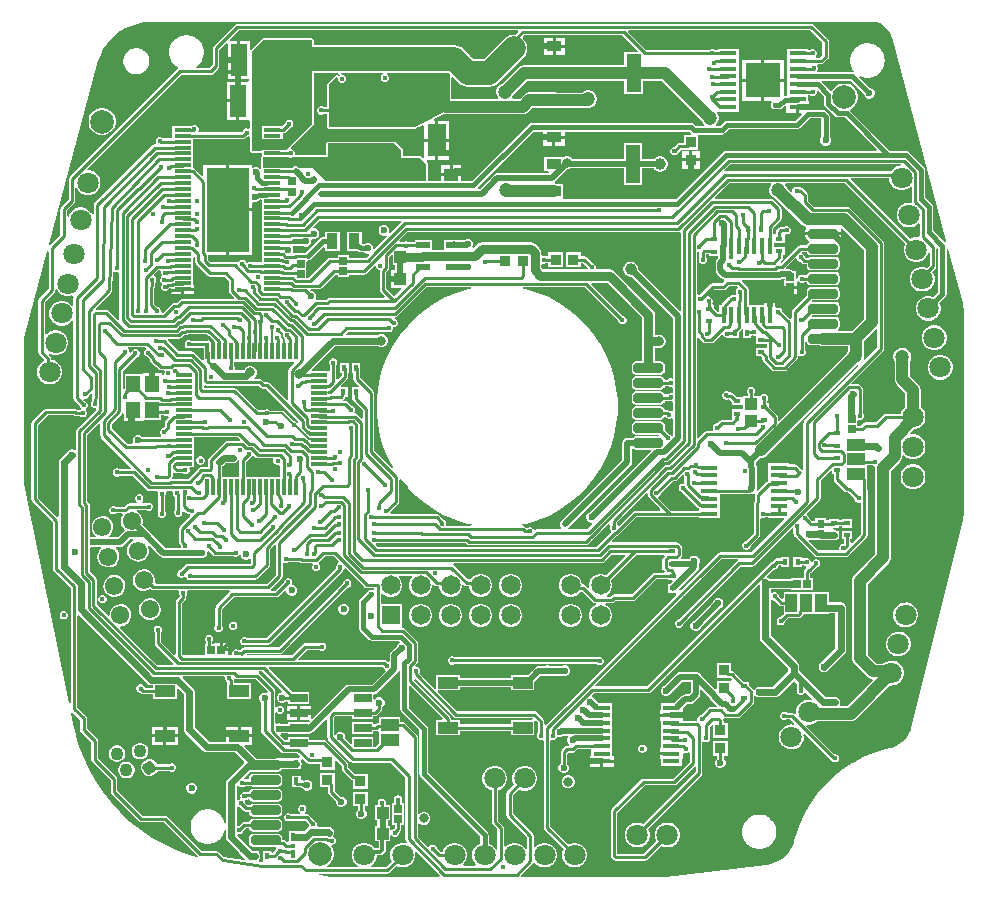
<source format=gtl>
G04*
G04 #@! TF.GenerationSoftware,Altium Limited,Altium Designer,23.1.1 (15)*
G04*
G04 Layer_Physical_Order=1*
G04 Layer_Color=255*
%FSLAX44Y44*%
%MOMM*%
G71*
G04*
G04 #@! TF.SameCoordinates,28EF7496-F0B6-4D50-8161-789283B5FA1D*
G04*
G04*
G04 #@! TF.FilePolarity,Positive*
G04*
G01*
G75*
%ADD12C,0.2500*%
%ADD14C,0.1500*%
%ADD15R,1.4750X0.4500*%
%ADD16R,1.4750X0.3000*%
%ADD17R,3.6100X7.1100*%
%ADD18R,1.3500X2.7500*%
%ADD19R,0.4200X0.6400*%
%ADD20R,0.4500X1.4750*%
%ADD21R,0.4000X0.5500*%
%ADD22R,1.1500X1.4000*%
%ADD23R,0.3000X1.4750*%
%ADD24R,1.7000X1.0000*%
%ADD25R,0.5500X0.4000*%
%ADD26R,1.0000X1.1000*%
%ADD27R,0.9500X1.3500*%
%ADD28R,0.9500X0.9500*%
%ADD29R,0.5500X0.4500*%
%ADD30R,0.6200X0.6600*%
%ADD31R,1.0000X1.0000*%
%ADD32R,0.6800X0.6400*%
%ADD33R,0.4500X0.5500*%
%ADD34R,1.3000X3.2500*%
%ADD35R,1.3000X0.9500*%
%ADD36R,0.9500X0.9500*%
%ADD37R,5.1000X2.9500*%
%ADD38R,1.6000X2.8000*%
%ADD39R,1.2400X1.1200*%
%ADD40R,1.5250X0.6500*%
%ADD41R,0.6400X0.6800*%
%ADD42R,3.0000X3.0000*%
%ADD43R,1.2000X0.6000*%
G04:AMPARAMS|DCode=83|XSize=0.8mm|YSize=2.5mm|CornerRadius=0.2mm|HoleSize=0mm|Usage=FLASHONLY|Rotation=90.000|XOffset=0mm|YOffset=0mm|HoleType=Round|Shape=RoundedRectangle|*
%AMROUNDEDRECTD83*
21,1,0.8000,2.1000,0,0,90.0*
21,1,0.4000,2.5000,0,0,90.0*
1,1,0.4000,1.0500,0.2000*
1,1,0.4000,1.0500,-0.2000*
1,1,0.4000,-1.0500,-0.2000*
1,1,0.4000,-1.0500,0.2000*
%
%ADD83ROUNDEDRECTD83*%
%ADD84R,1.5000X1.0000*%
%ADD85R,1.0000X1.5000*%
%ADD86C,0.5000*%
%ADD87C,1.0000*%
%ADD88C,0.4000*%
%ADD89C,0.6000*%
%ADD90C,0.8000*%
%ADD91C,0.3000*%
%ADD92C,2.0000*%
%ADD93R,0.6000X1.7000*%
%ADD94C,1.6500*%
%ADD95R,1.6500X1.6500*%
G04:AMPARAMS|DCode=96|XSize=1mm|YSize=1mm|CornerRadius=0.25mm|HoleSize=0mm|Usage=FLASHONLY|Rotation=120.000|XOffset=0mm|YOffset=0mm|HoleType=Round|Shape=RoundedRectangle|*
%AMROUNDEDRECTD96*
21,1,1.0000,0.5000,0,0,120.0*
21,1,0.5000,1.0000,0,0,120.0*
1,1,0.5000,0.0915,0.3415*
1,1,0.5000,0.3415,-0.0915*
1,1,0.5000,-0.0915,-0.3415*
1,1,0.5000,-0.3415,0.0915*
%
%ADD96ROUNDEDRECTD96*%
%ADD97C,1.1000*%
%ADD98C,3.0000*%
%ADD99C,1.8000*%
%ADD100C,2.0000*%
%ADD101C,1.5500*%
%ADD102C,0.4000*%
%ADD103C,0.8000*%
%ADD104C,0.6000*%
%ADD105C,1.2000*%
%ADD106C,1.0000*%
G36*
X431558Y695523D02*
X428973Y692938D01*
X427750Y693099D01*
X424748Y692704D01*
X421950Y691545D01*
X419548Y689702D01*
X402168Y672322D01*
X393957D01*
X385577Y680702D01*
X383175Y682545D01*
X380377Y683704D01*
X377375Y684099D01*
X377375Y684099D01*
X258374Y684099D01*
Y688500D01*
X257898Y689648D01*
X256750Y690124D01*
X215750D01*
X214602Y689648D01*
X205310Y680356D01*
X204040Y680882D01*
Y687790D01*
X196020D01*
Y671500D01*
Y655210D01*
X203417D01*
X203726Y654386D01*
X202929Y653294D01*
X195444D01*
Y637004D01*
Y620714D01*
X202856D01*
X203464Y620714D01*
X204126Y619719D01*
Y614146D01*
X202856Y613388D01*
X202199Y613660D01*
X200807D01*
X199520Y613127D01*
X198536Y612142D01*
X198127Y611155D01*
X197276Y610304D01*
X161333D01*
X160620Y611574D01*
X160924Y612308D01*
Y613700D01*
X160391Y614987D01*
X159407Y615971D01*
X158120Y616504D01*
X156728D01*
X155442Y615971D01*
X155024Y615554D01*
X147787D01*
X147516Y615500D01*
X138662D01*
Y605429D01*
X130271D01*
X129983Y605717D01*
X128696Y606250D01*
X127304D01*
X126017Y605717D01*
X125033Y604733D01*
X124500Y603446D01*
Y602054D01*
X124699Y601574D01*
X123850Y600304D01*
X123750D01*
X122677Y600091D01*
X121768Y599483D01*
X72767Y550483D01*
X72160Y549573D01*
X71946Y548500D01*
Y541542D01*
X71733Y541382D01*
X70070Y541722D01*
X69388Y542903D01*
X67433Y544857D01*
X65039Y546240D01*
X62369Y546955D01*
X59604D01*
X56933Y546240D01*
X54539Y544857D01*
X52584Y542903D01*
X51202Y540508D01*
X50824Y539098D01*
X49554Y539265D01*
Y544339D01*
X55733Y550517D01*
X56340Y551427D01*
X56554Y552500D01*
Y563000D01*
X57824Y563341D01*
X58964Y561366D01*
X60919Y559411D01*
X63313Y558029D01*
X65984Y557313D01*
X68748D01*
X71419Y558029D01*
X73813Y559411D01*
X75768Y561366D01*
X77151Y563760D01*
X77866Y566431D01*
Y569195D01*
X77151Y571866D01*
X75768Y574260D01*
X73813Y576215D01*
X71419Y577597D01*
X68748Y578313D01*
X67010D01*
X66484Y579583D01*
X146030Y659129D01*
X171255D01*
X172328Y659342D01*
X173238Y659950D01*
X177733Y664445D01*
X178340Y665354D01*
X178554Y666427D01*
Y680373D01*
X184287Y686106D01*
X185460Y685620D01*
Y672770D01*
X193480D01*
Y687790D01*
X187630D01*
X187144Y688963D01*
X194877Y696696D01*
X431072D01*
X431558Y695523D01*
D02*
G37*
G36*
X688946Y686339D02*
Y675661D01*
X686839Y673554D01*
X683800D01*
X683274Y674824D01*
X683717Y675267D01*
X684250Y676554D01*
Y677946D01*
X683717Y679233D01*
X682733Y680217D01*
X681446Y680750D01*
X680054D01*
X678767Y680217D01*
X678604Y680054D01*
X677005D01*
Y681000D01*
X659255D01*
Y673500D01*
Y667000D01*
Y660500D01*
Y654000D01*
Y641569D01*
X657200D01*
X656290Y642315D01*
Y653230D01*
X640020D01*
Y636960D01*
X645441D01*
X645592Y636781D01*
X645983Y635846D01*
X645990Y635690D01*
X645783Y635483D01*
X645648Y635158D01*
X645453Y634866D01*
X645385Y634521D01*
X645250Y634196D01*
Y633845D01*
X645181Y633500D01*
X645250Y633155D01*
Y632804D01*
X645385Y632479D01*
X645453Y632134D01*
X645648Y631842D01*
X645783Y631517D01*
X646031Y631269D01*
X646227Y630977D01*
X646519Y630781D01*
X646767Y630533D01*
X647092Y630398D01*
X647384Y630203D01*
X647729Y630135D01*
X648054Y630000D01*
X648405D01*
X648750Y629931D01*
X652700D01*
X654065Y630203D01*
X655223Y630977D01*
X657042Y632795D01*
X658215Y632309D01*
Y626960D01*
X666860D01*
Y631750D01*
X668130D01*
Y633020D01*
X678045D01*
Y636540D01*
X677005D01*
Y641821D01*
X678479D01*
X678767Y641533D01*
X680054Y641000D01*
X681446D01*
X682733Y641533D01*
X683717Y642517D01*
X684250Y643804D01*
Y645157D01*
X684362Y645262D01*
X685354Y645849D01*
X690575Y640628D01*
Y634631D01*
X690847Y633265D01*
X691620Y632107D01*
X699529Y624199D01*
X700686Y623426D01*
X702052Y623154D01*
X708049D01*
X735211Y595992D01*
X734725Y594819D01*
X607500D01*
X606134Y594547D01*
X604977Y593773D01*
X564772Y553569D01*
X470696D01*
X469750Y554350D01*
Y566850D01*
X463646D01*
X463447Y566933D01*
X462573Y567048D01*
X462264Y568369D01*
X462634Y568616D01*
X473018Y579000D01*
X473844D01*
X475866Y579837D01*
X475950Y579922D01*
X520750D01*
Y565750D01*
X536750D01*
Y579922D01*
X546310D01*
X546549Y579509D01*
X547759Y578299D01*
X549241Y577443D01*
X550894Y577000D01*
X552606D01*
X554259Y577443D01*
X555741Y578299D01*
X556951Y579509D01*
X557807Y580991D01*
X558250Y582644D01*
Y584356D01*
X557807Y586009D01*
X556951Y587491D01*
X555741Y588701D01*
X554259Y589557D01*
X552606Y590000D01*
X550894D01*
X549241Y589557D01*
X547759Y588701D01*
X547136Y588078D01*
X536750D01*
Y601250D01*
X520750D01*
Y588078D01*
X476950D01*
X475866Y589163D01*
X473844Y590000D01*
X471656D01*
X470248Y589417D01*
X469750Y589750D01*
Y589750D01*
X453750D01*
Y577250D01*
X457059D01*
X457697Y575980D01*
X457398Y575578D01*
X426465D01*
X425750Y575720D01*
X425750Y575720D01*
X417466D01*
X417466Y575720D01*
X416751Y575578D01*
X413750D01*
X412189Y575268D01*
X410866Y574384D01*
X410866Y574384D01*
X399061Y562578D01*
X397671D01*
X397145Y563848D01*
X444378Y611082D01*
X452710D01*
Y607670D01*
X470790D01*
Y611082D01*
X576400D01*
X577961Y609520D01*
X577952Y609334D01*
X577555Y608250D01*
X571500D01*
Y601304D01*
X567882D01*
X566809Y601090D01*
X565899Y600483D01*
X563416Y598000D01*
X563054D01*
X561767Y597467D01*
X560783Y596483D01*
X560250Y595196D01*
Y593804D01*
X560783Y592517D01*
X561767Y591533D01*
X563054Y591000D01*
X564446D01*
X565733Y591533D01*
X566717Y592517D01*
X567250Y593804D01*
Y593903D01*
X569043Y595696D01*
X574250D01*
X574521Y595750D01*
X584000D01*
X584000Y608250D01*
X585195Y608431D01*
X603885D01*
X605251Y608703D01*
X606409Y609477D01*
X609863Y612931D01*
X667455D01*
X668820Y613203D01*
X669978Y613977D01*
X678433Y622431D01*
X687929D01*
X688181Y622179D01*
Y606295D01*
X687935Y606049D01*
X687250Y604395D01*
Y602605D01*
X687935Y600951D01*
X689201Y599685D01*
X690855Y599000D01*
X692645D01*
X694299Y599685D01*
X695565Y600951D01*
X696250Y602605D01*
Y604395D01*
X695565Y606049D01*
X695319Y606295D01*
Y623657D01*
X695047Y625023D01*
X694273Y626180D01*
X691930Y628523D01*
X690772Y629297D01*
X689407Y629569D01*
X678045D01*
Y630480D01*
X669400D01*
Y626960D01*
X671209D01*
X671695Y625787D01*
X665977Y620069D01*
X608385D01*
X607020Y619797D01*
X605862Y619023D01*
X602407Y615569D01*
X599176D01*
X598695Y616839D01*
X599752Y617895D01*
X600739Y619605D01*
X601250Y621513D01*
Y623487D01*
X600739Y625395D01*
X599802Y627017D01*
X600159Y627511D01*
X600651Y628000D01*
X618245D01*
Y634500D01*
Y641000D01*
Y647500D01*
Y654000D01*
Y660500D01*
Y667000D01*
Y673500D01*
Y681000D01*
X600495D01*
Y680179D01*
X598021D01*
X597733Y680467D01*
X596446Y681000D01*
X595054D01*
X593767Y680467D01*
X593604Y680304D01*
X540051D01*
X524832Y695523D01*
X525318Y696696D01*
X678589D01*
X688946Y686339D01*
D02*
G37*
G36*
X279936Y660186D02*
X280076Y659978D01*
X280103Y659729D01*
X280648Y658733D01*
X279714Y657946D01*
X278638Y658666D01*
X278173Y658758D01*
X277736Y658939D01*
X277582Y658876D01*
X277419Y658908D01*
X277025Y658645D01*
X276588Y658464D01*
X270276Y652152D01*
X269801Y651004D01*
Y631804D01*
X266896D01*
X266733Y631967D01*
X265446Y632500D01*
X264054D01*
X262767Y631967D01*
X261783Y630983D01*
X261250Y629696D01*
Y628304D01*
X261783Y627017D01*
X262767Y626033D01*
X264054Y625500D01*
X265446D01*
X266733Y626033D01*
X266896Y626196D01*
X269801D01*
Y615207D01*
X270276Y614059D01*
X271424Y613583D01*
X344424D01*
X344779Y613730D01*
X345163Y613761D01*
X350801Y616642D01*
X351884Y615979D01*
Y604774D01*
X361154D01*
Y620044D01*
X360172D01*
X359875Y621279D01*
X368965Y625924D01*
X368982Y625917D01*
X370678Y625694D01*
X435361D01*
X437058Y625917D01*
X438639Y626572D01*
X439997Y627614D01*
X443427Y631044D01*
X463370D01*
X463750Y630994D01*
X489259D01*
X489612Y631040D01*
X489763Y631000D01*
X491737D01*
X493645Y631511D01*
X495355Y632499D01*
X496752Y633895D01*
X497739Y635605D01*
X498250Y637513D01*
Y639487D01*
X497739Y641395D01*
X496752Y643105D01*
X495355Y644501D01*
X493645Y645489D01*
X491737Y646000D01*
X489763D01*
X487855Y645489D01*
X486145Y644501D01*
X485750Y644106D01*
X463880D01*
X463500Y644156D01*
X440711D01*
X439014Y643933D01*
X437433Y643278D01*
X436075Y642236D01*
X432645Y638806D01*
X426822D01*
X426336Y639979D01*
X426502Y640145D01*
X427489Y641855D01*
X427713Y642691D01*
X438966Y653944D01*
X521250D01*
Y642750D01*
X537250D01*
Y653944D01*
X553034D01*
X586537Y620441D01*
X586761Y619605D01*
X587748Y617895D01*
X588805Y616839D01*
X588324Y615569D01*
X582006D01*
X580401Y617173D01*
X579244Y617947D01*
X577878Y618219D01*
X442900D01*
X441534Y617947D01*
X440377Y617173D01*
X392172Y568969D01*
X383490D01*
Y573230D01*
X366010D01*
Y568969D01*
X355048D01*
Y584004D01*
X354572Y585152D01*
X353934Y585791D01*
X354420Y586964D01*
X361154D01*
Y602234D01*
X351884D01*
Y589500D01*
X350711Y589014D01*
X349572Y590152D01*
X348424Y590628D01*
X334048D01*
Y595004D01*
X333572Y596152D01*
X327572Y602152D01*
X326424Y602628D01*
X270424D01*
X269276Y602152D01*
X268801Y601004D01*
Y591124D01*
X242705D01*
X242250Y591804D01*
Y593196D01*
X241717Y594483D01*
X240733Y595467D01*
X239446Y596000D01*
X239342D01*
X238816Y597270D01*
X257898Y616352D01*
X258374Y617500D01*
Y660901D01*
X278821D01*
X279936Y660186D01*
D02*
G37*
G36*
X730297Y704183D02*
X731770Y704183D01*
X734676Y703704D01*
X737465Y702757D01*
X740063Y701368D01*
X742400Y699575D01*
X744413Y697426D01*
X746049Y694977D01*
X747265Y692293D01*
X747646Y690871D01*
X747646Y690871D01*
X793921Y518172D01*
X792782Y517515D01*
X782582Y527715D01*
Y547293D01*
X782310Y548658D01*
X781536Y549816D01*
X776202Y555150D01*
Y578650D01*
X775930Y580016D01*
X775157Y581174D01*
X762557Y593773D01*
X761399Y594547D01*
X760034Y594819D01*
X746478D01*
X712827Y628470D01*
X713036Y630057D01*
X714705Y631020D01*
X716846Y633161D01*
X718360Y635784D01*
X719144Y638708D01*
Y641737D01*
X718360Y644661D01*
X716846Y647284D01*
X714705Y649425D01*
X712083Y650939D01*
X709158Y651722D01*
X706130D01*
X703205Y650939D01*
X700583Y649425D01*
X698441Y647284D01*
X697478Y645615D01*
X695891Y645406D01*
X688385Y652911D01*
X688911Y654181D01*
X713022D01*
X724250Y642953D01*
Y642605D01*
X724935Y640951D01*
X726201Y639685D01*
X727855Y639000D01*
X729645D01*
X731299Y639685D01*
X732565Y640951D01*
X733250Y642605D01*
Y644395D01*
X732565Y646049D01*
X731299Y647315D01*
X729645Y648000D01*
X729297D01*
X720387Y656909D01*
X721107Y657986D01*
X722717Y657319D01*
X722914Y657280D01*
X723100Y657203D01*
X725515Y656722D01*
X725716D01*
X725913Y656683D01*
X728375D01*
X728572Y656722D01*
X728773D01*
X731188Y657203D01*
X731373Y657280D01*
X731570Y657319D01*
X733845Y658261D01*
X734012Y658373D01*
X734198Y658450D01*
X736245Y659818D01*
X736387Y659959D01*
X736554Y660071D01*
X738295Y661812D01*
X738407Y661979D01*
X738549Y662121D01*
X739917Y664168D01*
X739994Y664354D01*
X740105Y664521D01*
X741047Y666796D01*
X741087Y666993D01*
X741163Y667178D01*
X741644Y669594D01*
Y669794D01*
X741683Y669991D01*
Y672454D01*
X741644Y672651D01*
Y672851D01*
X741163Y675266D01*
X741087Y675452D01*
X741047Y675649D01*
X740105Y677924D01*
X739994Y678091D01*
X739917Y678276D01*
X738549Y680324D01*
X738407Y680466D01*
X738295Y680633D01*
X736554Y682374D01*
X736387Y682485D01*
X736245Y682627D01*
X734198Y683995D01*
X734012Y684072D01*
X733845Y684184D01*
X731570Y685126D01*
X731373Y685165D01*
X731188Y685242D01*
X728773Y685723D01*
X728572D01*
X728375Y685762D01*
X725913D01*
X725716Y685723D01*
X725515D01*
X723100Y685242D01*
X722914Y685165D01*
X722717Y685126D01*
X720443Y684184D01*
X720275Y684072D01*
X720090Y683995D01*
X718043Y682627D01*
X717901Y682485D01*
X717734Y682374D01*
X715993Y680633D01*
X715881Y680466D01*
X715739Y680324D01*
X714371Y678276D01*
X714294Y678091D01*
X714183Y677924D01*
X713240Y675649D01*
X713201Y675452D01*
X713124Y675266D01*
X712644Y672851D01*
Y672651D01*
X712605Y672454D01*
Y669991D01*
X712644Y669794D01*
Y669594D01*
X713124Y667178D01*
X713201Y666993D01*
X713240Y666796D01*
X714183Y664521D01*
X714294Y664354D01*
X714371Y664168D01*
X715549Y662405D01*
X715117Y661528D01*
X714828Y661253D01*
X714500Y661319D01*
X685314D01*
X684717Y662517D01*
X685250Y663804D01*
Y665196D01*
X684717Y666483D01*
X684524Y666676D01*
X685050Y667946D01*
X688000D01*
X689073Y668160D01*
X689983Y668767D01*
X693733Y672517D01*
X694340Y673427D01*
X694554Y674500D01*
Y687500D01*
X694340Y688573D01*
X693733Y689483D01*
X681733Y701483D01*
X680823Y702090D01*
X679750Y702304D01*
X193715D01*
X192642Y702090D01*
X191733Y701483D01*
X173767Y683517D01*
X173160Y682608D01*
X172946Y681535D01*
Y667589D01*
X170094Y664736D01*
X158916D01*
X158531Y666006D01*
X159745Y666817D01*
X159887Y666960D01*
X160054Y667071D01*
X161795Y668812D01*
X161907Y668979D01*
X162049Y669121D01*
X163417Y671169D01*
X163494Y671354D01*
X163605Y671521D01*
X164547Y673796D01*
X164587Y673993D01*
X164664Y674178D01*
X165144Y676593D01*
Y676794D01*
X165183Y676991D01*
Y679454D01*
X165144Y679651D01*
Y679851D01*
X164664Y682266D01*
X164587Y682452D01*
X164547Y682649D01*
X163605Y684924D01*
X163494Y685091D01*
X163417Y685276D01*
X162049Y687324D01*
X161907Y687466D01*
X161795Y687633D01*
X160054Y689374D01*
X159887Y689485D01*
X159745Y689627D01*
X157698Y690995D01*
X157512Y691072D01*
X157345Y691184D01*
X155070Y692126D01*
X154873Y692165D01*
X154688Y692242D01*
X152273Y692722D01*
X152072D01*
X151875Y692762D01*
X149413D01*
X149216Y692722D01*
X149015D01*
X146600Y692242D01*
X146414Y692165D01*
X146217Y692126D01*
X143942Y691184D01*
X143776Y691072D01*
X143590Y690995D01*
X141543Y689627D01*
X141401Y689485D01*
X141234Y689374D01*
X139493Y687633D01*
X139381Y687466D01*
X139239Y687324D01*
X137871Y685276D01*
X137794Y685091D01*
X137683Y684924D01*
X136740Y682649D01*
X136701Y682452D01*
X136624Y682266D01*
X136144Y679851D01*
Y679651D01*
X136105Y679454D01*
Y676991D01*
X136144Y676794D01*
Y676593D01*
X136624Y674178D01*
X136701Y673993D01*
X136740Y673796D01*
X137683Y671521D01*
X137794Y671354D01*
X137871Y671169D01*
X139239Y669121D01*
X139381Y668979D01*
X139493Y668812D01*
X141234Y667071D01*
X141401Y666960D01*
X141543Y666817D01*
X143326Y665626D01*
X143408Y664634D01*
X143321Y664242D01*
X143301Y664192D01*
X142886Y663915D01*
X51767Y572797D01*
X51160Y571887D01*
X50946Y570814D01*
Y553661D01*
X44767Y547483D01*
X44160Y546573D01*
X43946Y545500D01*
Y523661D01*
X35505Y515220D01*
X34366Y515878D01*
X75298Y668636D01*
X75298Y668636D01*
X75975Y671165D01*
X77874Y676046D01*
X80292Y680691D01*
X83201Y685045D01*
X86567Y689057D01*
X90350Y692678D01*
X94505Y695866D01*
X98982Y698583D01*
X103728Y700797D01*
X108687Y702480D01*
X113800Y703613D01*
X119006Y704183D01*
X121624Y704183D01*
X730297Y704183D01*
D02*
G37*
G36*
X373424Y659984D02*
Y630026D01*
X344424Y615207D01*
X271424D01*
Y651004D01*
X277736Y657316D01*
X278812Y656596D01*
X278750Y656446D01*
Y655054D01*
X279283Y653767D01*
X280267Y652783D01*
X281554Y652250D01*
X282946D01*
X284233Y652783D01*
X285217Y653767D01*
X285750Y655054D01*
Y656446D01*
X285217Y657733D01*
X284233Y658717D01*
X282946Y659250D01*
X282217D01*
X281527Y660509D01*
X281786Y660901D01*
X316660Y660901D01*
X316912Y659631D01*
X316517Y659467D01*
X315533Y658483D01*
X315000Y657196D01*
Y655804D01*
X315533Y654517D01*
X316517Y653533D01*
X317804Y653000D01*
X319196D01*
X320483Y653533D01*
X321467Y654517D01*
X322000Y655804D01*
Y657196D01*
X321467Y658483D01*
X320483Y659467D01*
X320088Y659631D01*
X320340Y660901D01*
X372508D01*
X373424Y659984D01*
D02*
G37*
G36*
X533000Y679423D02*
X532514Y678250D01*
X521250D01*
Y667056D01*
X436250D01*
X434553Y666833D01*
X432972Y666178D01*
X431614Y665136D01*
X418441Y651963D01*
X417605Y651739D01*
X415895Y650751D01*
X414498Y649355D01*
X413511Y647645D01*
X413000Y645737D01*
Y643763D01*
X413511Y641855D01*
X414498Y640145D01*
X414664Y639979D01*
X414178Y638806D01*
X375048D01*
Y656764D01*
X376221Y657250D01*
X380951Y652521D01*
X380951Y652521D01*
X383353Y650677D01*
X386150Y649518D01*
X389152Y649123D01*
X406972D01*
X406972Y649123D01*
X409975Y649518D01*
X412772Y650677D01*
X415174Y652521D01*
X435952Y673298D01*
X437795Y675700D01*
X438954Y678498D01*
X439349Y681500D01*
X438954Y684502D01*
X437795Y687300D01*
X435952Y689702D01*
X435423Y690108D01*
X435340Y691375D01*
X436661Y692696D01*
X519728D01*
X533000Y679423D01*
D02*
G37*
G36*
X256750Y617500D02*
X234554Y595304D01*
X232172D01*
Y595500D01*
X214422D01*
Y594500D01*
X205750D01*
Y678500D01*
X215750Y688500D01*
X256750D01*
Y617500D01*
D02*
G37*
G36*
X332424Y595004D02*
Y589004D01*
X348424D01*
X353424Y584004D01*
Y568969D01*
X268460D01*
X256928Y580500D01*
X246075D01*
X245941Y580634D01*
X244618Y581518D01*
X243057Y581828D01*
X241496Y581518D01*
X240173Y580634D01*
X240119Y580554D01*
X223547D01*
X223276Y580500D01*
X215750D01*
Y589500D01*
X236847D01*
X238054Y589000D01*
X239446D01*
X240653Y589500D01*
X270424D01*
Y601004D01*
X326424D01*
X332424Y595004D01*
D02*
G37*
G36*
X204126Y606174D02*
Y594500D01*
X204602Y593352D01*
X205750Y592876D01*
X214422D01*
Y590213D01*
X214126Y589500D01*
Y580500D01*
X214280Y580130D01*
X213286Y579466D01*
X213152Y579462D01*
X212299Y580315D01*
X210645Y581000D01*
X208855D01*
X207201Y580315D01*
X207180Y580294D01*
X206007Y580780D01*
Y583090D01*
X186687D01*
Y546270D01*
X206007D01*
Y550873D01*
X207277Y551721D01*
X208062Y551396D01*
X209852D01*
X211506Y552081D01*
X212772Y553347D01*
X212854Y553544D01*
X213170Y553755D01*
X214422Y553464D01*
Y549500D01*
Y539500D01*
Y529500D01*
Y519500D01*
Y509500D01*
Y500304D01*
X206896D01*
X206733Y500467D01*
X205446Y501000D01*
X204054D01*
X202767Y500467D01*
X202380Y500080D01*
X202319Y500070D01*
X200956Y500452D01*
X200653Y501183D01*
X199669Y502167D01*
X198382Y502700D01*
X196990D01*
X195704Y502167D01*
X194719Y501183D01*
X194547Y500766D01*
X193013Y500276D01*
X192916Y500340D01*
X191843Y500554D01*
X170944D01*
X169032Y502466D01*
Y506700D01*
X169204Y506910D01*
X184147D01*
Y545000D01*
Y583090D01*
X164827D01*
Y573830D01*
X163653Y573344D01*
X157765Y579233D01*
X156855Y579841D01*
X156412Y579929D01*
Y584500D01*
Y594500D01*
Y604696D01*
X198437D01*
X199510Y604910D01*
X200420Y605518D01*
X201562Y606660D01*
X202199D01*
X202856Y606932D01*
X204126Y606174D01*
D02*
G37*
G36*
X755760Y583586D02*
X755081Y582316D01*
X754751D01*
X752081Y581600D01*
X749686Y580218D01*
X747731Y578263D01*
X747178Y577304D01*
X606622D01*
X606239Y577228D01*
X605613Y578398D01*
X610911Y583696D01*
X755686D01*
X755760Y583586D01*
D02*
G37*
G36*
X745633Y570433D02*
X746349Y567763D01*
X747731Y565369D01*
X749686Y563414D01*
X752081Y562031D01*
X754751Y561316D01*
X757516D01*
X760186Y562031D01*
X762580Y563414D01*
X763810Y564643D01*
X765079Y564117D01*
Y551956D01*
X764557Y551359D01*
X763935Y550947D01*
X763895Y550958D01*
X761131D01*
X758460Y550243D01*
X756066Y548860D01*
X754111Y546905D01*
X752729Y544511D01*
X752013Y541840D01*
Y539076D01*
X752729Y536405D01*
X754111Y534011D01*
X756066Y532056D01*
X758460Y530674D01*
X761131Y529958D01*
X763895D01*
X766566Y530674D01*
X768960Y532056D01*
X770189Y533285D01*
X771459Y532759D01*
Y522451D01*
X770390Y521423D01*
X769877Y521560D01*
X767112D01*
X764441Y520845D01*
X763322Y520198D01*
X712997Y570523D01*
X713483Y571696D01*
X745633D01*
Y570433D01*
D02*
G37*
G36*
X332508Y534426D02*
X322873Y524792D01*
X321797Y525511D01*
X322250Y526605D01*
Y528395D01*
X321565Y530049D01*
X320299Y531315D01*
X318645Y532000D01*
X316855D01*
X315201Y531315D01*
X313935Y530049D01*
X313250Y528395D01*
Y526605D01*
X313935Y524951D01*
X315201Y523685D01*
X316855Y523000D01*
X318645D01*
X319739Y523453D01*
X320458Y522377D01*
X309770Y511688D01*
X308778Y511967D01*
X308500Y512167D01*
Y513145D01*
X307815Y514799D01*
X306549Y516065D01*
X304895Y516750D01*
X303105D01*
X301780Y516201D01*
X299524D01*
X298924Y516801D01*
Y526254D01*
X286424D01*
Y509754D01*
X296054D01*
X296680Y509336D01*
X298046Y509064D01*
X300822D01*
X301451Y508435D01*
X303105Y507750D01*
X304636D01*
X305124Y507013D01*
X305259Y506577D01*
X302785Y504103D01*
X288200D01*
Y506200D01*
X278800D01*
Y504104D01*
X271765D01*
X270692Y503890D01*
X269783Y503283D01*
X253858Y487358D01*
X252124D01*
Y494404D01*
Y500942D01*
X253394Y501984D01*
X253735Y501916D01*
X255100Y502188D01*
X256258Y502961D01*
X266654Y513357D01*
X267924Y512831D01*
Y509754D01*
X280424D01*
Y526254D01*
X267924D01*
Y521573D01*
X266254D01*
X264889Y521301D01*
X263731Y520528D01*
X251492Y508288D01*
X243115D01*
X242042Y508075D01*
X241187Y508934D01*
X240926Y509324D01*
X241250Y510105D01*
Y511895D01*
X240655Y513331D01*
X241021Y514028D01*
X241440Y514470D01*
X241633Y514432D01*
X248704D01*
X248951Y514185D01*
X250605Y513500D01*
X252395D01*
X254049Y514185D01*
X255315Y515451D01*
X256000Y517105D01*
Y518895D01*
X255751Y519497D01*
X256723Y520469D01*
X257855Y520000D01*
X259645D01*
X261299Y520685D01*
X262565Y521951D01*
X263250Y523605D01*
Y525395D01*
X262565Y527049D01*
X261299Y528315D01*
X259645Y529000D01*
X258011D01*
X257693Y529408D01*
X257389Y530173D01*
X262911Y535696D01*
X331982D01*
X332508Y534426D01*
D02*
G37*
G36*
X645916Y566273D02*
X645749Y566105D01*
X644761Y564395D01*
X644250Y562487D01*
Y560513D01*
X644761Y558605D01*
X645749Y556895D01*
X647145Y555499D01*
X648855Y554511D01*
X649691Y554287D01*
X671864Y532114D01*
X673222Y531072D01*
X674803Y530417D01*
X674812Y530416D01*
X675429Y529054D01*
X674973Y528371D01*
X674621Y526600D01*
Y525870D01*
X689750D01*
X704879D01*
Y526600D01*
X704643Y527785D01*
X705300Y529081D01*
X705474Y529240D01*
X705696Y529283D01*
X724194Y510784D01*
Y452616D01*
X713834Y442256D01*
X702634D01*
X702249Y443526D01*
X702773Y443877D01*
X703547Y445034D01*
X703819Y446400D01*
Y450400D01*
X703547Y451766D01*
X702773Y452923D01*
X701616Y453697D01*
X700250Y453969D01*
X681090D01*
X680412Y455239D01*
X680607Y455531D01*
X700250D01*
X701616Y455803D01*
X702773Y456577D01*
X703547Y457734D01*
X703819Y459100D01*
Y463100D01*
X703547Y464466D01*
X702773Y465623D01*
X701616Y466397D01*
X700250Y466669D01*
X681090D01*
X680412Y467939D01*
X680607Y468231D01*
X700250D01*
X701616Y468503D01*
X702773Y469277D01*
X703547Y470434D01*
X703819Y471800D01*
Y475800D01*
X703547Y477166D01*
X702773Y478323D01*
X701616Y479097D01*
X700250Y479369D01*
X679250D01*
X677884Y479097D01*
X676727Y478323D01*
X675953Y477166D01*
X675681Y475800D01*
Y472197D01*
X664017Y460533D01*
X663410Y459623D01*
X663196Y458550D01*
Y452815D01*
X661926Y452289D01*
X655250Y458965D01*
Y459196D01*
X654717Y460483D01*
X653733Y461467D01*
X652446Y462000D01*
X651054D01*
X650472Y461759D01*
X649202Y462561D01*
Y465535D01*
X645682D01*
Y455620D01*
X643142D01*
Y465535D01*
X639622D01*
Y464495D01*
X626716D01*
Y477370D01*
X626503Y478443D01*
X625895Y479352D01*
X620793Y484454D01*
X621320Y485724D01*
X652976D01*
X652976Y485724D01*
X654537Y486034D01*
X655116Y486422D01*
X657214D01*
Y485140D01*
X656174D01*
Y480470D01*
X661914D01*
X667654D01*
Y482847D01*
X667787Y484050D01*
X667853Y484081D01*
X669012Y484288D01*
X669767Y483533D01*
X671054Y483000D01*
X672446D01*
X673733Y483533D01*
X673896Y483696D01*
X675841D01*
X675953Y483134D01*
X676727Y481977D01*
X677884Y481203D01*
X679250Y480931D01*
X700250D01*
X701616Y481203D01*
X702773Y481977D01*
X703547Y483134D01*
X703819Y484500D01*
Y488500D01*
X703547Y489866D01*
X702773Y491023D01*
X701616Y491797D01*
X700250Y492069D01*
X679250D01*
X677884Y491797D01*
X676727Y491023D01*
X675953Y489866D01*
X675841Y489304D01*
X673896D01*
X673733Y489467D01*
X672446Y490000D01*
X671054D01*
X669767Y489467D01*
X668783Y488483D01*
X668250Y487196D01*
Y486834D01*
X667018Y486071D01*
X666614Y486300D01*
Y492700D01*
X664612D01*
X664155Y493384D01*
X662832Y494268D01*
X661271Y494578D01*
X658453D01*
X657967Y495752D01*
X666077Y503861D01*
X667415Y503404D01*
X667783Y502517D01*
X668767Y501533D01*
X670054Y501000D01*
X670285D01*
X671780Y499504D01*
X672690Y498897D01*
X673763Y498683D01*
X675681D01*
Y497200D01*
X675953Y495834D01*
X676727Y494677D01*
X677884Y493903D01*
X679250Y493631D01*
X700250D01*
X701616Y493903D01*
X702773Y494677D01*
X703547Y495834D01*
X703819Y497200D01*
Y501200D01*
X703547Y502566D01*
X702773Y503723D01*
X701616Y504497D01*
X700250Y504769D01*
X679250D01*
X677884Y504497D01*
X677576Y504291D01*
X674924D01*
X674250Y504965D01*
Y505196D01*
X673717Y506483D01*
X672733Y507467D01*
X671866Y507826D01*
X672119Y509096D01*
X675841D01*
X675953Y508534D01*
X676727Y507377D01*
X677884Y506603D01*
X679250Y506331D01*
X700250D01*
X701616Y506603D01*
X702773Y507377D01*
X703547Y508534D01*
X703819Y509900D01*
Y513900D01*
X703547Y515266D01*
X702773Y516423D01*
X701903Y517005D01*
X701986Y518207D01*
X702032Y518330D01*
X703523Y519327D01*
X704527Y520829D01*
X704879Y522600D01*
Y523330D01*
X689750D01*
X674621D01*
Y522600D01*
X674973Y520829D01*
X675977Y519327D01*
X677468Y518330D01*
X677514Y518207D01*
X677597Y517005D01*
X676727Y516423D01*
X675953Y515266D01*
X675841Y514704D01*
X670150D01*
X669077Y514491D01*
X668167Y513883D01*
X654271Y499986D01*
X654043Y500031D01*
X653624Y501409D01*
X654733Y502517D01*
X655340Y503427D01*
X655554Y504500D01*
Y506500D01*
X657000D01*
Y513500D01*
X648500D01*
X648162Y514630D01*
Y515870D01*
X648500Y517000D01*
X649432Y517000D01*
X657000D01*
Y523062D01*
X658054Y524000D01*
X659446D01*
X660733Y524533D01*
X661717Y525517D01*
X662250Y526804D01*
Y528196D01*
X661717Y529483D01*
X660733Y530467D01*
X659446Y531000D01*
X658054D01*
X656891Y530518D01*
X654214D01*
X653141Y530305D01*
X652232Y529697D01*
X650767Y528233D01*
X650160Y527323D01*
X649946Y526250D01*
Y524898D01*
X649048Y524000D01*
X648500D01*
X648486Y523989D01*
X647216Y524612D01*
Y529159D01*
X653733Y535675D01*
X654340Y536585D01*
X654554Y537658D01*
Y545500D01*
X654340Y546573D01*
X653733Y547483D01*
X647733Y553483D01*
X646823Y554090D01*
X645750Y554304D01*
X598522D01*
X598036Y555477D01*
X610005Y567446D01*
X645430D01*
X645916Y566273D01*
D02*
G37*
G36*
X311250Y497184D02*
Y496804D01*
X311783Y495517D01*
X312767Y494533D01*
X314054Y494000D01*
X314323Y493672D01*
X314196Y493032D01*
Y477139D01*
X314410Y476066D01*
X315017Y475157D01*
X318697Y471477D01*
X318211Y470304D01*
X271750D01*
X270677Y470090D01*
X269767Y469483D01*
X269139Y468854D01*
X260899D01*
X260337Y469417D01*
X260009Y470023D01*
X260250Y470605D01*
Y472395D01*
X259565Y474049D01*
X258299Y475315D01*
X256645Y476000D01*
X255907D01*
X255542Y476480D01*
X256171Y477750D01*
X263054D01*
X264127Y477964D01*
X265037Y478572D01*
X276361Y489896D01*
X278800D01*
Y487800D01*
X288200D01*
Y489896D01*
X301004D01*
X302077Y490110D01*
X302987Y490717D01*
X309980Y497710D01*
X311250Y497184D01*
D02*
G37*
G36*
X157792Y504962D02*
Y501279D01*
X158006Y500206D01*
X158614Y499297D01*
X168932Y488978D01*
X169842Y488371D01*
X170915Y488157D01*
X182785D01*
X186685Y484256D01*
Y476043D01*
X186899Y474970D01*
X187507Y474061D01*
X191090Y470477D01*
X190604Y469304D01*
X146809D01*
X145736Y469090D01*
X144826Y468483D01*
X142401Y466058D01*
X140069D01*
X138996Y465845D01*
X138087Y465237D01*
X130680Y457830D01*
X130059Y457881D01*
X128963Y458554D01*
Y459946D01*
X128430Y461233D01*
X127446Y462217D01*
X126159Y462750D01*
X125928D01*
X123554Y465124D01*
Y478360D01*
X124053Y479108D01*
X124267Y480181D01*
Y483067D01*
X124717Y483517D01*
X125250Y484804D01*
Y486196D01*
X124717Y487483D01*
X123733Y488467D01*
X123553Y488542D01*
X123255Y490040D01*
X126791Y493576D01*
X128472D01*
X129178Y492520D01*
X129098Y492326D01*
Y490934D01*
X129582Y489765D01*
X129615Y489550D01*
X129391Y488091D01*
X128783Y487483D01*
X128250Y486196D01*
Y484804D01*
X128783Y483517D01*
X129767Y482533D01*
X129904Y481847D01*
X129544Y481487D01*
X129011Y480201D01*
Y478808D01*
X129544Y477522D01*
X130528Y476537D01*
X131814Y476004D01*
X133207D01*
X134493Y476537D01*
X135478Y477522D01*
X135887Y478509D01*
X135900Y478523D01*
X137622D01*
Y473460D01*
X146267D01*
Y477500D01*
X147537D01*
Y478770D01*
X157452D01*
Y481540D01*
X156412D01*
Y494500D01*
Y504357D01*
X157682Y505036D01*
X157792Y504962D01*
D02*
G37*
G36*
X584164Y510000D02*
X584946Y508847D01*
Y504646D01*
X584783Y504483D01*
X584250Y503196D01*
Y501804D01*
X584783Y500517D01*
X585767Y499533D01*
X587054Y499000D01*
X588446D01*
X589733Y499533D01*
X590717Y500517D01*
X591250Y501804D01*
Y503196D01*
X590717Y504483D01*
X590554Y504646D01*
Y507508D01*
X592664D01*
Y506000D01*
X601084D01*
Y504116D01*
X599866Y502899D01*
X598982Y501576D01*
X598672Y500015D01*
X598672Y500015D01*
Y493429D01*
X598672Y493429D01*
X598982Y491868D01*
X599866Y490545D01*
X603493Y486918D01*
X603493Y486918D01*
X604816Y486034D01*
X605682Y485862D01*
X606101Y484484D01*
X604170Y482554D01*
X596132D01*
X595059Y482340D01*
X594149Y481733D01*
X585416Y473000D01*
X585054D01*
X584184Y472640D01*
X582914Y473273D01*
Y509375D01*
X583970Y510080D01*
X584164Y510000D01*
D02*
G37*
G36*
X617551Y479458D02*
X617388Y478635D01*
X617146Y478374D01*
X616176Y477404D01*
X615643Y476118D01*
Y474725D01*
X616128Y473556D01*
X615928Y473183D01*
X615694Y472942D01*
X615069Y472619D01*
X614506Y472853D01*
X613113D01*
X611827Y472320D01*
X611408Y471901D01*
X610918Y471803D01*
X610009Y471196D01*
X604430Y465617D01*
X603822Y464707D01*
X603780Y464495D01*
X601662D01*
Y458424D01*
X600041D01*
X597000Y461465D01*
Y464500D01*
X596496D01*
X596190Y464899D01*
X595822Y465770D01*
X596250Y466804D01*
Y468196D01*
X595717Y469483D01*
X594733Y470467D01*
X593446Y471000D01*
X593143D01*
X592617Y472270D01*
X597293Y476946D01*
X605332D01*
X606405Y477160D01*
X607314Y477767D01*
X609993Y480446D01*
X616680D01*
X617551Y479458D01*
D02*
G37*
G36*
X325250Y506264D02*
Y498000D01*
X327129D01*
Y494040D01*
X324210D01*
Y478960D01*
X332475D01*
X332961Y477787D01*
X326639Y471465D01*
X319804Y478301D01*
Y491871D01*
X321483Y493550D01*
X322090Y494459D01*
X322304Y495532D01*
Y504978D01*
X324077Y506751D01*
X325250Y506264D01*
D02*
G37*
G36*
X33946Y509403D02*
Y477661D01*
X26168Y469883D01*
X25560Y468974D01*
X25347Y467901D01*
Y424099D01*
X25560Y423026D01*
X26168Y422117D01*
X29960Y418325D01*
X29751Y416738D01*
X28303Y415902D01*
X26348Y413947D01*
X24966Y411553D01*
X24250Y408882D01*
Y406118D01*
X24966Y403447D01*
X26348Y401053D01*
X28303Y399098D01*
X30697Y397716D01*
X33368Y397000D01*
X36132D01*
X38803Y397716D01*
X41197Y399098D01*
X43152Y401053D01*
X44534Y403447D01*
X45250Y406118D01*
Y408882D01*
X44534Y411553D01*
X43152Y413947D01*
X41197Y415902D01*
X38803Y417284D01*
X36268Y417963D01*
Y418786D01*
X36055Y419859D01*
X35447Y420768D01*
X34064Y422151D01*
X34844Y423168D01*
X35848Y422588D01*
X38519Y421872D01*
X41283D01*
X43954Y422588D01*
X46348Y423970D01*
X48303Y425925D01*
X49685Y428319D01*
X50401Y430990D01*
Y433755D01*
X49685Y436425D01*
X48303Y438819D01*
X46348Y440774D01*
X43954Y442157D01*
X41283Y442872D01*
X38519D01*
X35848Y442157D01*
X33454Y440774D01*
X32225Y439545D01*
X30955Y440071D01*
Y466740D01*
X38733Y474517D01*
X39340Y475427D01*
X39554Y476500D01*
Y477021D01*
X40824Y477361D01*
X41800Y475670D01*
X43755Y473715D01*
X46150Y472332D01*
X48820Y471617D01*
X51585D01*
X54114Y472295D01*
X54570Y471980D01*
X55118Y471364D01*
X54946Y470500D01*
Y463647D01*
X53676Y463306D01*
X53454Y463692D01*
X51499Y465647D01*
X49104Y467029D01*
X46434Y467744D01*
X43669D01*
X40999Y467029D01*
X38605Y465647D01*
X36649Y463692D01*
X35267Y461297D01*
X34552Y458627D01*
Y455862D01*
X35267Y453192D01*
X36649Y450797D01*
X38605Y448843D01*
X40999Y447460D01*
X43669Y446744D01*
X46434D01*
X49104Y447460D01*
X51499Y448843D01*
X53454Y450797D01*
X53676Y451183D01*
X54946Y450842D01*
Y385500D01*
X55160Y384427D01*
X55767Y383517D01*
X60250Y379035D01*
Y378804D01*
X60783Y377517D01*
X61256Y377044D01*
X61086Y375744D01*
X60975Y375591D01*
X58218D01*
X58077Y375733D01*
X57167Y376340D01*
X56094Y376554D01*
X32000D01*
X30927Y376340D01*
X30017Y375733D01*
X20267Y365983D01*
X19660Y365073D01*
X19446Y364000D01*
Y300000D01*
X19660Y298927D01*
X20267Y298017D01*
X37696Y280589D01*
Y240982D01*
X37910Y239909D01*
X38517Y239000D01*
X52559Y224958D01*
Y126964D01*
X51289Y126836D01*
X13445Y312845D01*
Y312845D01*
X13255Y313779D01*
X12969Y315663D01*
X12779Y317558D01*
X12683Y319461D01*
Y320414D01*
Y429956D01*
Y431199D01*
X12845Y433679D01*
X13170Y436143D01*
X13655Y438581D01*
X13976Y439781D01*
X32676Y509570D01*
X33946Y509403D01*
D02*
G37*
G36*
X568276Y525836D02*
X569307Y525144D01*
Y459370D01*
X568133Y458884D01*
X533250Y493768D01*
Y495356D01*
X532807Y497009D01*
X531951Y498491D01*
X530741Y499701D01*
X529259Y500557D01*
X527606Y501000D01*
X525894D01*
X524241Y500557D01*
X522759Y499701D01*
X521549Y498491D01*
X520693Y497009D01*
X520250Y495356D01*
Y493644D01*
X520693Y491991D01*
X521549Y490509D01*
X522759Y489299D01*
X524241Y488443D01*
X525894Y488000D01*
X527482D01*
X562672Y452811D01*
Y451500D01*
X562782Y450945D01*
Y402821D01*
X561512Y401973D01*
X561446Y402000D01*
X560054D01*
X558767Y401467D01*
X558304Y401004D01*
X555659D01*
X555547Y401566D01*
X554773Y402723D01*
X553616Y403497D01*
X552250Y403769D01*
X531250D01*
X529884Y403497D01*
X528727Y402723D01*
X527953Y401566D01*
X527681Y400200D01*
Y396200D01*
X527953Y394834D01*
X528727Y393677D01*
X529884Y392903D01*
X531250Y392631D01*
X552250D01*
X553616Y392903D01*
X554773Y393677D01*
X555547Y394834D01*
X555659Y395396D01*
X559097D01*
X560054Y395000D01*
X561446D01*
X561512Y395027D01*
X562782Y394179D01*
Y390252D01*
X561726Y389546D01*
X561557Y389617D01*
X560164D01*
X558878Y389084D01*
X558428Y388633D01*
X555593D01*
X555547Y388866D01*
X554773Y390023D01*
X553616Y390797D01*
X552250Y391069D01*
X531250D01*
X529884Y390797D01*
X528727Y390023D01*
X527953Y388866D01*
X527681Y387500D01*
Y383500D01*
X527953Y382134D01*
X528727Y380977D01*
X529884Y380203D01*
X531250Y379931D01*
X552250D01*
X553616Y380203D01*
X554773Y380977D01*
X555547Y382134D01*
X555724Y383026D01*
X559176D01*
X560164Y382617D01*
X561557D01*
X561726Y382687D01*
X562782Y381981D01*
Y374729D01*
X561512Y374202D01*
X561490Y374225D01*
X560204Y374757D01*
X559567D01*
X559542Y374783D01*
X558632Y375390D01*
X557559Y375604D01*
X555659D01*
X555547Y376166D01*
X554773Y377323D01*
X553616Y378097D01*
X552250Y378369D01*
X531250D01*
X529884Y378097D01*
X528727Y377323D01*
X527953Y376166D01*
X527681Y374800D01*
Y370800D01*
X527953Y369434D01*
X528727Y368277D01*
X529884Y367503D01*
X531250Y367231D01*
X552250D01*
X553616Y367503D01*
X554773Y368277D01*
X555271Y369021D01*
X555778Y369122D01*
X556581Y369131D01*
X556727Y369088D01*
X557525Y368290D01*
X558811Y367757D01*
X560204D01*
X561490Y368290D01*
X561512Y368312D01*
X562782Y367786D01*
Y353619D01*
X561629Y353389D01*
X561491Y353417D01*
X561421Y353586D01*
X560436Y354571D01*
X559150Y355104D01*
X559065D01*
X555819Y358350D01*
Y362100D01*
X555547Y363466D01*
X554773Y364623D01*
X553616Y365397D01*
X552250Y365669D01*
X531250D01*
X529884Y365397D01*
X528727Y364623D01*
X527953Y363466D01*
X527681Y362100D01*
Y358100D01*
X527953Y356734D01*
X528727Y355577D01*
X529884Y354803D01*
X531250Y354531D01*
X550746D01*
X550942Y354239D01*
X550263Y352969D01*
X531250D01*
X529884Y352697D01*
X528727Y351923D01*
X528496Y351578D01*
X523750D01*
X522189Y351268D01*
X520866Y350384D01*
X519982Y349061D01*
X519672Y347500D01*
Y333189D01*
X467866Y281384D01*
X466982Y280061D01*
X466672Y278500D01*
X466982Y276939D01*
X467866Y275616D01*
X467956Y275556D01*
X467570Y274286D01*
X447046D01*
X445973Y274073D01*
X444435Y274573D01*
X444426Y274595D01*
X443441Y275579D01*
X442155Y276112D01*
X440762D01*
X439775Y275703D01*
X438221D01*
X437500Y276423D01*
X436591Y277031D01*
X435518Y277245D01*
X435207D01*
X435082Y278508D01*
X438319Y279152D01*
X438412Y279191D01*
X438513Y279201D01*
X447915Y282053D01*
X448005Y282101D01*
X448104Y282120D01*
X457181Y285881D01*
X457265Y285937D01*
X457362Y285966D01*
X466027Y290598D01*
X466105Y290662D01*
X466199Y290701D01*
X474369Y296159D01*
X474440Y296231D01*
X474529Y296278D01*
X482124Y302512D01*
X482188Y302590D01*
X482273Y302646D01*
X489220Y309594D01*
X489277Y309678D01*
X489355Y309742D01*
X495588Y317337D01*
X495635Y317426D01*
X495707Y317498D01*
X501166Y325667D01*
X501204Y325761D01*
X501269Y325839D01*
X505900Y334504D01*
X505929Y334601D01*
X505986Y334685D01*
X509746Y343763D01*
X509766Y343862D01*
X509813Y343951D01*
X512665Y353353D01*
X512675Y353454D01*
X512714Y353547D01*
X514631Y363184D01*
Y363285D01*
X514660Y363382D01*
X515623Y373160D01*
X515613Y373260D01*
X515633Y373360D01*
Y383185D01*
X515613Y383284D01*
X515623Y383385D01*
X514660Y393163D01*
X514631Y393260D01*
Y393361D01*
X512714Y402998D01*
X512675Y403091D01*
X512665Y403192D01*
X509813Y412594D01*
X509766Y412683D01*
X509746Y412782D01*
X505986Y421860D01*
X505929Y421944D01*
X505900Y422041D01*
X501269Y430706D01*
X501204Y430784D01*
X501166Y430878D01*
X495707Y439047D01*
X495635Y439119D01*
X495588Y439208D01*
X489355Y446803D01*
X489276Y446867D01*
X489220Y446951D01*
X482273Y453899D01*
X482188Y453955D01*
X482124Y454033D01*
X474529Y460266D01*
X474440Y460314D01*
X474369Y460386D01*
X466199Y465844D01*
X466105Y465883D01*
X466027Y465947D01*
X457362Y470579D01*
X457265Y470608D01*
X457181Y470664D01*
X448104Y474424D01*
X448005Y474444D01*
X447915Y474492D01*
X438513Y477344D01*
X438412Y477354D01*
X438319Y477393D01*
X435292Y477995D01*
X435416Y479259D01*
X488026D01*
X516250Y451035D01*
Y450804D01*
X516783Y449517D01*
X517767Y448533D01*
X519054Y448000D01*
X520446D01*
X521733Y448533D01*
X522717Y449517D01*
X523250Y450804D01*
Y452196D01*
X522717Y453483D01*
X521733Y454467D01*
X520446Y455000D01*
X520215D01*
X493184Y482031D01*
X493670Y483205D01*
X506721D01*
X536142Y453784D01*
Y433503D01*
Y416469D01*
X531250D01*
X529884Y416197D01*
X528727Y415423D01*
X527953Y414266D01*
X527681Y412900D01*
Y408900D01*
X527953Y407534D01*
X528727Y406377D01*
X529884Y405603D01*
X531250Y405331D01*
X541553D01*
X541750Y405292D01*
X541947Y405331D01*
X552250D01*
X553616Y405603D01*
X554773Y406377D01*
X555547Y407534D01*
X555819Y408900D01*
Y412900D01*
X555547Y414266D01*
X554773Y415423D01*
X553616Y416197D01*
X552250Y416469D01*
X547358D01*
Y427896D01*
X550747D01*
X551288Y428003D01*
X551841D01*
X552351Y428215D01*
X552893Y428322D01*
X553352Y428629D01*
X553862Y428841D01*
X554253Y429231D01*
X554712Y429538D01*
X555019Y429997D01*
X555409Y430388D01*
X555621Y430898D01*
X555928Y431357D01*
X556035Y431899D01*
X556247Y432409D01*
Y432962D01*
X556354Y433503D01*
X556247Y434045D01*
Y434597D01*
X556035Y435108D01*
X555928Y435649D01*
X555621Y436109D01*
X555409Y436619D01*
X555019Y437009D01*
X554712Y437469D01*
X554253Y437775D01*
X553862Y438166D01*
X553352Y438377D01*
X552893Y438684D01*
X552351Y438792D01*
X551841Y439003D01*
X551288D01*
X550747Y439111D01*
X547358D01*
Y456107D01*
X546931Y458253D01*
X545715Y460072D01*
X513009Y492778D01*
X511190Y493993D01*
X509044Y494420D01*
X497897D01*
X497192Y495476D01*
X497250Y495616D01*
Y497009D01*
X496717Y498295D01*
X495733Y499280D01*
X494446Y499813D01*
X494215D01*
X489545Y504483D01*
X488635Y505090D01*
X487562Y505304D01*
X484500D01*
Y508750D01*
X472000D01*
Y496250D01*
X484500D01*
Y499696D01*
X486401D01*
X490250Y495847D01*
Y495616D01*
X490308Y495476D01*
X489602Y494420D01*
X452509D01*
X451108Y495822D01*
Y498406D01*
X452164Y499112D01*
X452304Y499054D01*
X453696D01*
X454983Y499587D01*
X455146Y499750D01*
X457000D01*
Y496250D01*
X469500D01*
Y508750D01*
X457000D01*
Y505358D01*
X455146D01*
X454983Y505521D01*
X453696Y506054D01*
X452304D01*
X452164Y505996D01*
X451108Y506701D01*
Y508528D01*
X450681Y510674D01*
X449465Y512494D01*
X446244Y515715D01*
X444424Y516931D01*
X442278Y517358D01*
X400889D01*
X398743Y516931D01*
X396924Y515715D01*
X393784Y512575D01*
X392707Y513295D01*
X393250Y514605D01*
Y516395D01*
X392565Y518049D01*
X391299Y519315D01*
X389645Y520000D01*
X387855D01*
X386375Y519387D01*
X383750D01*
Y519500D01*
X377144D01*
X376750Y519578D01*
X376356Y519500D01*
X368750D01*
Y511108D01*
X358750D01*
Y519500D01*
X343750D01*
Y517804D01*
X337920D01*
X337446Y518000D01*
X336054D01*
X335066Y517591D01*
X331932D01*
X331202Y517736D01*
X330622Y518953D01*
X337365Y525696D01*
X567093D01*
X568037Y525884D01*
X568276Y525836D01*
D02*
G37*
G36*
X89779Y492533D02*
X91066Y492000D01*
X92458D01*
X92652Y492080D01*
X93708Y491375D01*
Y452303D01*
X92438Y451777D01*
X84733Y459483D01*
X83823Y460090D01*
X82750Y460304D01*
X74268D01*
X73742Y461574D01*
X86722Y474554D01*
X86993Y474959D01*
X87281Y475352D01*
X87296Y475412D01*
X87330Y475464D01*
X87425Y475942D01*
X87541Y476415D01*
X88230Y492286D01*
X89523Y492789D01*
X89779Y492533D01*
D02*
G37*
G36*
X391896Y477995D02*
X388869Y477393D01*
X388775Y477354D01*
X388675Y477344D01*
X379272Y474492D01*
X379183Y474444D01*
X379084Y474424D01*
X370006Y470664D01*
X369922Y470608D01*
X369826Y470579D01*
X361160Y465947D01*
X361082Y465883D01*
X360989Y465844D01*
X352819Y460386D01*
X352748Y460314D01*
X352658Y460266D01*
X345063Y454033D01*
X344999Y453955D01*
X344915Y453899D01*
X337967Y446951D01*
X337911Y446867D01*
X337833Y446803D01*
X331600Y439208D01*
X331552Y439119D01*
X331481Y439047D01*
X326022Y430878D01*
X325983Y430784D01*
X325919Y430706D01*
X321287Y422041D01*
X321258Y421944D01*
X321202Y421860D01*
X317442Y412782D01*
X317422Y412683D01*
X317374Y412594D01*
X314522Y403192D01*
X314512Y403091D01*
X314474Y402998D01*
X312557Y393361D01*
Y393260D01*
X312528Y393163D01*
X311565Y383385D01*
X311574Y383284D01*
X311555Y383185D01*
Y373360D01*
X311574Y373260D01*
X311565Y373160D01*
X312528Y363382D01*
X312557Y363285D01*
Y363184D01*
X314474Y353547D01*
X314512Y353454D01*
X314522Y353353D01*
X317374Y343951D01*
X317422Y343862D01*
X317442Y343763D01*
X321202Y334685D01*
X321258Y334601D01*
X321287Y334504D01*
X325402Y326806D01*
X324371Y326041D01*
X309554Y340858D01*
Y389750D01*
X309340Y390823D01*
X308733Y391733D01*
X297554Y402911D01*
Y406750D01*
X298000D01*
Y415250D01*
X290500D01*
Y406750D01*
X291946D01*
Y401750D01*
X292160Y400677D01*
X292767Y399767D01*
X296515Y396020D01*
X295989Y394750D01*
X290500D01*
Y386250D01*
X291196D01*
Y385000D01*
X291410Y383927D01*
X292017Y383017D01*
X299946Y375089D01*
Y368544D01*
X298773Y368058D01*
X295046Y371785D01*
X294137Y372393D01*
X293513Y372517D01*
X293251Y372845D01*
X292919Y373537D01*
X292866Y373876D01*
X293250Y374804D01*
Y376196D01*
X292717Y377483D01*
X291733Y378467D01*
X290446Y379000D01*
X290215D01*
X287233Y381983D01*
X286323Y382590D01*
X285250Y382804D01*
X283823D01*
X283442Y383599D01*
X283382Y384074D01*
X284733Y385425D01*
X285284Y386250D01*
X287000D01*
Y394750D01*
X281926D01*
X281439Y395923D01*
X286733Y401216D01*
X287340Y402126D01*
X287554Y403199D01*
Y406750D01*
X288000D01*
Y415250D01*
X280500D01*
Y406750D01*
X281946D01*
Y404361D01*
X278727Y401142D01*
X277554Y401628D01*
Y413354D01*
X277717Y413517D01*
X278250Y414804D01*
Y416196D01*
X277717Y417483D01*
X276733Y418467D01*
X275446Y419000D01*
X274054D01*
X272767Y418467D01*
X271783Y417483D01*
X271250Y416196D01*
Y414804D01*
X271783Y413517D01*
X271946Y413354D01*
Y408000D01*
X263151D01*
X262880Y408054D01*
X257046D01*
X256560Y409227D01*
X276745Y429412D01*
X312560D01*
X312635Y429337D01*
X314656Y428500D01*
X316844D01*
X318866Y429337D01*
X320413Y430885D01*
X321250Y432906D01*
Y435094D01*
X320413Y437116D01*
X318866Y438663D01*
X316844Y439500D01*
X314656D01*
X312635Y438663D01*
X312560Y438588D01*
X285838D01*
X285352Y439762D01*
X287287Y441696D01*
X319604D01*
X319767Y441533D01*
X321054Y441000D01*
X322446D01*
X323733Y441533D01*
X324717Y442517D01*
X325250Y443804D01*
Y444402D01*
X325415Y445249D01*
X326423Y445575D01*
X326871D01*
X328157Y446108D01*
X329142Y447093D01*
X329675Y448379D01*
Y449772D01*
X329142Y451058D01*
X328157Y452043D01*
X327146Y452461D01*
X327217Y453749D01*
X328026Y453910D01*
X328935Y454517D01*
X353677Y479259D01*
X391772D01*
X391896Y477995D01*
D02*
G37*
G36*
X622000Y443850D02*
Y436500D01*
X629000D01*
Y437867D01*
X630270Y438485D01*
X630866Y438238D01*
X632258D01*
X632500Y438077D01*
Y431500D01*
X641000D01*
Y431500D01*
X642164Y431243D01*
Y428257D01*
X641000Y428000D01*
Y428000D01*
X632500D01*
Y421000D01*
X637035D01*
X638164Y419871D01*
Y418408D01*
X638377Y417335D01*
X638985Y416426D01*
X646143Y409267D01*
X647053Y408660D01*
X648126Y408446D01*
X657036D01*
X658109Y408660D01*
X659018Y409267D01*
X667983Y418232D01*
X668590Y419142D01*
X668804Y420215D01*
Y420837D01*
X670074Y421406D01*
X671054Y421000D01*
X672446D01*
X673733Y421533D01*
X674717Y422517D01*
X675250Y423804D01*
Y425196D01*
X674717Y426483D01*
X674554Y426646D01*
Y432859D01*
X675824Y432984D01*
X675953Y432334D01*
X676727Y431177D01*
X677884Y430403D01*
X679250Y430131D01*
X686330D01*
X686472Y430022D01*
X688053Y429367D01*
X689750Y429144D01*
X710889D01*
Y425494D01*
X710074Y424082D01*
X709850Y423246D01*
X652727Y366123D01*
X651554Y366609D01*
Y369500D01*
X651340Y370573D01*
X650733Y371483D01*
X644000Y378215D01*
Y381250D01*
X642554D01*
Y383354D01*
X642717Y383517D01*
X643250Y384804D01*
Y386196D01*
X642717Y387483D01*
X641733Y388467D01*
X640446Y389000D01*
X639054D01*
X637767Y388467D01*
X636783Y387483D01*
X636520Y386848D01*
X635250Y387101D01*
Y387500D01*
X631554D01*
Y389354D01*
X631717Y389517D01*
X632250Y390804D01*
Y392196D01*
X631717Y393483D01*
X630733Y394467D01*
X629446Y395000D01*
X628054D01*
X626767Y394467D01*
X625783Y393483D01*
X625250Y392196D01*
Y390804D01*
X625783Y389517D01*
X625946Y389354D01*
Y387500D01*
X622250D01*
Y386298D01*
X621000Y386250D01*
X620980Y386250D01*
X616465D01*
X613319Y389396D01*
X612410Y390004D01*
X611337Y390217D01*
X610183D01*
X609733Y390667D01*
X608446Y391200D01*
X607054D01*
X605767Y390667D01*
X604783Y389683D01*
X604250Y388397D01*
Y387004D01*
X604783Y385718D01*
X605767Y384733D01*
X607054Y384200D01*
X608446D01*
X609434Y384609D01*
X610175D01*
X612500Y382285D01*
Y379250D01*
X620980D01*
X621000Y379250D01*
X622250Y379202D01*
Y375798D01*
X621000Y375750D01*
X620980Y375750D01*
X612500D01*
Y368750D01*
X612500D01*
X612400Y367521D01*
X612005Y367126D01*
X603978D01*
X602905Y366913D01*
X601996Y366305D01*
X599691Y364000D01*
X599054D01*
X597767Y363467D01*
X596783Y362483D01*
X596250Y361196D01*
Y359804D01*
X596656Y358824D01*
X596087Y357554D01*
X591575D01*
X590502Y357341D01*
X589593Y356733D01*
X584088Y351227D01*
X582914Y351713D01*
Y436461D01*
X584085Y436695D01*
X584184Y436673D01*
X584767Y435800D01*
X587800Y432767D01*
X588709Y432160D01*
X589782Y431946D01*
X595000D01*
X596073Y432160D01*
X596983Y432767D01*
X603911Y439696D01*
X605181Y439170D01*
Y439118D01*
X605714Y437831D01*
X606698Y436847D01*
X607985Y436314D01*
X609377D01*
X610230Y436667D01*
X611500Y436500D01*
Y436500D01*
X618500D01*
Y441535D01*
X620145Y443180D01*
X620753Y444089D01*
X622000Y443850D01*
D02*
G37*
G36*
X171617Y435968D02*
X171131Y434795D01*
X169210D01*
Y434522D01*
X168000Y433804D01*
X154646D01*
X154483Y433967D01*
X153196Y434500D01*
X151804D01*
X150517Y433967D01*
X149533Y432983D01*
X149000Y431696D01*
Y430304D01*
X149533Y429017D01*
X150517Y428033D01*
X151804Y427500D01*
X153196D01*
X154483Y428033D01*
X154646Y428196D01*
X165250D01*
Y417822D01*
X164077Y417336D01*
X157204Y424209D01*
X156294Y424817D01*
X155221Y425030D01*
X144185D01*
X134789Y434426D01*
X135315Y435696D01*
X144488D01*
X145561Y435910D01*
X146471Y436517D01*
X148383Y438430D01*
X149697D01*
X150770Y438643D01*
X151679Y439251D01*
X152125Y439696D01*
X167890D01*
X171617Y435968D01*
D02*
G37*
G36*
X735696Y443778D02*
Y428411D01*
X725290Y418005D01*
X724151Y418662D01*
X724563Y420200D01*
Y422175D01*
X724052Y424082D01*
X724002Y424169D01*
Y433880D01*
X734426Y444305D01*
X735696Y443778D01*
D02*
G37*
G36*
X116212Y427998D02*
X116432Y426803D01*
X115447Y425818D01*
X114914Y424532D01*
Y423139D01*
X115447Y421853D01*
X116432Y420868D01*
X117718Y420336D01*
X117779D01*
X119591Y418523D01*
Y417661D01*
X119805Y416588D01*
X120413Y415678D01*
X123277Y412814D01*
X124187Y412206D01*
X124863Y412071D01*
X127103Y409831D01*
X128013Y409223D01*
X129086Y409010D01*
X131524D01*
X132207Y407740D01*
X131882Y406955D01*
Y405562D01*
X131139Y404723D01*
X130040Y405604D01*
Y407040D01*
X123020D01*
Y397500D01*
X120480D01*
Y407040D01*
X113460D01*
X113000Y406000D01*
X98500D01*
Y393637D01*
X98006Y393270D01*
X96736Y393908D01*
Y408575D01*
X107911Y419750D01*
X108142D01*
X109429Y420283D01*
X110413Y421267D01*
X110946Y422554D01*
Y423946D01*
X110413Y425233D01*
X109429Y426217D01*
X108142Y426750D01*
X106750D01*
X105464Y426217D01*
X104479Y425233D01*
X104033Y424156D01*
X103520Y423876D01*
X102250Y424628D01*
Y425196D01*
X101717Y426483D01*
X100774Y427426D01*
X100784Y427645D01*
X101084Y428696D01*
X115622D01*
X116212Y427998D01*
D02*
G37*
G36*
X70946Y389072D02*
Y386152D01*
X70697Y385779D01*
X70483Y384706D01*
Y382933D01*
X70033Y382483D01*
X69500Y381196D01*
Y379804D01*
X70033Y378517D01*
X71017Y377533D01*
X72304Y377000D01*
X73696D01*
X74174Y375827D01*
X74221Y375332D01*
X58012Y359122D01*
X57404Y358212D01*
X57190Y357139D01*
Y342216D01*
X56940Y341962D01*
X55920Y341472D01*
X55882Y341488D01*
X55506Y341739D01*
X55063Y341827D01*
X54645Y342000D01*
X54193D01*
X53750Y342088D01*
X53307Y342000D01*
X52855D01*
X52437Y341827D01*
X51994Y341739D01*
X51618Y341488D01*
X51201Y341315D01*
X50882Y340995D01*
X50506Y340744D01*
X44006Y334244D01*
X43011Y332756D01*
X42662Y331000D01*
Y285350D01*
X41392Y284823D01*
X25054Y301161D01*
Y362839D01*
X33161Y370946D01*
X54933D01*
X55075Y370804D01*
X55984Y370197D01*
X57057Y369983D01*
X60317D01*
X60767Y369533D01*
X62054Y369000D01*
X63446D01*
X64733Y369533D01*
X65717Y370517D01*
X66250Y371804D01*
Y373196D01*
X65717Y374483D01*
X65244Y374956D01*
X65479Y376428D01*
X65733Y376533D01*
X66717Y377517D01*
X67250Y378804D01*
Y380196D01*
X66717Y381483D01*
X65733Y382467D01*
X64446Y383000D01*
X64215D01*
X63262Y383953D01*
X63981Y385030D01*
X64054Y385000D01*
X65446D01*
X66733Y385533D01*
X67717Y386517D01*
X68250Y387804D01*
Y388035D01*
X69773Y389558D01*
X70946Y389072D01*
D02*
G37*
G36*
X242001Y414832D02*
X237612Y410443D01*
X237004Y409533D01*
X236790Y408460D01*
Y383879D01*
X235620Y383386D01*
X220451Y398206D01*
X220006Y398496D01*
X219565Y398790D01*
X219549Y398794D01*
X219535Y398803D01*
X219013Y398900D01*
X218492Y399004D01*
X216494D01*
X214765Y400733D01*
X213855Y401340D01*
X212782Y401554D01*
X208241D01*
X208144Y401714D01*
X207852Y402824D01*
X209163Y404134D01*
X210000Y406156D01*
Y408344D01*
X209163Y410365D01*
X207616Y411913D01*
X205594Y412750D01*
X203406D01*
X201385Y411913D01*
X199837Y410365D01*
X199310Y409093D01*
X192139D01*
X191434Y410149D01*
X191500Y410309D01*
Y411701D01*
X190967Y412988D01*
X190929Y413026D01*
Y416005D01*
X241514D01*
X242001Y414832D01*
D02*
G37*
G36*
X107020Y365960D02*
X114040D01*
X114500Y367000D01*
X129000D01*
Y370696D01*
X131604D01*
X131767Y370533D01*
X133054Y370000D01*
X134446D01*
X135126Y370282D01*
X135846Y369205D01*
X132895Y366255D01*
X132287Y365345D01*
X132074Y364272D01*
Y361426D01*
X130755Y360107D01*
X129767Y359698D01*
X128783Y358713D01*
X128250Y357427D01*
Y356035D01*
X128783Y354748D01*
X129457Y354074D01*
X129018Y352804D01*
X112810D01*
X112299Y353315D01*
X110645Y354000D01*
X108855D01*
X107201Y353315D01*
X105935Y352049D01*
X105250Y350395D01*
Y348605D01*
X105574Y347824D01*
X104725Y346554D01*
X100626D01*
X87304Y359876D01*
Y363513D01*
X95915Y372124D01*
X96190Y372536D01*
X97460Y372151D01*
Y365960D01*
X104480D01*
Y375500D01*
X107020D01*
Y365960D01*
D02*
G37*
G36*
X166891Y396160D02*
X167964Y395946D01*
X211621D01*
X213350Y394217D01*
X214259Y393610D01*
X215333Y393396D01*
X217350D01*
X245942Y365462D01*
X245871Y364988D01*
X245354Y364761D01*
X244539Y364661D01*
X243733Y365467D01*
X242446Y366000D01*
X241494D01*
X233372Y374122D01*
X232628Y374619D01*
X231750Y374794D01*
X221406D01*
X220733Y375467D01*
X219446Y376000D01*
X218054D01*
X216767Y375467D01*
X216604Y375304D01*
X211194Y375304D01*
X193015Y393483D01*
X192106Y394090D01*
X191033Y394304D01*
X165299D01*
Y395696D01*
X166569Y396375D01*
X166891Y396160D01*
D02*
G37*
G36*
X718845Y413356D02*
X719319Y412034D01*
X673767Y366483D01*
X673160Y365573D01*
X672946Y364500D01*
Y324952D01*
X672000Y324586D01*
X671676Y324520D01*
X670823Y325090D01*
X670407Y325173D01*
X670149Y325280D01*
X669997Y325432D01*
X669932Y325760D01*
X669324Y326670D01*
X667636Y328358D01*
X666727Y328965D01*
X665654Y329179D01*
X660880D01*
Y330125D01*
X643130D01*
Y322625D01*
Y315008D01*
X642918Y314965D01*
X642008Y314358D01*
X634053Y306403D01*
X632977Y307122D01*
X632985Y307141D01*
X633518Y307939D01*
X633828Y309500D01*
X633828Y309500D01*
Y325985D01*
X633828Y325985D01*
X633518Y327546D01*
X632703Y328765D01*
Y331060D01*
X636366Y334723D01*
X637063Y334631D01*
X638760Y334855D01*
X640341Y335509D01*
X641699Y336551D01*
X718533Y413386D01*
X718845Y413356D01*
D02*
G37*
G36*
X759356Y516233D02*
X758710Y515113D01*
X757994Y512443D01*
Y509678D01*
X758710Y507007D01*
X760092Y504613D01*
X762047Y502658D01*
X764441Y501276D01*
X767112Y500560D01*
X769877D01*
X772547Y501276D01*
X774941Y502658D01*
X776896Y504613D01*
X778279Y507007D01*
X778676Y508491D01*
X779946Y508324D01*
Y498171D01*
X777686Y495911D01*
X777611Y495955D01*
X774940Y496670D01*
X772176D01*
X769505Y495955D01*
X767111Y494572D01*
X765156Y492617D01*
X763774Y490223D01*
X763058Y487553D01*
Y484788D01*
X763774Y482117D01*
X765156Y479723D01*
X767111Y477768D01*
X769505Y476386D01*
X772176Y475670D01*
X774940D01*
X777611Y476386D01*
X780005Y477768D01*
X781960Y479723D01*
X783343Y482117D01*
X784058Y484788D01*
Y487553D01*
X783343Y490223D01*
X782093Y492387D01*
X784733Y495027D01*
X785340Y495937D01*
X785554Y497010D01*
Y511713D01*
X786824Y512392D01*
X787181Y512153D01*
Y474886D01*
X783109Y470814D01*
X782675Y471065D01*
X780005Y471780D01*
X777240D01*
X774569Y471065D01*
X772175Y469682D01*
X770220Y467727D01*
X768838Y465333D01*
X768122Y462663D01*
Y459898D01*
X768838Y457227D01*
X770220Y454833D01*
X772175Y452878D01*
X774569Y451496D01*
X777240Y450780D01*
X780005D01*
X782675Y451496D01*
X785069Y452878D01*
X787024Y454833D01*
X788407Y457227D01*
X789122Y459898D01*
Y462663D01*
X788407Y465333D01*
X788156Y465767D01*
X793273Y470885D01*
X794047Y472042D01*
X794319Y473408D01*
Y511781D01*
X795589Y511948D01*
X807993Y465655D01*
X808145Y465087D01*
X808374Y463933D01*
X808528Y462767D01*
X808605Y461594D01*
X808605Y461006D01*
X808605Y286678D01*
X808605Y286129D01*
X808538Y285034D01*
X808404Y283944D01*
X808204Y282865D01*
X808071Y282333D01*
X764133Y106106D01*
X763745Y104552D01*
X762547Y101582D01*
X760948Y98807D01*
X758979Y96282D01*
X756678Y94053D01*
X754091Y92166D01*
X751266Y90656D01*
X748260Y89553D01*
X746694Y89216D01*
X746673Y89206D01*
X746649Y89205D01*
X741916Y88070D01*
X741851Y88040D01*
X741780Y88032D01*
X732497Y85114D01*
X732414Y85068D01*
X732321Y85049D01*
X723346Y81288D01*
X723267Y81235D01*
X723176Y81207D01*
X714586Y76636D01*
X714512Y76576D01*
X714424Y76540D01*
X706291Y71197D01*
X706224Y71130D01*
X706139Y71087D01*
X698533Y65017D01*
X698472Y64945D01*
X698391Y64893D01*
X691376Y58150D01*
X691322Y58072D01*
X691247Y58013D01*
X684883Y50652D01*
X684836Y50569D01*
X684766Y50504D01*
X679107Y42588D01*
X679068Y42502D01*
X679005Y42431D01*
X674098Y34027D01*
X674067Y33937D01*
X674011Y33861D01*
X669899Y25041D01*
X669876Y24949D01*
X669828Y24867D01*
X666545Y15706D01*
X666535Y15636D01*
X666502Y15572D01*
X665181Y10888D01*
X665179Y10864D01*
X665169Y10843D01*
X664643Y8799D01*
X662989Y4915D01*
X660771Y1323D01*
X658039Y-1895D01*
X654855Y-4667D01*
X651291Y-6929D01*
X647428Y-8630D01*
X643353Y-9732D01*
X641255Y-9971D01*
X556288Y-19652D01*
X555781Y-19695D01*
X555272Y-19724D01*
X554763Y-19739D01*
X434136D01*
X433650Y-18565D01*
X443733Y-8483D01*
X444032Y-8035D01*
X445398Y-7950D01*
X445480Y-7979D01*
X447403Y-9902D01*
X449797Y-11284D01*
X452468Y-12000D01*
X455232D01*
X457903Y-11284D01*
X460297Y-9902D01*
X462252Y-7947D01*
X463634Y-5553D01*
X464350Y-2882D01*
Y-118D01*
X463634Y2553D01*
X462252Y4947D01*
X460297Y6902D01*
X457903Y8284D01*
X455232Y9000D01*
X452468D01*
X449797Y8284D01*
X447403Y6902D01*
X445824Y5323D01*
X444554Y5849D01*
Y15000D01*
X444341Y16073D01*
X443733Y16983D01*
X427054Y33661D01*
Y49439D01*
X431977Y54362D01*
X433097Y53716D01*
X435768Y53000D01*
X438532D01*
X441203Y53716D01*
X443597Y55098D01*
X445552Y57053D01*
X446934Y59447D01*
X447650Y62118D01*
Y64882D01*
X446934Y67553D01*
X445552Y69947D01*
X443597Y71902D01*
X441203Y73284D01*
X438532Y74000D01*
X435768D01*
X433097Y73284D01*
X430703Y71902D01*
X428748Y69947D01*
X427366Y67553D01*
X426650Y64882D01*
Y62118D01*
X427366Y59447D01*
X428012Y58327D01*
X422267Y52583D01*
X421660Y51673D01*
X421446Y50600D01*
Y32500D01*
X421660Y31427D01*
X422267Y30517D01*
X438946Y13839D01*
Y3860D01*
X437676Y3520D01*
X436852Y4947D01*
X434897Y6902D01*
X432503Y8284D01*
X429832Y9000D01*
X427068D01*
X424397Y8284D01*
X422003Y6902D01*
X420824Y5723D01*
X419554Y6249D01*
Y21500D01*
X419340Y22573D01*
X418733Y23483D01*
X414554Y27661D01*
Y53381D01*
X415803Y53716D01*
X418197Y55098D01*
X420152Y57053D01*
X421534Y59447D01*
X422250Y62118D01*
Y64882D01*
X421534Y67553D01*
X420152Y69947D01*
X418197Y71902D01*
X415803Y73284D01*
X413132Y74000D01*
X410368D01*
X407697Y73284D01*
X405303Y71902D01*
X403348Y69947D01*
X401966Y67553D01*
X401250Y64882D01*
Y62118D01*
X401966Y59447D01*
X403348Y57053D01*
X405303Y55098D01*
X407697Y53716D01*
X408946Y53381D01*
Y26500D01*
X409160Y25427D01*
X409767Y24517D01*
X413946Y20338D01*
Y3098D01*
X412676Y2827D01*
X411452Y4947D01*
X409497Y6902D01*
X407103Y8284D01*
X406619Y8414D01*
Y15200D01*
X406347Y16566D01*
X405573Y17723D01*
X355069Y68228D01*
Y105604D01*
X354797Y106969D01*
X354023Y108127D01*
X338819Y123332D01*
Y141416D01*
X339992Y141902D01*
X367720Y114173D01*
X367234Y113000D01*
X362250D01*
Y100000D01*
X382250D01*
Y103696D01*
X425250D01*
Y100000D01*
X445250D01*
Y111791D01*
X446520Y112317D01*
X447946Y110891D01*
Y101646D01*
X447783Y101483D01*
X447250Y100196D01*
Y98804D01*
X447783Y97517D01*
X448767Y96533D01*
X450054Y96000D01*
X451446D01*
X451926Y96199D01*
X453196Y95350D01*
Y21750D01*
X453410Y20677D01*
X454017Y19767D01*
X470112Y3673D01*
X469466Y2553D01*
X468750Y-118D01*
Y-2882D01*
X469466Y-5553D01*
X470848Y-7947D01*
X472803Y-9902D01*
X475197Y-11284D01*
X477868Y-12000D01*
X480632D01*
X483303Y-11284D01*
X485697Y-9902D01*
X487652Y-7947D01*
X489034Y-5553D01*
X489750Y-2882D01*
Y-118D01*
X489034Y2553D01*
X487652Y4947D01*
X485697Y6902D01*
X483303Y8284D01*
X480632Y9000D01*
X477868D01*
X475197Y8284D01*
X474077Y7638D01*
X458804Y22911D01*
Y95375D01*
X459860Y96080D01*
X460054Y96000D01*
X461446D01*
X462733Y96533D01*
X463717Y97517D01*
X464008Y98219D01*
X465313Y98891D01*
X465520Y98908D01*
X466249Y98606D01*
X468039D01*
X469693Y99291D01*
X470074Y99672D01*
X473262D01*
X473788Y98402D01*
X473685Y98299D01*
X473000Y96645D01*
Y94855D01*
X473685Y93201D01*
X474812Y92074D01*
X474711Y91422D01*
X474423Y90804D01*
X472620D01*
X471547Y90590D01*
X470638Y89983D01*
X468209Y87554D01*
X467601Y86644D01*
X467388Y85571D01*
Y76251D01*
X466185Y75049D01*
X465500Y73395D01*
Y71605D01*
X466185Y69951D01*
X467451Y68685D01*
X469105Y68000D01*
X470895D01*
X472549Y68685D01*
X473815Y69951D01*
X474500Y71605D01*
Y73395D01*
X473815Y75049D01*
X472995Y75869D01*
Y84410D01*
X473782Y85196D01*
X477750D01*
X478823Y85410D01*
X479733Y86017D01*
X481661Y87946D01*
X493495D01*
Y82540D01*
X492455D01*
Y79020D01*
X512285D01*
Y82540D01*
X511245D01*
Y93500D01*
Y100000D01*
Y106500D01*
Y113000D01*
Y119500D01*
Y127000D01*
X499763D01*
X496753Y130009D01*
X496332Y131027D01*
X495066Y132293D01*
X494285Y132617D01*
X493987Y134115D01*
X495568Y135696D01*
X541618D01*
X542691Y135910D01*
X543601Y136517D01*
X634989Y227905D01*
X636162Y227419D01*
Y182500D01*
X636511Y180744D01*
X637506Y179256D01*
X660162Y156600D01*
Y154401D01*
X646850Y141088D01*
X635750D01*
X635307Y141000D01*
X634855D01*
X634437Y140827D01*
X633994Y140739D01*
X633618Y140488D01*
X633201Y140315D01*
X632882Y139995D01*
X632506Y139744D01*
X632255Y139369D01*
X631935Y139049D01*
X631851Y138846D01*
X631271Y138664D01*
X630407Y138721D01*
X630233Y138983D01*
X627000Y142215D01*
Y145250D01*
X622465D01*
X614233Y153483D01*
X613323Y154090D01*
X612250Y154304D01*
X612000D01*
Y161250D01*
X599500D01*
Y148750D01*
X608979D01*
X609250Y148696D01*
X611089D01*
X612452Y147333D01*
X611739Y146250D01*
X599500D01*
Y139177D01*
X598327Y138691D01*
X586517Y150501D01*
X586095Y151519D01*
X584829Y152785D01*
X583175Y153470D01*
X582296D01*
X581750Y153578D01*
X581750Y153578D01*
X568750D01*
X567189Y153268D01*
X565866Y152384D01*
X565866Y152384D01*
X555219Y141736D01*
X554201Y141315D01*
X552935Y140049D01*
X552250Y138395D01*
Y136605D01*
X552935Y134951D01*
X554201Y133685D01*
X555855Y133000D01*
X557645D01*
X559299Y133685D01*
X560565Y134951D01*
X560987Y135969D01*
X570439Y145422D01*
X577672D01*
Y136277D01*
X576044Y134649D01*
X573076D01*
X573076Y134649D01*
X571515Y134339D01*
X570192Y133455D01*
X563737Y127000D01*
X552255D01*
Y121540D01*
X551215D01*
Y118020D01*
X571045D01*
Y121540D01*
X571045D01*
X571072Y122799D01*
X574765Y126493D01*
X577733D01*
X577733Y126493D01*
X579294Y126803D01*
X580617Y127687D01*
X584634Y131704D01*
X584634Y131704D01*
X585518Y133027D01*
X585828Y134588D01*
X585828Y134588D01*
Y137995D01*
X587002Y138481D01*
X593178Y132304D01*
X593232Y132032D01*
X594116Y130709D01*
X599884Y124942D01*
X599398Y123768D01*
X594215D01*
X593142Y123555D01*
X592232Y122947D01*
X586325Y117040D01*
X586093D01*
X584807Y116507D01*
X583823Y115522D01*
X583290Y114236D01*
Y113251D01*
X583288Y112843D01*
X582242Y112054D01*
X571045D01*
Y115480D01*
X551215D01*
Y111960D01*
X552255D01*
Y100000D01*
Y89040D01*
X551215D01*
Y85520D01*
X561130D01*
Y82980D01*
X551215D01*
Y79460D01*
X552255D01*
Y74000D01*
X570005D01*
Y79460D01*
X571045D01*
Y83986D01*
X572315Y84834D01*
X572730Y84663D01*
X574122D01*
X575409Y85195D01*
X575676Y85463D01*
X576946Y84937D01*
Y77661D01*
X562589Y63304D01*
X537750D01*
X536677Y63091D01*
X535767Y62483D01*
X510767Y37483D01*
X510160Y36573D01*
X509946Y35500D01*
Y-2035D01*
X510160Y-3108D01*
X510767Y-4018D01*
X512232Y-5483D01*
X513142Y-6090D01*
X514215Y-6304D01*
X538750D01*
X539823Y-6090D01*
X540733Y-5483D01*
X552577Y6362D01*
X553697Y5716D01*
X556368Y5000D01*
X559132D01*
X561803Y5716D01*
X564197Y7098D01*
X566152Y9053D01*
X567534Y11447D01*
X568250Y14118D01*
Y16882D01*
X567534Y19553D01*
X566152Y21947D01*
X564197Y23902D01*
X561803Y25284D01*
X559132Y26000D01*
X556368D01*
X553697Y25284D01*
X551303Y23902D01*
X549348Y21947D01*
X547966Y19553D01*
X547250Y16882D01*
Y14118D01*
X547966Y11447D01*
X548612Y10327D01*
X537589Y-696D01*
X515554D01*
Y34339D01*
X538911Y57696D01*
X563750D01*
X564823Y57910D01*
X565733Y58517D01*
X580676Y73461D01*
X581946Y72935D01*
Y69061D01*
X537523Y24638D01*
X536403Y25284D01*
X533732Y26000D01*
X530968D01*
X528297Y25284D01*
X525903Y23902D01*
X523948Y21947D01*
X522566Y19553D01*
X521850Y16882D01*
Y14118D01*
X522566Y11447D01*
X523948Y9053D01*
X525903Y7098D01*
X528297Y5716D01*
X530968Y5000D01*
X533732D01*
X536403Y5716D01*
X538797Y7098D01*
X540752Y9053D01*
X542134Y11447D01*
X542850Y14118D01*
Y16882D01*
X542134Y19553D01*
X541488Y20673D01*
X586733Y65917D01*
X587340Y66827D01*
X587554Y67900D01*
Y93950D01*
X588767Y94533D01*
X590054Y94000D01*
X591446D01*
X592733Y94533D01*
X593717Y95517D01*
X594250Y96804D01*
Y98196D01*
X593717Y99483D01*
X593554Y99646D01*
Y107339D01*
X595230Y109015D01*
X596500Y108489D01*
Y97750D01*
X609000D01*
Y110250D01*
X605554D01*
Y112036D01*
X605340Y113109D01*
X605056Y113534D01*
X605242Y113888D01*
X605896Y114564D01*
X606699Y114404D01*
X617347D01*
X618420Y114617D01*
X619329Y115225D01*
X630233Y126128D01*
X630840Y127038D01*
X631054Y128111D01*
Y132930D01*
X632112Y133549D01*
X632324Y133528D01*
X632506Y133256D01*
X632882Y133005D01*
X633201Y132685D01*
X633618Y132512D01*
X633994Y132261D01*
X634437Y132173D01*
X634855Y132000D01*
X635307D01*
X635750Y131912D01*
X648750D01*
X650506Y132261D01*
X651994Y133256D01*
X664750Y146011D01*
X667691Y143070D01*
Y139262D01*
X667250Y138196D01*
Y136804D01*
X667783Y135517D01*
X668767Y134533D01*
X670054Y134000D01*
X671446D01*
X672733Y134533D01*
X673717Y135517D01*
X673727Y135541D01*
X674973Y135789D01*
X679990Y130772D01*
X679291Y129674D01*
X676857Y129887D01*
X674134Y129407D01*
X671628Y128238D01*
X669511Y126461D01*
X667925Y124197D01*
X666979Y121599D01*
X666738Y118844D01*
X666861Y118151D01*
X665679Y117536D01*
X664983Y118233D01*
X664073Y118840D01*
X663000Y119054D01*
X658896D01*
X658733Y119217D01*
X657446Y119750D01*
X656054D01*
X654767Y119217D01*
X653783Y118233D01*
X653250Y116946D01*
Y115554D01*
X653783Y114267D01*
X654767Y113283D01*
X656054Y112750D01*
X657446D01*
X658733Y113283D01*
X658896Y113446D01*
X661839D01*
X665210Y110075D01*
X664612Y108877D01*
X662288Y109080D01*
X659565Y108600D01*
X657060Y107432D01*
X654942Y105655D01*
X653356Y103390D01*
X652411Y100792D01*
X652169Y98038D01*
X652650Y95315D01*
X653818Y92810D01*
X655595Y90692D01*
X657860Y89106D01*
X660458Y88160D01*
X663212Y87920D01*
X665935Y88400D01*
X668440Y89568D01*
X670558Y91345D01*
X672144Y93610D01*
X673090Y96208D01*
X673331Y98962D01*
X673074Y100414D01*
X674256Y101029D01*
X696767Y78517D01*
X696814Y78486D01*
X697767Y77533D01*
X699054Y77000D01*
X700446D01*
X701733Y77533D01*
X702717Y78517D01*
X703250Y79804D01*
Y81196D01*
X702717Y82483D01*
X701733Y83467D01*
X700446Y84000D01*
X699215D01*
X675571Y107645D01*
X676142Y108869D01*
X677781Y108726D01*
X680503Y109206D01*
X683009Y110374D01*
X684649Y111750D01*
X713059D01*
X714755Y111974D01*
X716337Y112629D01*
X717694Y113671D01*
X746075Y142051D01*
X746117Y142041D01*
X748881Y142089D01*
X751538Y142851D01*
X753908Y144275D01*
X755829Y146264D01*
X757169Y148682D01*
X757838Y151365D01*
X757790Y154129D01*
X757028Y156786D01*
X755604Y159156D01*
X753615Y161077D01*
X751197Y162417D01*
X748514Y163086D01*
X745750Y163038D01*
X743093Y162276D01*
X740723Y160852D01*
X740528Y160650D01*
X734872D01*
X727306Y168216D01*
Y228202D01*
X745136Y246032D01*
X746178Y247390D01*
X746833Y248971D01*
X747056Y250668D01*
Y323534D01*
X754886Y331364D01*
X755928Y332722D01*
X756583Y334303D01*
X756806Y336000D01*
Y336399D01*
X758076Y336925D01*
X759303Y335698D01*
X761697Y334316D01*
X764368Y333600D01*
X767132D01*
X769803Y334316D01*
X772197Y335698D01*
X774152Y337653D01*
X775534Y340047D01*
X776250Y342718D01*
Y345482D01*
X775534Y348153D01*
X774152Y350547D01*
X772197Y352502D01*
X769803Y353884D01*
X767132Y354600D01*
X764368D01*
X763978Y354496D01*
X763321Y355634D01*
X766686Y359000D01*
X767132D01*
X769803Y359716D01*
X772197Y361098D01*
X774152Y363053D01*
X775534Y365447D01*
X776250Y368118D01*
Y370882D01*
X775534Y373553D01*
X774152Y375947D01*
X772306Y377793D01*
Y392500D01*
X772083Y394197D01*
X771428Y395778D01*
X770386Y397136D01*
X763306Y404216D01*
Y416856D01*
X763739Y417605D01*
X764250Y419513D01*
Y421487D01*
X763739Y423395D01*
X762751Y425105D01*
X761355Y426502D01*
X759645Y427489D01*
X757737Y428000D01*
X755763D01*
X753855Y427489D01*
X752145Y426502D01*
X750749Y425105D01*
X749761Y423395D01*
X749250Y421487D01*
Y419513D01*
X749761Y417605D01*
X750194Y416856D01*
Y401500D01*
X750417Y399803D01*
X751072Y398222D01*
X752114Y396864D01*
X759194Y389784D01*
Y377793D01*
X757348Y375947D01*
X755966Y373553D01*
X755631Y372304D01*
X742750D01*
X741677Y372090D01*
X740767Y371483D01*
X734072Y364788D01*
X725602D01*
X724529Y364574D01*
X723619Y363966D01*
X721657Y362004D01*
X718450D01*
Y366290D01*
X719720Y367138D01*
X720054Y367000D01*
X721446D01*
X722733Y367533D01*
X723717Y368517D01*
X724250Y369804D01*
Y371196D01*
X723717Y372483D01*
X723554Y372646D01*
Y393036D01*
X723340Y394109D01*
X722733Y395018D01*
X721268Y396483D01*
X720359Y397090D01*
X719286Y397304D01*
X714178D01*
X713692Y398477D01*
X740483Y425267D01*
X741090Y426177D01*
X741304Y427250D01*
Y516710D01*
X741090Y517783D01*
X740483Y518693D01*
X712693Y546483D01*
X711783Y547090D01*
X710710Y547304D01*
X681911D01*
X676953Y552263D01*
Y557101D01*
X676739Y558174D01*
X676131Y559084D01*
X672299Y562917D01*
X671389Y563525D01*
X670316Y563738D01*
X669482D01*
X669243Y563978D01*
X667957Y564510D01*
X666564D01*
X665278Y563978D01*
X664293Y562993D01*
X663760Y561707D01*
Y560557D01*
X663076Y560093D01*
X662587Y559935D01*
X658963Y563559D01*
X658739Y564395D01*
X657751Y566105D01*
X657584Y566273D01*
X658070Y567446D01*
X708143D01*
X759356Y516233D01*
D02*
G37*
G36*
X77696Y363560D02*
Y353750D01*
X77910Y352677D01*
X78517Y351767D01*
X103808Y326477D01*
X103322Y325304D01*
X93896D01*
X93733Y325467D01*
X92446Y326000D01*
X91054D01*
X89767Y325467D01*
X88783Y324483D01*
X88250Y323196D01*
Y321804D01*
X88783Y320517D01*
X89767Y319533D01*
X91054Y319000D01*
X92446D01*
X93733Y319533D01*
X93896Y319696D01*
X104932D01*
X116861Y307767D01*
X117770Y307160D01*
X118843Y306946D01*
X125600D01*
X126449Y305676D01*
X126250Y305196D01*
Y303804D01*
X126783Y302517D01*
X126946Y302354D01*
Y289646D01*
X126783Y289483D01*
X126250Y288196D01*
Y286804D01*
X126783Y285517D01*
X127767Y284533D01*
X129054Y284000D01*
X130446D01*
X131733Y284533D01*
X132717Y285517D01*
X133250Y286804D01*
Y288196D01*
X132717Y289483D01*
X132554Y289646D01*
Y302354D01*
X132717Y302517D01*
X133250Y303804D01*
Y305196D01*
X133051Y305676D01*
X133900Y306946D01*
X138246D01*
X138758Y306446D01*
X139139Y305785D01*
X139047Y305562D01*
Y304170D01*
X139580Y302883D01*
X140565Y301899D01*
X140946Y301741D01*
Y290646D01*
X140783Y290483D01*
X140250Y289196D01*
Y287804D01*
X140783Y286517D01*
X141767Y285533D01*
X143054Y285000D01*
X144446D01*
X145733Y285533D01*
X146717Y286517D01*
X147250Y287804D01*
Y289138D01*
X147412Y289286D01*
X148368Y289817D01*
X149880Y288304D01*
X150789Y287697D01*
X151862Y287483D01*
X152817D01*
X153267Y287033D01*
X153647Y286876D01*
X153945Y285378D01*
X145017Y276450D01*
X144410Y275541D01*
X144196Y274468D01*
Y263656D01*
X144410Y262583D01*
X145017Y261673D01*
X146250Y260441D01*
Y259804D01*
X146320Y259634D01*
X145615Y258578D01*
X132872D01*
X118566Y272884D01*
X118566Y272884D01*
X113203Y278247D01*
X113607Y279454D01*
X113755Y281885D01*
X113270Y284272D01*
X112183Y286451D01*
X110569Y288275D01*
X108831Y289426D01*
X109150Y290696D01*
X116604D01*
X116767Y290533D01*
X118054Y290000D01*
X119446D01*
X120733Y290533D01*
X121717Y291517D01*
X122250Y292804D01*
Y294196D01*
X121717Y295483D01*
X120733Y296467D01*
X119446Y297000D01*
X118054D01*
X116767Y296467D01*
X116604Y296304D01*
X113084D01*
X112784Y297355D01*
X112774Y297574D01*
X113717Y298517D01*
X114250Y299804D01*
Y301196D01*
X113717Y302483D01*
X112733Y303467D01*
X111446Y304000D01*
X110054D01*
X108767Y303467D01*
X107783Y302483D01*
X107250Y301196D01*
Y299804D01*
X107783Y298517D01*
X108726Y297574D01*
X108716Y297355D01*
X108416Y296304D01*
X101865D01*
X100792Y296090D01*
X99882Y295483D01*
X97703Y293304D01*
X90896D01*
X90733Y293467D01*
X89446Y294000D01*
X88054D01*
X86767Y293467D01*
X85783Y292483D01*
X85250Y291196D01*
Y289804D01*
X85783Y288517D01*
X86767Y287533D01*
X88054Y287000D01*
X89446D01*
X90733Y287533D01*
X90896Y287696D01*
X96110D01*
X96792Y286426D01*
X96063Y285324D01*
X95290Y283014D01*
X95141Y280583D01*
X95627Y278197D01*
X96713Y276017D01*
X98147Y274397D01*
X98232Y273036D01*
X98103Y272818D01*
X92863Y267578D01*
X85723D01*
X85242Y268848D01*
X86599Y270049D01*
X87944Y272080D01*
X88716Y274390D01*
X88865Y276821D01*
X88380Y279208D01*
X87293Y281387D01*
X85679Y283211D01*
X83648Y284556D01*
X81338Y285329D01*
X78907Y285477D01*
X76521Y284992D01*
X74341Y283905D01*
X72517Y282291D01*
X71173Y280260D01*
X70400Y277950D01*
X70251Y275519D01*
X70737Y273133D01*
X71823Y270953D01*
X73437Y269129D01*
X73770Y268909D01*
X73171Y267782D01*
X72645Y268000D01*
X70855D01*
X70074Y267677D01*
X68804Y268525D01*
Y294705D01*
X68590Y295778D01*
X67983Y296688D01*
X66798Y297872D01*
Y354321D01*
X76523Y364046D01*
X77696Y363560D01*
D02*
G37*
G36*
X196069Y350216D02*
X195583Y349043D01*
X185336D01*
X184263Y348829D01*
X183353Y348221D01*
X169807Y334675D01*
X169200Y333766D01*
X168986Y332693D01*
Y327049D01*
X163245D01*
X162172Y326835D01*
X161262Y326228D01*
X152089Y317054D01*
X139065D01*
X138783Y317381D01*
X138437Y318324D01*
X138840Y318927D01*
X139054Y320000D01*
Y322071D01*
X139765Y322366D01*
X140324Y322480D01*
X141177Y321910D01*
X142250Y321696D01*
X147604D01*
X147767Y321533D01*
X149054Y321000D01*
X150446D01*
X151733Y321533D01*
X152717Y322517D01*
X153250Y323804D01*
Y325196D01*
X153029Y325730D01*
X153859Y327000D01*
X157245D01*
Y332000D01*
Y342000D01*
Y352196D01*
X194089D01*
X196069Y350216D01*
D02*
G37*
G36*
X209018Y335150D02*
X209928Y334543D01*
X211001Y334329D01*
X223625D01*
X224330Y333273D01*
X224250Y333079D01*
Y331687D01*
X224783Y330401D01*
X225767Y329416D01*
X227054Y328883D01*
X228446D01*
X228837Y329045D01*
X230107Y328196D01*
Y326443D01*
X230196Y325994D01*
Y319344D01*
X229018Y318995D01*
X201054D01*
Y331625D01*
X204232Y334803D01*
X205220Y335212D01*
X206204Y336197D01*
X206285Y336391D01*
X207530Y336638D01*
X209018Y335150D01*
D02*
G37*
G36*
X195446Y332786D02*
Y318995D01*
X181054D01*
Y327482D01*
X181494Y327776D01*
X184118Y330401D01*
X190116D01*
X190560Y330489D01*
X191011D01*
X191429Y330662D01*
X191872Y330750D01*
X192248Y331001D01*
X192665Y331174D01*
X192985Y331493D01*
X193361Y331744D01*
X193612Y332120D01*
X193931Y332440D01*
X194104Y332857D01*
X194205Y333009D01*
X195446Y332786D01*
D02*
G37*
G36*
X631696Y304019D02*
X632049Y303653D01*
X631946Y303134D01*
Y298661D01*
X631767Y298483D01*
X631160Y297573D01*
X630946Y296500D01*
Y270661D01*
X624285Y264000D01*
X624054D01*
X622767Y263467D01*
X621783Y262483D01*
X621250Y261196D01*
Y259804D01*
X621783Y258517D01*
X622767Y257533D01*
X624054Y257000D01*
X625446D01*
X626733Y257533D01*
X627717Y258517D01*
X628250Y259804D01*
Y260035D01*
X635733Y267517D01*
X636340Y268427D01*
X636554Y269500D01*
Y283247D01*
X637824Y284095D01*
X638054Y284000D01*
X639446D01*
X640733Y284533D01*
X640833Y284634D01*
X643130D01*
Y283625D01*
X656145D01*
X656631Y282452D01*
X628983Y254804D01*
X602250D01*
X601177Y254590D01*
X600267Y253983D01*
X569095Y222810D01*
X567717Y223228D01*
X567639Y223621D01*
X569568Y225550D01*
X570041Y225866D01*
X583634Y239459D01*
X583634Y239459D01*
X584518Y240782D01*
X584828Y242343D01*
X584828Y242343D01*
Y245587D01*
X585250Y246605D01*
Y248395D01*
X584565Y250049D01*
X583299Y251315D01*
X581645Y252000D01*
X579855D01*
X578201Y251315D01*
X576935Y250049D01*
X576637Y249328D01*
X569592D01*
X569106Y250502D01*
X569233Y250628D01*
X569841Y251538D01*
X570054Y252611D01*
Y258889D01*
X569840Y259962D01*
X569233Y260872D01*
X567622Y262483D01*
X566712Y263090D01*
X565639Y263304D01*
X511179D01*
X510692Y264477D01*
X514515Y268300D01*
X515462Y268488D01*
X516372Y269096D01*
X531847Y284571D01*
X584370D01*
Y283625D01*
X602120D01*
Y290125D01*
Y296625D01*
Y304071D01*
X626719D01*
X627082Y304143D01*
X627730Y303875D01*
X629520D01*
X630914Y304452D01*
X631696Y304019D01*
D02*
G37*
G36*
X571586Y319992D02*
X571783Y319517D01*
X572233Y319067D01*
Y313526D01*
X571446Y313000D01*
X570054D01*
X568767Y312467D01*
X567783Y311483D01*
X567250Y310196D01*
Y308804D01*
X567783Y307517D01*
X568767Y306533D01*
X570054Y306000D01*
X570141D01*
X583248Y292892D01*
X584158Y292285D01*
X584370Y292242D01*
Y290179D01*
X560944D01*
X550119Y301004D01*
X550334Y302084D01*
X550575Y302344D01*
X551545Y303315D01*
X552078Y304601D01*
Y304832D01*
X562592Y315346D01*
X563983D01*
X565056Y315560D01*
X565965Y316167D01*
X570088Y320290D01*
X571586Y319992D01*
D02*
G37*
G36*
X541024Y304493D02*
Y303330D01*
X541238Y302257D01*
X541846Y301347D01*
X551841Y291352D01*
X551354Y290179D01*
X530686D01*
X529613Y289965D01*
X528703Y289358D01*
X516715Y277369D01*
X515635Y277584D01*
X515375Y277825D01*
X515289Y277911D01*
Y280417D01*
X539851Y304979D01*
X541024Y304493D01*
D02*
G37*
G36*
X337833Y309742D02*
X337911Y309678D01*
X337967Y309594D01*
X344915Y302646D01*
X344999Y302590D01*
X345063Y302512D01*
X352658Y296278D01*
X352748Y296231D01*
X352819Y296159D01*
X360989Y290701D01*
X361082Y290662D01*
X361160Y290598D01*
X369826Y285966D01*
X369922Y285937D01*
X370006Y285881D01*
X379084Y282120D01*
X379183Y282101D01*
X379272Y282053D01*
X388675Y279201D01*
X388775Y279191D01*
X388869Y279152D01*
X392105Y278508D01*
X391981Y277245D01*
X371408D01*
X370703Y278301D01*
X370783Y278495D01*
Y279887D01*
X370250Y281173D01*
X369266Y282158D01*
X368278Y282567D01*
X367054Y283791D01*
X367051Y283805D01*
X366443Y284715D01*
X364675Y286483D01*
X363766Y287090D01*
X362693Y287304D01*
X324003D01*
X323155Y288574D01*
X323250Y288804D01*
Y289035D01*
X329983Y295767D01*
X330590Y296677D01*
X330804Y297750D01*
Y316305D01*
X332074Y316759D01*
X337833Y309742D01*
D02*
G37*
G36*
X697500Y323625D02*
Y320750D01*
X698946D01*
Y316500D01*
X699160Y315427D01*
X699767Y314517D01*
X707624Y306661D01*
X708533Y306053D01*
X709606Y305840D01*
X710445D01*
X716250Y300035D01*
Y299804D01*
X716783Y298517D01*
X717767Y297533D01*
X719054Y297000D01*
X720446D01*
X720640Y297080D01*
X721696Y296375D01*
Y270694D01*
X713727Y262725D01*
X712554Y263211D01*
Y265750D01*
X714000D01*
Y273250D01*
X705500D01*
Y265750D01*
X706946D01*
Y262000D01*
X706054D01*
X704767Y261467D01*
X703783Y260483D01*
X703250Y259196D01*
Y257804D01*
X703330Y257610D01*
X702625Y256554D01*
X685530D01*
X677696Y264387D01*
X677900Y265091D01*
X678268Y265612D01*
X683150D01*
Y265400D01*
X687407D01*
X687850Y265312D01*
X696918D01*
X696994Y265261D01*
X698750Y264912D01*
X700506Y265261D01*
X701238Y265750D01*
X703000D01*
Y267800D01*
X703338Y269500D01*
X703000Y271200D01*
Y273250D01*
X701436D01*
X700106Y274139D01*
X698350Y274488D01*
X698370Y275750D01*
X703000D01*
Y276696D01*
X705500D01*
Y275750D01*
X714000D01*
Y283250D01*
X705500D01*
Y282304D01*
X703000D01*
Y283250D01*
X694500D01*
Y281954D01*
X692350D01*
Y283600D01*
X683150D01*
Y281604D01*
X680046D01*
X677602Y284049D01*
Y284279D01*
X677069Y285566D01*
X676098Y286536D01*
X675857Y286796D01*
X675643Y287876D01*
X686733Y298966D01*
X687340Y299876D01*
X687554Y300949D01*
Y315339D01*
X696327Y324112D01*
X697500Y323625D01*
D02*
G37*
G36*
X529884Y342103D02*
X531250Y341831D01*
X543654D01*
X544140Y340658D01*
X492219Y288736D01*
X491201Y288315D01*
X489935Y287049D01*
X489250Y285395D01*
Y283605D01*
X489935Y281951D01*
X491201Y280685D01*
X492855Y280000D01*
X493819D01*
X494345Y278730D01*
X489901Y274286D01*
X473930D01*
X473544Y275556D01*
X473634Y275616D01*
X526634Y328616D01*
X526634Y328616D01*
X527518Y329939D01*
X527828Y331500D01*
X527828Y331500D01*
Y342066D01*
X527916Y342145D01*
X529098Y342628D01*
X529884Y342103D01*
D02*
G37*
G36*
X509310Y278312D02*
X509454Y277811D01*
X508922Y276525D01*
Y275132D01*
X509454Y273846D01*
X509894Y273406D01*
X510041Y271756D01*
X497589Y259304D01*
X312661D01*
X311078Y260887D01*
X311376Y262385D01*
X311733Y262533D01*
X311896Y262696D01*
X387084D01*
X387900Y261880D01*
X388810Y261272D01*
X389883Y261059D01*
X488923D01*
X489996Y261272D01*
X490906Y261880D01*
X492596Y263570D01*
X494571Y265376D01*
X494573Y265380D01*
X494577Y265382D01*
X494579Y265383D01*
X494646Y265476D01*
X494742Y265539D01*
X507881Y278679D01*
X509310Y278312D01*
D02*
G37*
G36*
X105444Y264652D02*
X104295Y264079D01*
X102471Y262465D01*
X101127Y260434D01*
X100354Y258124D01*
X100205Y255693D01*
X100691Y253307D01*
X101777Y251127D01*
X103391Y249303D01*
X105422Y247959D01*
X107732Y247186D01*
X110163Y247037D01*
X112550Y247523D01*
X114729Y248609D01*
X116553Y250223D01*
X117898Y252254D01*
X118671Y254564D01*
X118819Y256995D01*
X118334Y259382D01*
X117933Y260186D01*
X118977Y260938D01*
X128298Y251616D01*
X128299Y251616D01*
X129622Y250732D01*
X131182Y250422D01*
X131182Y250422D01*
X162062D01*
X162921Y250066D01*
X164711D01*
X166365Y250751D01*
X167631Y252017D01*
X168316Y253671D01*
Y255296D01*
X168750Y255630D01*
X169489Y255919D01*
X172890Y252517D01*
X173800Y251910D01*
X174873Y251696D01*
X190322D01*
X190333Y251685D01*
X191619Y251152D01*
X193012D01*
X194298Y251685D01*
X195230Y252617D01*
X195502Y252601D01*
X196500Y252290D01*
Y252105D01*
X197185Y250451D01*
X198451Y249185D01*
X200105Y248500D01*
X201895D01*
X203549Y249185D01*
X203676Y249312D01*
X204946Y248786D01*
Y245304D01*
X151750D01*
X150677Y245090D01*
X149767Y244483D01*
X148000Y242715D01*
X147423Y241852D01*
X145477Y239906D01*
X144489Y239496D01*
X143504Y238512D01*
X142972Y237225D01*
Y235833D01*
X143504Y234547D01*
X144489Y233562D01*
X145775Y233029D01*
X147168D01*
X148454Y233562D01*
X148980Y234088D01*
X149615Y233946D01*
X150321Y233633D01*
X150783Y232517D01*
X151767Y231533D01*
X153054Y231000D01*
X154446D01*
X155733Y231533D01*
X155896Y231696D01*
X208750D01*
X209823Y231910D01*
X210733Y232517D01*
X220733Y242517D01*
X221340Y243427D01*
X221554Y244500D01*
Y257322D01*
X225306Y261159D01*
X226482Y260680D01*
Y235854D01*
X218797Y228169D01*
X124570D01*
X123649Y229417D01*
X123735Y229674D01*
X123883Y232105D01*
X123398Y234492D01*
X122311Y236671D01*
X120697Y238495D01*
X118666Y239840D01*
X116356Y240612D01*
X113925Y240761D01*
X111539Y240275D01*
X109359Y239189D01*
X107535Y237575D01*
X106191Y235544D01*
X105418Y233234D01*
X105269Y230803D01*
X105755Y228417D01*
X106841Y226237D01*
X108455Y224413D01*
X110486Y223068D01*
X112796Y222296D01*
X115227Y222147D01*
X117614Y222633D01*
X119793Y223719D01*
X120020Y223920D01*
X120558Y223382D01*
X121468Y222775D01*
X122541Y222561D01*
X143740D01*
X144445Y221505D01*
X144365Y221311D01*
Y219919D01*
X144774Y218931D01*
Y217318D01*
X142409Y214952D01*
X141801Y214043D01*
X141587Y212970D01*
Y168424D01*
X140317Y167898D01*
X129379Y178837D01*
Y187179D01*
X129467Y187267D01*
X130000Y188554D01*
Y189946D01*
X129467Y191233D01*
X128483Y192217D01*
X127196Y192750D01*
X125804D01*
X124517Y192217D01*
X123533Y191233D01*
X123000Y189946D01*
Y188554D01*
X123533Y187267D01*
X123771Y187029D01*
Y177675D01*
X123984Y176602D01*
X124592Y175693D01*
X139558Y160727D01*
X139072Y159554D01*
X125812D01*
X94295Y191071D01*
X94817Y192229D01*
X95401Y192193D01*
X97788Y192679D01*
X99967Y193765D01*
X101791Y195379D01*
X103136Y197410D01*
X103908Y199720D01*
X104057Y202151D01*
X103572Y204538D01*
X102485Y206717D01*
X100871Y208541D01*
X98840Y209886D01*
X96530Y210658D01*
X94099Y210807D01*
X91713Y210322D01*
X89533Y209235D01*
X87709Y207621D01*
X86364Y205590D01*
X85592Y203280D01*
X85493Y201669D01*
X84191Y201175D01*
X74557Y210809D01*
Y231649D01*
X74343Y232722D01*
X73736Y233632D01*
X68804Y238564D01*
Y258475D01*
X70074Y259324D01*
X70855Y259000D01*
X72645D01*
X73663Y259422D01*
X77948D01*
X78429Y258152D01*
X77581Y257401D01*
X76237Y255370D01*
X75464Y253060D01*
X75315Y250629D01*
X75801Y248243D01*
X76887Y246063D01*
X78501Y244239D01*
X80532Y242895D01*
X82842Y242122D01*
X85273Y241973D01*
X87660Y242459D01*
X89839Y243545D01*
X91663Y245159D01*
X93008Y247190D01*
X93780Y249500D01*
X93929Y251931D01*
X93444Y254318D01*
X92357Y256497D01*
X90893Y258152D01*
X91164Y259422D01*
X94552D01*
X94552Y259422D01*
X96113Y259732D01*
X97436Y260616D01*
X102741Y265922D01*
X105145D01*
X105444Y264652D01*
D02*
G37*
G36*
X731767Y328533D02*
X733054Y328000D01*
X734007Y326730D01*
X733944Y326250D01*
Y253383D01*
X716114Y235553D01*
X715072Y234196D01*
X714417Y232614D01*
X714194Y230918D01*
Y165500D01*
X714417Y163803D01*
X715072Y162222D01*
X716114Y160864D01*
X727520Y149458D01*
X728878Y148416D01*
X730459Y147761D01*
X731331Y147647D01*
X731786Y146306D01*
X710343Y124863D01*
X704542D01*
X704011Y125857D01*
X704005Y126133D01*
X704338Y127807D01*
X703989Y129562D01*
X702994Y131051D01*
X701506Y132045D01*
X699750Y132395D01*
X691344D01*
X673994Y149744D01*
X669338Y154401D01*
Y158500D01*
X668989Y160256D01*
X667994Y161744D01*
X645338Y184401D01*
Y214166D01*
X646608Y214692D01*
X646767Y214533D01*
X648054Y214000D01*
X648285D01*
X652267Y210017D01*
X653177Y209410D01*
X654250Y209196D01*
X656250D01*
Y203000D01*
X656250Y203000D01*
X656250D01*
X655418Y202134D01*
X653285Y200000D01*
X653054D01*
X651767Y199467D01*
X650783Y198483D01*
X650250Y197196D01*
Y195804D01*
X650783Y194517D01*
X651767Y193533D01*
X653054Y193000D01*
X654446D01*
X655733Y193533D01*
X656717Y194517D01*
X657250Y195804D01*
Y196035D01*
X660161Y198946D01*
X668889D01*
X669962Y199160D01*
X670872Y199767D01*
X672483Y201378D01*
X673090Y202288D01*
X673232Y203000D01*
X694250D01*
Y203412D01*
X699912D01*
Y173650D01*
X687256Y160994D01*
X687005Y160619D01*
X686685Y160299D01*
X686512Y159882D01*
X686261Y159506D01*
X686173Y159062D01*
X686000Y158645D01*
Y158193D01*
X685912Y157750D01*
X686000Y157307D01*
Y156855D01*
X686173Y156438D01*
X686261Y155994D01*
X686512Y155618D01*
X686685Y155201D01*
X687005Y154881D01*
X687256Y154506D01*
X687632Y154255D01*
X687951Y153935D01*
X688368Y153762D01*
X688744Y153511D01*
X689187Y153423D01*
X689605Y153250D01*
X690057D01*
X690500Y153162D01*
X690943Y153250D01*
X691395D01*
X691813Y153423D01*
X692256Y153511D01*
X692632Y153762D01*
X693049Y153935D01*
X693369Y154255D01*
X693744Y154506D01*
X707744Y168506D01*
X708739Y169994D01*
X709088Y171750D01*
Y208000D01*
X709000Y208443D01*
Y208895D01*
X708827Y209313D01*
X708739Y209756D01*
X708488Y210132D01*
X708315Y210549D01*
X707995Y210869D01*
X707744Y211244D01*
X707369Y211495D01*
X707049Y211815D01*
X706632Y211988D01*
X706256Y212239D01*
X705813Y212327D01*
X705395Y212500D01*
X704943D01*
X704500Y212588D01*
X694250D01*
Y221000D01*
X668750D01*
Y221000D01*
X656250D01*
Y215761D01*
X654980Y215235D01*
X652250Y217965D01*
Y218196D01*
X651717Y219483D01*
X650733Y220467D01*
X649446Y221000D01*
X648054D01*
X646767Y220467D01*
X646608Y220308D01*
X645338Y220834D01*
Y223412D01*
X662550D01*
Y223300D01*
X680950D01*
Y232700D01*
X678854D01*
Y237316D01*
X679099Y237562D01*
X679568Y237655D01*
X680478Y238263D01*
X684215Y242000D01*
X684446D01*
X685733Y242533D01*
X686717Y243517D01*
X687250Y244804D01*
Y246196D01*
X686717Y247483D01*
X685733Y248467D01*
X684446Y249000D01*
X683054D01*
X681767Y248467D01*
X680783Y247483D01*
X680520Y246848D01*
X679250Y247101D01*
Y247196D01*
X678717Y248483D01*
X677733Y249467D01*
X676446Y250000D01*
X675054D01*
X674580Y249804D01*
X671500D01*
Y251250D01*
X664500D01*
Y242750D01*
X671500D01*
Y244196D01*
X673104D01*
X673767Y243533D01*
X674882Y243071D01*
X675196Y242364D01*
X675337Y241730D01*
X674067Y240460D01*
X673460Y239550D01*
X673246Y238478D01*
Y232700D01*
X662550D01*
Y232588D01*
X644150D01*
X643994Y232744D01*
X643619Y232995D01*
X643299Y233315D01*
X642882Y233488D01*
X642573Y233694D01*
X642495Y233773D01*
X642182Y234820D01*
X642220Y235137D01*
X647084Y240000D01*
X648446D01*
X649733Y240533D01*
X650717Y241517D01*
X651250Y242804D01*
Y243441D01*
X652005Y244196D01*
X654000D01*
Y242750D01*
X661000D01*
Y251250D01*
X654000D01*
Y249804D01*
X650750D01*
X649677Y249590D01*
X648767Y248983D01*
X648578Y248699D01*
X646755Y246876D01*
X645767Y246467D01*
X644792Y245492D01*
X644349Y245196D01*
X540457Y141304D01*
X497178D01*
X496692Y142477D01*
X603411Y249196D01*
X617220D01*
X617222Y249190D01*
X617431Y247926D01*
X616767Y247483D01*
X567285Y198000D01*
X567054D01*
X565767Y197467D01*
X564783Y196483D01*
X564250Y195196D01*
Y193804D01*
X564783Y192517D01*
X565767Y191533D01*
X567054Y191000D01*
X568446D01*
X569733Y191533D01*
X570717Y192517D01*
X571250Y193804D01*
Y194035D01*
X619911Y242696D01*
X629301D01*
X630374Y242910D01*
X631284Y243517D01*
X663091Y275325D01*
X664337Y275077D01*
X664417Y274883D01*
X664587Y274713D01*
Y270808D01*
X664801Y269735D01*
X665409Y268825D01*
X666195Y268039D01*
X666358Y267796D01*
X682386Y251767D01*
X683295Y251160D01*
X684368Y250946D01*
X708717D01*
X709790Y251160D01*
X710700Y251767D01*
X726483Y267550D01*
X727090Y268459D01*
X727304Y269533D01*
Y307641D01*
X727090Y308714D01*
X726804Y309143D01*
Y317250D01*
X726750Y317521D01*
Y327500D01*
X726750Y327500D01*
X726750D01*
X726928Y328696D01*
X731604D01*
X731767Y328533D01*
D02*
G37*
G36*
X279668Y247111D02*
X279370Y245613D01*
X279017Y245467D01*
X278033Y244483D01*
X277500Y243196D01*
Y241804D01*
X277672Y241388D01*
X218544Y182259D01*
X201896D01*
X201733Y182422D01*
X200446Y182955D01*
X199054D01*
X197767Y182422D01*
X196783Y181438D01*
X196250Y180152D01*
Y178759D01*
X196783Y177473D01*
X197767Y176488D01*
X199054Y175955D01*
X200446D01*
X201733Y176488D01*
X201896Y176651D01*
X219705D01*
X220778Y176865D01*
X221688Y177473D01*
X282696Y238480D01*
X283303Y239390D01*
X283419Y239969D01*
X283967Y240517D01*
X284113Y240870D01*
X285611Y241168D01*
X301261Y225517D01*
X302171Y224910D01*
X303244Y224696D01*
X309746D01*
Y223250D01*
X309352Y222946D01*
X308476Y222573D01*
X308408Y222602D01*
X308116Y222797D01*
X307771Y222866D01*
X307446Y223000D01*
X307095D01*
X306750Y223069D01*
X306405Y223000D01*
X306054D01*
X305729Y222866D01*
X305384Y222797D01*
X305092Y222602D01*
X304767Y222467D01*
X304519Y222219D01*
X304227Y222023D01*
X297477Y215273D01*
X296703Y214116D01*
X296431Y212750D01*
Y190997D01*
X296703Y189632D01*
X297477Y188474D01*
X304983Y180968D01*
X306140Y180194D01*
X307506Y179923D01*
X330383D01*
X331233Y178967D01*
X330967Y177632D01*
X330201Y177315D01*
X328935Y176049D01*
X328513Y175031D01*
X323866Y170384D01*
X322982Y169061D01*
X322672Y167500D01*
X322672Y167500D01*
Y162635D01*
X321616Y161930D01*
X321446Y162000D01*
X320809D01*
X320077Y162733D01*
X319167Y163340D01*
X318094Y163554D01*
X245428D01*
X244942Y164727D01*
X252478Y172263D01*
X258617D01*
X258617Y172263D01*
X263068D01*
X263422Y171909D01*
X264708Y171376D01*
X266101D01*
X267387Y171909D01*
X268372Y172894D01*
X268904Y174180D01*
Y175572D01*
X268372Y176859D01*
X267387Y177843D01*
X266101Y178376D01*
X264708D01*
X263487Y177870D01*
X258617D01*
X258617Y177870D01*
X251317D01*
X250243Y177657D01*
X249334Y177049D01*
X239839Y167554D01*
X202745D01*
X202066Y168824D01*
X202075Y168837D01*
X229891D01*
X230964Y169051D01*
X231874Y169659D01*
X287215Y225000D01*
X287446D01*
X288733Y225533D01*
X289717Y226517D01*
X290250Y227804D01*
Y229196D01*
X289717Y230483D01*
X288733Y231467D01*
X287446Y232000D01*
X286054D01*
X284767Y231467D01*
X283783Y230483D01*
X283250Y229196D01*
Y228965D01*
X228730Y174445D01*
X199695D01*
X198622Y174232D01*
X197712Y173624D01*
X196105Y172017D01*
X195127D01*
X194677Y172467D01*
X193391Y173000D01*
X191998D01*
X190712Y172467D01*
X189727Y171483D01*
X189195Y170196D01*
Y168804D01*
X189275Y168610D01*
X188569Y167554D01*
X185990D01*
Y171230D01*
X180050D01*
Y172500D01*
X178780D01*
Y178240D01*
X174110D01*
Y177200D01*
X172554D01*
Y179354D01*
X172717Y179517D01*
X173250Y180804D01*
Y182196D01*
X172717Y183483D01*
X171733Y184467D01*
X170446Y185000D01*
X169054D01*
X167767Y184467D01*
X166783Y183483D01*
X166250Y182196D01*
Y180804D01*
X166783Y179517D01*
X166946Y179354D01*
Y177200D01*
X166550D01*
Y167800D01*
X165382Y167554D01*
X147661D01*
X147195Y168020D01*
Y211808D01*
X149561Y214174D01*
X150169Y215084D01*
X150382Y216157D01*
Y218182D01*
X150832Y218633D01*
X151365Y219919D01*
Y221311D01*
X151285Y221505D01*
X151990Y222561D01*
X186846D01*
X187164Y222050D01*
X187326Y221291D01*
X175882Y209848D01*
X175275Y208938D01*
X175061Y207865D01*
Y192761D01*
X174898Y192598D01*
X174365Y191311D01*
Y189919D01*
X174898Y188633D01*
X175882Y187648D01*
X177169Y187115D01*
X178561D01*
X179848Y187648D01*
X180832Y188633D01*
X181365Y189919D01*
Y191311D01*
X180832Y192598D01*
X180669Y192761D01*
Y206704D01*
X190661Y216696D01*
X226750D01*
X227823Y216910D01*
X228733Y217517D01*
X233980Y222765D01*
X235250Y222239D01*
Y221605D01*
X235935Y219951D01*
X237201Y218685D01*
X238855Y218000D01*
X240645D01*
X242299Y218685D01*
X243565Y219951D01*
X244250Y221605D01*
Y223395D01*
X243565Y225049D01*
X242299Y226315D01*
X240754Y226955D01*
X240636Y227019D01*
X240029Y228270D01*
X240250Y228804D01*
Y230196D01*
X239717Y231483D01*
X238733Y232467D01*
X237446Y233000D01*
X236054D01*
X234767Y232467D01*
X233783Y231483D01*
X233250Y230196D01*
Y229965D01*
X225589Y222304D01*
X222613D01*
X222294Y222816D01*
X222132Y223574D01*
X231268Y232710D01*
X231876Y233619D01*
X232089Y234692D01*
Y245552D01*
X233359Y246288D01*
X234054Y246000D01*
X235446D01*
X236733Y246533D01*
X236896Y246696D01*
X246411D01*
X247239Y246143D01*
X248312Y245929D01*
X257183D01*
X257710Y244659D01*
X257533Y244483D01*
X257000Y243196D01*
Y241804D01*
X257533Y240517D01*
X258517Y239533D01*
X259804Y239000D01*
X261196D01*
X262483Y239533D01*
X263467Y240517D01*
X264000Y241804D01*
Y243196D01*
X263467Y244483D01*
X262709Y245240D01*
X262621Y246352D01*
X262683Y246751D01*
X267629Y251696D01*
X275083D01*
X279668Y247111D01*
D02*
G37*
G36*
X522258Y251773D02*
X505974Y235489D01*
X505113Y235986D01*
X502634Y236650D01*
X500066D01*
X497587Y235986D01*
X495363Y234702D01*
X493548Y232887D01*
X492265Y230663D01*
X491600Y228184D01*
Y225616D01*
X491767Y224995D01*
X490628Y224337D01*
X487993Y226972D01*
X487083Y227580D01*
X486010Y227794D01*
X485700D01*
Y228184D01*
X485036Y230663D01*
X483752Y232887D01*
X481937Y234702D01*
X479713Y235986D01*
X477234Y236650D01*
X474666D01*
X472187Y235986D01*
X469963Y234702D01*
X468148Y232887D01*
X466865Y230663D01*
X466200Y228184D01*
Y225616D01*
X466865Y223137D01*
X468148Y220913D01*
X469963Y219098D01*
X472187Y217815D01*
X474666Y217150D01*
X477234D01*
X479713Y217815D01*
X481937Y219098D01*
X483752Y220913D01*
X483962Y221277D01*
X485549Y221486D01*
X494517Y212517D01*
X495427Y211910D01*
X496500Y211696D01*
X497033D01*
X497311Y210426D01*
X495363Y209302D01*
X493548Y207487D01*
X492265Y205263D01*
X491600Y202784D01*
Y200216D01*
X492265Y197737D01*
X493548Y195513D01*
X495363Y193698D01*
X497587Y192414D01*
X500066Y191750D01*
X502634D01*
X505113Y192414D01*
X507337Y193698D01*
X509152Y195513D01*
X510435Y197737D01*
X511100Y200216D01*
Y202784D01*
X510435Y205263D01*
X509152Y207487D01*
X507337Y209302D01*
X505389Y210426D01*
X505667Y211696D01*
X510750D01*
X511823Y211910D01*
X512733Y212517D01*
X513911Y213696D01*
X528750D01*
X529823Y213910D01*
X530733Y214517D01*
X548161Y231946D01*
X558500D01*
Y231250D01*
X562073D01*
X562559Y230077D01*
X560232Y227750D01*
X558500D01*
Y220750D01*
X560788D01*
X561189Y220482D01*
X562750Y220172D01*
X564311Y220482D01*
X564771Y220282D01*
X565059Y218774D01*
X454824Y108539D01*
X453554Y109065D01*
Y112053D01*
X453340Y113126D01*
X452733Y114035D01*
X447285Y119483D01*
X446376Y120090D01*
X445303Y120304D01*
X379911D01*
X363485Y136730D01*
X364011Y138000D01*
X382250D01*
Y140422D01*
X425250D01*
Y138000D01*
X445250D01*
Y145232D01*
X450248Y150230D01*
X455299D01*
X455855Y150000D01*
X457645D01*
X458663Y150422D01*
X468837D01*
X469855Y150000D01*
X471645D01*
X473299Y150685D01*
X474565Y151951D01*
X475250Y153605D01*
Y155395D01*
X474565Y157049D01*
X473299Y158315D01*
X471645Y159000D01*
X469855D01*
X468837Y158578D01*
X458663D01*
X457645Y159000D01*
X455855D01*
X454375Y158387D01*
X448559D01*
X448559Y158387D01*
X446998Y158077D01*
X445675Y157192D01*
X445675Y157192D01*
X439482Y151000D01*
X425250D01*
Y148578D01*
X382250D01*
Y151000D01*
X362250D01*
Y139761D01*
X360980Y139235D01*
X347707Y152508D01*
X347717Y152517D01*
X348250Y153804D01*
Y155196D01*
X347717Y156483D01*
X346733Y157467D01*
X345446Y158000D01*
X345022D01*
X344496Y159270D01*
X345983Y160757D01*
X346590Y161667D01*
X346804Y162740D01*
Y178160D01*
X346590Y179233D01*
X345983Y180142D01*
X335901Y190224D01*
X334992Y190832D01*
X334251Y190979D01*
X333300Y191750D01*
Y211250D01*
X315354D01*
Y219512D01*
X316624Y220038D01*
X317563Y219098D01*
X319787Y217815D01*
X322266Y217150D01*
X324834D01*
X327313Y217815D01*
X329537Y219098D01*
X331352Y220913D01*
X332635Y223137D01*
X333300Y225616D01*
Y228184D01*
X332635Y230663D01*
X331352Y232887D01*
X330412Y233826D01*
X330938Y235096D01*
X341562D01*
X342088Y233826D01*
X341148Y232887D01*
X339865Y230663D01*
X339200Y228184D01*
Y225616D01*
X339865Y223137D01*
X341148Y220913D01*
X342963Y219098D01*
X345187Y217815D01*
X347666Y217150D01*
X350234D01*
X352713Y217815D01*
X354937Y219098D01*
X356752Y220913D01*
X358036Y223137D01*
X358700Y225616D01*
Y226945D01*
X359970Y227471D01*
X360367Y227074D01*
X361277Y226466D01*
X362350Y226252D01*
X364600D01*
Y225616D01*
X365265Y223137D01*
X366548Y220913D01*
X368363Y219098D01*
X370587Y217815D01*
X373066Y217150D01*
X375634D01*
X378113Y217815D01*
X380337Y219098D01*
X382152Y220913D01*
X383436Y223137D01*
X384100Y225616D01*
Y226945D01*
X385370Y227471D01*
X385767Y227074D01*
X386677Y226466D01*
X387750Y226252D01*
X390000D01*
Y225616D01*
X390664Y223137D01*
X391948Y220913D01*
X393763Y219098D01*
X395987Y217815D01*
X398466Y217150D01*
X401034D01*
X403513Y217815D01*
X405737Y219098D01*
X407552Y220913D01*
X408835Y223137D01*
X409500Y225616D01*
Y228184D01*
X408835Y230663D01*
X407552Y232887D01*
X405737Y234702D01*
X403513Y235986D01*
X401034Y236650D01*
X398466D01*
X395987Y235986D01*
X393763Y234702D01*
X391948Y232887D01*
X391355Y231860D01*
X388911D01*
X376889Y243883D01*
X376076Y244426D01*
X376065Y244518D01*
X376848Y245696D01*
X502064D01*
X503137Y245910D01*
X504046Y246517D01*
X510475Y252946D01*
X521772D01*
X522258Y251773D01*
D02*
G37*
G36*
X555572Y251676D02*
X554267Y250372D01*
X553660Y249462D01*
X553446Y248389D01*
Y242111D01*
X553660Y241038D01*
X554267Y240128D01*
X555572Y238824D01*
X555046Y237554D01*
X547000D01*
X545927Y237340D01*
X545017Y236733D01*
X527589Y219304D01*
X512750D01*
X511677Y219090D01*
X510767Y218483D01*
X509589Y217304D01*
X506769D01*
X506429Y218574D01*
X507337Y219098D01*
X509152Y220913D01*
X510435Y223137D01*
X511100Y225616D01*
Y228184D01*
X510435Y230663D01*
X509939Y231524D01*
X531361Y252946D01*
X555046D01*
X555572Y251676D01*
D02*
G37*
G36*
X117368Y143756D02*
X118856Y142761D01*
X120612Y142412D01*
X122250D01*
Y140304D01*
X115205D01*
X114717Y141483D01*
X113733Y142467D01*
X112446Y143000D01*
X111054D01*
X109767Y142467D01*
X108783Y141483D01*
X108250Y140196D01*
Y138804D01*
X108783Y137517D01*
X109767Y136533D01*
X111054Y136000D01*
X111285D01*
X111767Y135517D01*
X112677Y134910D01*
X113750Y134696D01*
X122250D01*
Y131000D01*
X142250D01*
Y139216D01*
X143423Y139702D01*
X148387Y134739D01*
Y105025D01*
X148736Y103269D01*
X149731Y101781D01*
X164756Y86756D01*
X166244Y85761D01*
X168000Y85412D01*
X191950D01*
X199687Y77674D01*
X199606Y76844D01*
X185506Y62744D01*
X184511Y61256D01*
X184162Y59500D01*
Y25743D01*
X182892Y25618D01*
X182663Y26766D01*
X182587Y26952D01*
X182547Y27149D01*
X181605Y29424D01*
X181494Y29591D01*
X181417Y29776D01*
X180049Y31824D01*
X179907Y31966D01*
X179795Y32133D01*
X178054Y33874D01*
X177887Y33985D01*
X177745Y34127D01*
X175698Y35495D01*
X175512Y35572D01*
X175345Y35684D01*
X173070Y36626D01*
X172873Y36665D01*
X172688Y36742D01*
X170273Y37222D01*
X170072D01*
X169875Y37262D01*
X167413D01*
X167216Y37222D01*
X167015D01*
X164600Y36742D01*
X164414Y36665D01*
X164217Y36626D01*
X161943Y35684D01*
X161775Y35572D01*
X161590Y35495D01*
X159543Y34127D01*
X159401Y33985D01*
X159234Y33874D01*
X157493Y32133D01*
X157381Y31966D01*
X157239Y31824D01*
X155871Y29776D01*
X155794Y29591D01*
X155682Y29424D01*
X154740Y27149D01*
X154701Y26952D01*
X154624Y26766D01*
X154144Y24351D01*
Y24151D01*
X154105Y23954D01*
Y21491D01*
X154144Y21294D01*
Y21093D01*
X154624Y18678D01*
X154701Y18493D01*
X154740Y18296D01*
X155682Y16021D01*
X155794Y15854D01*
X155871Y15668D01*
X157239Y13621D01*
X157381Y13479D01*
X157493Y13312D01*
X159234Y11571D01*
X159401Y11459D01*
X159543Y11317D01*
X161590Y9950D01*
X161775Y9873D01*
X161943Y9761D01*
X164217Y8819D01*
X164414Y8780D01*
X164600Y8703D01*
X167015Y8223D01*
X167216D01*
X167413Y8183D01*
X169875D01*
X170072Y8223D01*
X170273D01*
X172688Y8703D01*
X172873Y8780D01*
X173070Y8819D01*
X175345Y9761D01*
X175512Y9873D01*
X175698Y9950D01*
X177745Y11317D01*
X177887Y11459D01*
X178054Y11571D01*
X179795Y13312D01*
X179907Y13479D01*
X180049Y13621D01*
X181417Y15668D01*
X181494Y15854D01*
X181605Y16021D01*
X182547Y18296D01*
X182587Y18493D01*
X182663Y18678D01*
X182892Y19827D01*
X184162Y19702D01*
Y13500D01*
X184511Y11744D01*
X185506Y10256D01*
X195506Y256D01*
X200202Y-4441D01*
X199609Y-5643D01*
X182664Y-3413D01*
X177769Y1483D01*
X176859Y2090D01*
X175786Y2304D01*
X163540D01*
X134764Y31080D01*
X133855Y31687D01*
X132781Y31901D01*
X113564D01*
X91994Y53472D01*
Y63060D01*
X91780Y64133D01*
X91172Y65043D01*
X75705Y80510D01*
Y95212D01*
X75492Y96285D01*
X74884Y97194D01*
X66304Y105774D01*
Y114250D01*
X66090Y115323D01*
X65483Y116233D01*
X58167Y123548D01*
Y201297D01*
X59340Y201784D01*
X117368Y143756D01*
D02*
G37*
G36*
X183330Y148890D02*
X183250Y148696D01*
Y147304D01*
X183783Y146017D01*
X184767Y145033D01*
X185196Y144855D01*
Y141250D01*
X185250Y140979D01*
Y131000D01*
X205250D01*
Y144000D01*
X190804D01*
Y146344D01*
X190590Y147417D01*
X191371Y148466D01*
X191520Y148494D01*
X192395Y147910D01*
X193468Y147696D01*
X209089D01*
X219590Y137195D01*
X219489Y136566D01*
X218107Y135809D01*
X217645Y136000D01*
X215855D01*
X214201Y135315D01*
X212935Y134049D01*
X212250Y132395D01*
Y130605D01*
X212935Y128951D01*
X213946Y127940D01*
Y103712D01*
X214160Y102639D01*
X214767Y101729D01*
X231029Y85467D01*
X231938Y84860D01*
X233011Y84646D01*
X244119D01*
X246796Y81970D01*
X246269Y80700D01*
X240150D01*
Y80588D01*
X227650D01*
X225894Y80239D01*
X225789Y80169D01*
X210170D01*
X199552Y90787D01*
X200038Y91960D01*
X206290D01*
Y98230D01*
X184210D01*
Y94588D01*
X169900D01*
X157563Y106926D01*
Y136639D01*
X157214Y138395D01*
X156219Y139883D01*
X147330Y148773D01*
X147816Y149946D01*
X182625D01*
X183330Y148890D01*
D02*
G37*
G36*
X317374Y157505D02*
X317783Y156517D01*
X318736Y155564D01*
X318972Y155284D01*
X319185Y154217D01*
X307846Y142878D01*
X288090D01*
X288090Y142878D01*
X286529Y142568D01*
X285206Y141684D01*
X257065Y113543D01*
X255795Y114069D01*
Y117580D01*
X246900D01*
Y113060D01*
X254786D01*
X255312Y111790D01*
X254422Y110900D01*
X236505D01*
Y109578D01*
X230663D01*
X229645Y110000D01*
X227855D01*
X227074Y109677D01*
X225804Y110525D01*
Y118815D01*
X227074Y119226D01*
X227767Y118533D01*
X229054Y118000D01*
X230446D01*
X231733Y118533D01*
X232717Y119517D01*
X233250Y120804D01*
Y122196D01*
X232717Y123483D01*
X231733Y124467D01*
X230446Y125000D01*
X229054D01*
X227767Y124467D01*
X227074Y123774D01*
X225804Y124185D01*
Y137750D01*
X225590Y138823D01*
X224983Y139733D01*
X212233Y152483D01*
X211943Y152676D01*
X212328Y153946D01*
X214894D01*
X231570Y137270D01*
X231044Y136000D01*
X230855D01*
X229201Y135315D01*
X227935Y134049D01*
X227250Y132395D01*
Y130605D01*
X227935Y128951D01*
X229201Y127685D01*
X230855Y127000D01*
X232645D01*
X234299Y127685D01*
X235235Y128621D01*
X236505Y128479D01*
Y126800D01*
X254755D01*
Y136300D01*
X240470D01*
X219998Y156773D01*
X220483Y157946D01*
X316933D01*
X317374Y157505D01*
D02*
G37*
G36*
X331027Y154292D02*
X331681Y154083D01*
Y121854D01*
X331953Y120488D01*
X332727Y119330D01*
X347931Y104125D01*
Y66750D01*
X348203Y65384D01*
X348977Y64227D01*
X399481Y13722D01*
Y8414D01*
X398997Y8284D01*
X396603Y6902D01*
X394648Y4947D01*
X393266Y2553D01*
X392550Y-118D01*
Y-2882D01*
X393266Y-5553D01*
X394648Y-7947D01*
X395877Y-9176D01*
X395351Y-10446D01*
X385349D01*
X384823Y-9176D01*
X386052Y-7947D01*
X387434Y-5553D01*
X388150Y-2882D01*
Y-118D01*
X387434Y2553D01*
X386052Y4947D01*
X384097Y6902D01*
X381703Y8284D01*
X379032Y9000D01*
X376268D01*
X373597Y8284D01*
X371203Y6902D01*
X369248Y4947D01*
X367866Y2553D01*
X367566Y1434D01*
X365656D01*
X362687Y4402D01*
Y4633D01*
X362154Y5920D01*
X361170Y6904D01*
X359883Y7437D01*
X358491D01*
X357205Y6904D01*
X356220Y5920D01*
X356140Y5726D01*
X354894Y5478D01*
X346554Y13818D01*
Y25122D01*
X347824Y25648D01*
X348634Y24837D01*
X350656Y24000D01*
X352844D01*
X354865Y24837D01*
X356413Y26384D01*
X357250Y28406D01*
Y30594D01*
X356413Y32615D01*
X354865Y34163D01*
X352844Y35000D01*
X350656D01*
X348634Y34163D01*
X347824Y33352D01*
X346554Y33878D01*
Y98500D01*
X346340Y99573D01*
X345733Y100483D01*
X335733Y110483D01*
X334823Y111090D01*
X333750Y111304D01*
X331750D01*
Y115000D01*
X313750D01*
Y110554D01*
X312845D01*
X311772Y110340D01*
X310862Y109733D01*
X310265Y109135D01*
X308995Y109392D01*
Y110900D01*
X290745D01*
Y101400D01*
X308995D01*
Y103346D01*
X311245D01*
X312318Y103560D01*
X312480Y103668D01*
X313750Y102989D01*
Y93465D01*
X310539Y90254D01*
X308995D01*
Y98200D01*
X290745D01*
Y93130D01*
X289572Y92644D01*
X285130Y97086D01*
X285250Y97376D01*
Y99167D01*
X284565Y100821D01*
X283299Y102086D01*
X281645Y102772D01*
X279855D01*
X278201Y102086D01*
X276935Y100821D01*
X276824Y100552D01*
X275554Y100805D01*
Y114874D01*
X276726Y116046D01*
X290745D01*
Y114100D01*
X308995D01*
Y116046D01*
X310100D01*
X311173Y116260D01*
X312083Y116867D01*
X315733Y120517D01*
X316340Y121427D01*
X316554Y122500D01*
Y123690D01*
X317815Y124951D01*
X318500Y126605D01*
Y128395D01*
X317815Y130049D01*
X316549Y131315D01*
X314895Y132000D01*
X313105D01*
X311451Y131315D01*
X310265Y130129D01*
X309880Y130163D01*
X308995Y130495D01*
Y133672D01*
X309535Y134722D01*
X311096Y135032D01*
X312419Y135916D01*
X329634Y153131D01*
X329634Y153131D01*
X330411Y154295D01*
X331027Y154292D01*
D02*
G37*
G36*
X376767Y115517D02*
X377677Y114910D01*
X378750Y114696D01*
X443369D01*
X443668Y114270D01*
X443008Y113000D01*
X425250D01*
Y109304D01*
X382250D01*
Y113000D01*
X374877D01*
Y113785D01*
X374664Y114859D01*
X374056Y115768D01*
X343306Y146518D01*
X343395Y147093D01*
X344749Y147535D01*
X376767Y115517D01*
D02*
G37*
G36*
X269946Y113229D02*
Y98140D01*
X270160Y97067D01*
X270767Y96157D01*
X289407Y77517D01*
X290317Y76910D01*
X291390Y76696D01*
X323589D01*
X335946Y64339D01*
Y12000D01*
X336160Y10927D01*
X336767Y10017D01*
X336996Y9789D01*
X336339Y8650D01*
X335032Y9000D01*
X332268D01*
X329597Y8284D01*
X327203Y6902D01*
X325248Y4947D01*
X323866Y2553D01*
X323150Y-118D01*
Y-2882D01*
X323866Y-5553D01*
X324512Y-6673D01*
X319489Y-11696D01*
X307030D01*
X306689Y-10426D01*
X307597Y-9902D01*
X309552Y-7947D01*
X310934Y-5553D01*
X311650Y-2882D01*
Y-1810D01*
X314849D01*
X314849Y-1810D01*
X316020Y-1577D01*
X317012Y-914D01*
X318769Y844D01*
X318769Y844D01*
X319432Y1836D01*
X319665Y3007D01*
X319665Y3007D01*
Y10000D01*
X323250D01*
Y14956D01*
X323553Y15125D01*
X324520Y15345D01*
X325300Y14565D01*
X326586Y14032D01*
X327979D01*
X329265Y14565D01*
X330250Y15550D01*
X330782Y16836D01*
Y17473D01*
X331733Y18423D01*
X332340Y19333D01*
X332554Y20406D01*
Y23800D01*
X334450D01*
Y32400D01*
Y42200D01*
X332809D01*
Y43738D01*
X333250Y44804D01*
Y46196D01*
X332717Y47483D01*
X331733Y48467D01*
X330446Y49000D01*
X329054D01*
X327767Y48467D01*
X326783Y47483D01*
X326250Y46196D01*
Y44804D01*
X326691Y43738D01*
Y42200D01*
X325050D01*
Y32400D01*
Y23800D01*
X326946D01*
Y21567D01*
X326288Y20909D01*
X325300Y20500D01*
X324520Y19720D01*
X323553Y19940D01*
X323250Y20109D01*
Y23000D01*
X321376D01*
Y28000D01*
X323250D01*
Y41000D01*
X320060D01*
X319354Y42056D01*
X319411Y42192D01*
Y43585D01*
X318878Y44871D01*
X317894Y45856D01*
X316607Y46388D01*
X315215D01*
X313928Y45856D01*
X312944Y44871D01*
X312411Y43585D01*
Y42192D01*
X312467Y42056D01*
X311762Y41000D01*
X310250D01*
Y28000D01*
X312129D01*
Y23000D01*
X310250D01*
Y10000D01*
X313548D01*
Y4308D01*
X309921D01*
X309552Y4947D01*
X307597Y6902D01*
X305203Y8284D01*
X302532Y9000D01*
X299768D01*
X297097Y8284D01*
X294703Y6902D01*
X292748Y4947D01*
X291366Y2553D01*
X290650Y-118D01*
Y-2882D01*
X291366Y-5553D01*
X292748Y-7947D01*
X294703Y-9902D01*
X295611Y-10426D01*
X295270Y-11696D01*
X269898D01*
X269557Y-10426D01*
X270811Y-9702D01*
X272952Y-7561D01*
X274466Y-4939D01*
X275250Y-2014D01*
Y1014D01*
X274466Y3939D01*
X273363Y5850D01*
X274096Y7120D01*
X274156D01*
X275442Y7653D01*
X276427Y8637D01*
X276959Y9924D01*
Y11316D01*
X276427Y12603D01*
X275442Y13587D01*
X275214Y13937D01*
X275039Y14976D01*
X275069Y15117D01*
X275204Y15443D01*
X275455Y15818D01*
X275543Y16262D01*
X275716Y16679D01*
Y17131D01*
X275804Y17574D01*
X275716Y18017D01*
Y18469D01*
X275543Y18887D01*
X275455Y19330D01*
X275204Y19706D01*
X275031Y20123D01*
X274711Y20443D01*
X274460Y20819D01*
X274034Y21244D01*
X272546Y22239D01*
X270790Y22588D01*
X261889D01*
X261184Y23644D01*
X261250Y23804D01*
Y25196D01*
X260717Y26483D01*
X259733Y27467D01*
X258745Y27876D01*
X257181Y29440D01*
X257108Y29805D01*
X256500Y30715D01*
X254733Y32483D01*
X253823Y33090D01*
X252750Y33304D01*
X251084D01*
X250784Y34355D01*
X250774Y34574D01*
X251717Y35517D01*
X252250Y36804D01*
Y38196D01*
X251717Y39483D01*
X250733Y40467D01*
X249446Y41000D01*
X248054D01*
X246767Y40467D01*
X245783Y39483D01*
X245250Y38196D01*
Y36804D01*
X245783Y35517D01*
X246726Y34574D01*
X246716Y34355D01*
X246416Y33304D01*
X238896D01*
X238733Y33467D01*
X237446Y34000D01*
X236054D01*
X234767Y33467D01*
X233783Y32483D01*
X233250Y31196D01*
Y29804D01*
X233783Y28517D01*
X234767Y27533D01*
X236054Y27000D01*
X237446D01*
X238733Y27533D01*
X238896Y27696D01*
X251589D01*
X251855Y27430D01*
X251927Y27065D01*
X252535Y26156D01*
X254250Y24441D01*
Y23804D01*
X254359Y23539D01*
X254331Y22239D01*
X252843Y21244D01*
X250187Y18588D01*
X244350D01*
Y18700D01*
X237150D01*
Y14443D01*
X237062Y14000D01*
X237150Y13557D01*
Y10205D01*
X235880Y9679D01*
X234764Y10796D01*
X233854Y11403D01*
X232781Y11617D01*
X231819D01*
Y13100D01*
X231547Y14466D01*
X230773Y15623D01*
X229616Y16397D01*
X228250Y16668D01*
X207250D01*
X205884Y16397D01*
X204727Y15623D01*
X203953Y14466D01*
X203682Y13100D01*
Y9100D01*
X203953Y7734D01*
X204727Y6577D01*
X205884Y5803D01*
X207250Y5531D01*
X226169D01*
X226695Y4261D01*
X226621Y4187D01*
X226093Y2913D01*
X224232Y1052D01*
X224021Y737D01*
X223770Y485D01*
X222500Y742D01*
Y1750D01*
X215500D01*
Y-6500D01*
X215477Y-6572D01*
X214588Y-7616D01*
X212998Y-7406D01*
X212000Y-6750D01*
Y-5362D01*
X212739Y-4256D01*
X213088Y-2500D01*
X212739Y-744D01*
X212000Y362D01*
Y1750D01*
X210200D01*
X208500Y2088D01*
X206651D01*
X201994Y6744D01*
X193802Y14937D01*
X194521Y16013D01*
X194554Y16000D01*
X195946D01*
X197233Y16533D01*
X198217Y17517D01*
X198750Y18804D01*
Y19035D01*
X200711Y20996D01*
X203841D01*
X203953Y20434D01*
X204727Y19277D01*
X205884Y18503D01*
X207250Y18231D01*
X228250D01*
X229616Y18503D01*
X230773Y19277D01*
X231547Y20434D01*
X231819Y21800D01*
Y25800D01*
X231547Y27166D01*
X230773Y28323D01*
X229616Y29097D01*
X228250Y29369D01*
X207250D01*
X205884Y29097D01*
X204727Y28323D01*
X203953Y27166D01*
X203841Y26604D01*
X199550D01*
X198477Y26390D01*
X197567Y25783D01*
X194785Y23000D01*
X194554D01*
X194394Y22934D01*
X193338Y23639D01*
Y39166D01*
X194608Y39692D01*
X194767Y39533D01*
X196054Y39000D01*
X196285D01*
X199111Y36173D01*
X200021Y35565D01*
X201094Y35352D01*
X203682D01*
Y34500D01*
X203953Y33134D01*
X204727Y31977D01*
X205884Y31203D01*
X207250Y30931D01*
X228250D01*
X229616Y31203D01*
X230773Y31977D01*
X231547Y33134D01*
X231819Y34500D01*
Y38500D01*
X231547Y39866D01*
X230773Y41023D01*
X229616Y41797D01*
X228250Y42069D01*
X207250D01*
X205884Y41797D01*
X204727Y41023D01*
X204684Y40960D01*
X202256D01*
X200250Y42965D01*
Y43196D01*
X200029Y43730D01*
X200422Y44925D01*
X200725Y45115D01*
X201733Y45533D01*
X202446Y46246D01*
X203871D01*
X203953Y45834D01*
X204727Y44677D01*
X205884Y43903D01*
X207250Y43631D01*
X228250D01*
X229616Y43903D01*
X230773Y44677D01*
X231547Y45834D01*
X231819Y47200D01*
Y51200D01*
X231547Y52566D01*
X230773Y53723D01*
X229616Y54497D01*
X228250Y54769D01*
X207250D01*
X205884Y54497D01*
X204727Y53723D01*
X203953Y52566D01*
X203811Y51854D01*
X200799D01*
X200446Y52000D01*
X199054D01*
X197767Y51467D01*
X196783Y50483D01*
X196250Y49196D01*
Y47804D01*
X196471Y47270D01*
X196078Y46075D01*
X195775Y45884D01*
X194767Y45467D01*
X194608Y45308D01*
X193338Y45834D01*
Y56579D01*
X194598Y57624D01*
X194629Y57618D01*
X194918Y57383D01*
X195864Y56437D01*
X197150Y55904D01*
X198542D01*
X199829Y56437D01*
X200279Y56887D01*
X205459D01*
X205884Y56603D01*
X207250Y56331D01*
X228250D01*
X229616Y56603D01*
X230773Y57377D01*
X231547Y58534D01*
X231819Y59900D01*
Y63900D01*
X231547Y65266D01*
X230773Y66423D01*
X229616Y67197D01*
X228250Y67469D01*
X207250D01*
X205884Y67197D01*
X204727Y66423D01*
X203953Y65266D01*
X203682Y63900D01*
Y62495D01*
X200029D01*
X199484Y63746D01*
X204750Y69012D01*
X209250D01*
X209349Y69031D01*
X228250D01*
X229616Y69303D01*
X230773Y70077D01*
X231547Y71234D01*
X231582Y71412D01*
X240150D01*
Y71300D01*
X247350D01*
Y73288D01*
X247989Y74244D01*
X248338Y76000D01*
X247989Y77756D01*
X247528Y78446D01*
X247705Y79288D01*
X249022Y79743D01*
X251998Y76767D01*
X252908Y76160D01*
X253981Y75946D01*
X263500D01*
Y70750D01*
X276000D01*
Y78515D01*
X277173Y79001D01*
X281946Y74228D01*
Y71500D01*
X282160Y70427D01*
X282767Y69517D01*
X289767Y62517D01*
X290677Y61910D01*
X291500Y61746D01*
Y54750D01*
X304000D01*
Y67250D01*
X294521D01*
X294250Y67304D01*
X292911D01*
X287554Y72661D01*
Y75389D01*
X287340Y76462D01*
X286733Y77372D01*
X268672Y95433D01*
X267762Y96040D01*
X266689Y96254D01*
X254755D01*
Y98200D01*
X236505D01*
Y96254D01*
X233830D01*
X230220Y99864D01*
X230518Y101362D01*
X230663Y101422D01*
X236505D01*
Y101400D01*
X254755D01*
Y101400D01*
X255923Y101647D01*
X256351Y101732D01*
X257674Y102616D01*
X268773Y113715D01*
X269946Y113229D01*
D02*
G37*
G36*
X60696Y113089D02*
Y104613D01*
X60910Y103540D01*
X61517Y102630D01*
X70097Y94050D01*
Y79349D01*
X70311Y78276D01*
X70919Y77366D01*
X86386Y61899D01*
Y52310D01*
X86599Y51237D01*
X87207Y50328D01*
X110420Y27114D01*
X111330Y26507D01*
X112403Y26293D01*
X131620D01*
X160190Y-2276D01*
X159656Y-3388D01*
X159620Y-3433D01*
X152598Y-1369D01*
X141881Y2704D01*
X131511Y7595D01*
X121551Y13273D01*
X112060Y19705D01*
X103095Y26852D01*
X94710Y34671D01*
X86955Y43116D01*
X79877Y52135D01*
X73517Y61675D01*
X67916Y71678D01*
X63104Y82085D01*
X59112Y92833D01*
X55964Y103857D01*
X54821Y109475D01*
X52856Y119132D01*
X54025Y119760D01*
X60696Y113089D01*
D02*
G37*
G36*
X365350Y-18565D02*
X364864Y-19739D01*
X272955D01*
X272955Y-19739D01*
X272955Y-19739D01*
X272661Y-19739D01*
X272073Y-19719D01*
X271486Y-19681D01*
X270902Y-19623D01*
X262910Y-18571D01*
X262994Y-17304D01*
X320650D01*
X321723Y-17090D01*
X322633Y-16483D01*
X328477Y-10638D01*
X329597Y-11284D01*
X332268Y-12000D01*
X335032D01*
X337703Y-11284D01*
X340097Y-9902D01*
X342052Y-7947D01*
X343434Y-5553D01*
X344150Y-2882D01*
Y-118D01*
X343800Y1189D01*
X344939Y1846D01*
X365350Y-18565D01*
D02*
G37*
%LPC*%
G36*
X193480Y670230D02*
X185460D01*
Y655210D01*
X193480D01*
Y670230D01*
D02*
G37*
G36*
X192904Y653294D02*
X184884D01*
Y638274D01*
X192904D01*
Y653294D01*
D02*
G37*
G36*
Y635734D02*
X184884D01*
Y620714D01*
X192904D01*
Y635734D01*
D02*
G37*
G36*
X656290Y672040D02*
X640020D01*
Y655770D01*
X656290D01*
Y672040D01*
D02*
G37*
G36*
X637480D02*
X621210D01*
Y655770D01*
X637480D01*
Y672040D01*
D02*
G37*
G36*
Y653230D02*
X621210D01*
Y636960D01*
X637480D01*
Y653230D01*
D02*
G37*
G36*
X470790Y605130D02*
X463020D01*
Y599110D01*
X470790D01*
Y605130D01*
D02*
G37*
G36*
X460480D02*
X452710D01*
Y599110D01*
X460480D01*
Y605130D01*
D02*
G37*
G36*
X585040Y594290D02*
X579020D01*
Y588270D01*
X585040D01*
Y594290D01*
D02*
G37*
G36*
X576480D02*
X570460D01*
Y588270D01*
X576480D01*
Y594290D01*
D02*
G37*
G36*
X585040Y585730D02*
X579020D01*
Y579710D01*
X585040D01*
Y585730D01*
D02*
G37*
G36*
X576480D02*
X570460D01*
Y579710D01*
X576480D01*
Y585730D01*
D02*
G37*
G36*
X372964Y620044D02*
X363694D01*
Y604774D01*
X372964D01*
Y620044D01*
D02*
G37*
G36*
Y602234D02*
X363694D01*
Y586964D01*
X372964D01*
Y602234D01*
D02*
G37*
G36*
X383490Y582640D02*
X376020D01*
Y575770D01*
X383490D01*
Y582640D01*
D02*
G37*
G36*
X373480D02*
X366010D01*
Y575770D01*
X373480D01*
Y582640D01*
D02*
G37*
G36*
X109030Y681762D02*
X107257D01*
X107060Y681722D01*
X106860D01*
X105121Y681377D01*
X104935Y681300D01*
X104738Y681261D01*
X103100Y680582D01*
X102933Y680471D01*
X102748Y680394D01*
X101274Y679409D01*
X101132Y679267D01*
X100965Y679155D01*
X99711Y677902D01*
X99600Y677735D01*
X99458Y677592D01*
X98473Y676118D01*
X98396Y675933D01*
X98284Y675766D01*
X97606Y674128D01*
X97566Y673931D01*
X97490Y673745D01*
X97144Y672007D01*
Y671806D01*
X97105Y671609D01*
Y669836D01*
X97144Y669639D01*
Y669438D01*
X97490Y667699D01*
X97566Y667514D01*
X97606Y667317D01*
X98284Y665679D01*
X98396Y665512D01*
X98473Y665326D01*
X99458Y663852D01*
X99600Y663710D01*
X99711Y663543D01*
X100965Y662290D01*
X101132Y662178D01*
X101274Y662036D01*
X102748Y661051D01*
X102933Y660974D01*
X103100Y660863D01*
X104738Y660184D01*
X104935Y660145D01*
X105121Y660068D01*
X106860Y659722D01*
X107060D01*
X107257Y659683D01*
X109030D01*
X109227Y659722D01*
X109428D01*
X111167Y660068D01*
X111352Y660145D01*
X111549Y660184D01*
X113187Y660863D01*
X113354Y660974D01*
X113540Y661051D01*
X115014Y662036D01*
X115156Y662178D01*
X115323Y662290D01*
X116576Y663543D01*
X116688Y663710D01*
X116830Y663852D01*
X117815Y665326D01*
X117892Y665512D01*
X118004Y665679D01*
X118682Y667317D01*
X118721Y667514D01*
X118798Y667699D01*
X119144Y669438D01*
Y669639D01*
X119183Y669836D01*
Y671609D01*
X119144Y671806D01*
Y672007D01*
X118798Y673745D01*
X118721Y673931D01*
X118682Y674128D01*
X118004Y675766D01*
X117892Y675933D01*
X117815Y676118D01*
X116830Y677592D01*
X116688Y677735D01*
X116576Y677902D01*
X115323Y679155D01*
X115156Y679267D01*
X115014Y679409D01*
X113540Y680394D01*
X113354Y680471D01*
X113187Y680582D01*
X111549Y681261D01*
X111352Y681300D01*
X111167Y681377D01*
X109428Y681722D01*
X109227D01*
X109030Y681762D01*
D02*
G37*
G36*
X80764Y631000D02*
X77736D01*
X74811Y630216D01*
X72189Y628702D01*
X70048Y626561D01*
X68534Y623939D01*
X67750Y621014D01*
Y617986D01*
X68534Y615061D01*
X70048Y612439D01*
X72189Y610298D01*
X74811Y608784D01*
X77736Y608000D01*
X80764D01*
X83689Y608784D01*
X86311Y610298D01*
X88452Y612439D01*
X89966Y615061D01*
X90750Y617986D01*
Y621014D01*
X89966Y623939D01*
X88452Y626561D01*
X86311Y628702D01*
X83689Y630216D01*
X80764Y631000D01*
D02*
G37*
G36*
X471290Y690690D02*
X463520D01*
Y684670D01*
X471290D01*
Y690690D01*
D02*
G37*
G36*
X460980D02*
X453210D01*
Y684670D01*
X460980D01*
Y690690D01*
D02*
G37*
G36*
X471290Y682130D02*
X463520D01*
Y676110D01*
X471290D01*
Y682130D01*
D02*
G37*
G36*
X460980D02*
X453210D01*
Y676110D01*
X460980D01*
Y682130D01*
D02*
G37*
G36*
X238446Y621000D02*
X237054D01*
X235767Y620467D01*
X234783Y619483D01*
X234250Y618196D01*
Y617965D01*
X231785Y615500D01*
X214422D01*
Y609500D01*
Y604500D01*
X232172D01*
Y609500D01*
Y609696D01*
X232750D01*
X233823Y609910D01*
X234733Y610518D01*
X238215Y614000D01*
X238446D01*
X239733Y614533D01*
X240717Y615517D01*
X241250Y616804D01*
Y618196D01*
X240717Y619483D01*
X239733Y620467D01*
X238446Y621000D01*
D02*
G37*
G36*
X206007Y543730D02*
X186687D01*
Y506910D01*
X206007D01*
Y543730D01*
D02*
G37*
G36*
X667654Y477930D02*
X663184D01*
Y473260D01*
X667654D01*
Y477930D01*
D02*
G37*
G36*
X660644D02*
X656174D01*
Y473260D01*
X660644D01*
Y477930D01*
D02*
G37*
G36*
X157452Y476230D02*
X148807D01*
Y473460D01*
X157452D01*
Y476230D01*
D02*
G37*
G36*
X47446Y205000D02*
X46054D01*
X44767Y204467D01*
X43783Y203483D01*
X43250Y202196D01*
Y200804D01*
X43783Y199517D01*
X44767Y198533D01*
X46054Y198000D01*
X47446D01*
X48733Y198533D01*
X49717Y199517D01*
X50250Y200804D01*
Y202196D01*
X49717Y203483D01*
X48733Y204467D01*
X47446Y205000D01*
D02*
G37*
G36*
X785068Y446890D02*
X782304D01*
X779633Y446175D01*
X777239Y444792D01*
X775284Y442837D01*
X773902Y440443D01*
X773186Y437772D01*
Y435008D01*
X773902Y432337D01*
X775284Y429943D01*
X777239Y427988D01*
X779633Y426606D01*
X782304Y425890D01*
X785068D01*
X787739Y426606D01*
X790133Y427988D01*
X792088Y429943D01*
X793471Y432337D01*
X794186Y435008D01*
Y437772D01*
X793471Y440443D01*
X792088Y442837D01*
X790133Y444792D01*
X787739Y446175D01*
X785068Y446890D01*
D02*
G37*
G36*
X790132Y422000D02*
X787368D01*
X784697Y421284D01*
X782303Y419902D01*
X780348Y417947D01*
X778966Y415553D01*
X778250Y412882D01*
Y410118D01*
X778966Y407447D01*
X780348Y405053D01*
X782303Y403098D01*
X784697Y401716D01*
X787368Y401000D01*
X790132D01*
X792803Y401716D01*
X795197Y403098D01*
X797152Y405053D01*
X798534Y407447D01*
X799250Y410118D01*
Y412882D01*
X798534Y415553D01*
X797152Y417947D01*
X795197Y419902D01*
X792803Y421284D01*
X790132Y422000D01*
D02*
G37*
G36*
X767132Y329200D02*
X764368D01*
X761697Y328484D01*
X759303Y327102D01*
X757348Y325147D01*
X755966Y322753D01*
X755250Y320082D01*
Y317318D01*
X755966Y314647D01*
X757348Y312253D01*
X759303Y310298D01*
X761697Y308916D01*
X764368Y308200D01*
X767132D01*
X769803Y308916D01*
X772197Y310298D01*
X774152Y312253D01*
X775534Y314647D01*
X776250Y317318D01*
Y320082D01*
X775534Y322753D01*
X774152Y325147D01*
X772197Y327102D01*
X769803Y328484D01*
X767132Y329200D01*
D02*
G37*
G36*
X760804Y212377D02*
X758040Y212329D01*
X755382Y211567D01*
X753012Y210143D01*
X751092Y208154D01*
X749752Y205736D01*
X749083Y203053D01*
X749131Y200289D01*
X749893Y197631D01*
X751317Y195262D01*
X753306Y193341D01*
X755724Y192001D01*
X758406Y191332D01*
X761171Y191380D01*
X763828Y192142D01*
X766198Y193566D01*
X768119Y195555D01*
X769459Y197973D01*
X770128Y200656D01*
X770079Y203420D01*
X769317Y206077D01*
X767894Y208447D01*
X765905Y210368D01*
X763487Y211708D01*
X760804Y212377D01*
D02*
G37*
G36*
X754659Y187731D02*
X751895Y187683D01*
X749237Y186921D01*
X746868Y185497D01*
X744947Y183508D01*
X743607Y181090D01*
X742938Y178408D01*
X742986Y175644D01*
X743748Y172986D01*
X745172Y170616D01*
X747161Y168696D01*
X749579Y167355D01*
X752262Y166686D01*
X755026Y166735D01*
X757683Y167497D01*
X760053Y168921D01*
X761974Y170910D01*
X763314Y173328D01*
X763983Y176010D01*
X763935Y178774D01*
X763173Y181432D01*
X761749Y183802D01*
X759760Y185722D01*
X757342Y187063D01*
X754659Y187731D01*
D02*
G37*
G36*
X537446Y92061D02*
X536054D01*
X534767Y91528D01*
X533783Y90543D01*
X533250Y89257D01*
Y87864D01*
X533783Y86578D01*
X534767Y85594D01*
X536054Y85061D01*
X537446D01*
X538733Y85594D01*
X539717Y86578D01*
X540250Y87864D01*
Y89257D01*
X539717Y90543D01*
X538733Y91528D01*
X537446Y92061D01*
D02*
G37*
G36*
X512285Y76480D02*
X503640D01*
Y72960D01*
X512285D01*
Y76480D01*
D02*
G37*
G36*
X501100D02*
X492455D01*
Y72960D01*
X501100D01*
Y76480D01*
D02*
G37*
G36*
X609000Y95250D02*
X596500D01*
Y82750D01*
X599946D01*
Y80060D01*
X598935Y79049D01*
X598250Y77395D01*
Y75605D01*
X598935Y73951D01*
X600201Y72685D01*
X601855Y72000D01*
X603645D01*
X605299Y72685D01*
X606565Y73951D01*
X607250Y75605D01*
Y77395D01*
X606565Y79049D01*
X605554Y80060D01*
Y82750D01*
X609000D01*
Y95250D01*
D02*
G37*
G36*
X474844Y66000D02*
X472656D01*
X470634Y65163D01*
X469087Y63615D01*
X468250Y61594D01*
Y59406D01*
X469087Y57385D01*
X470634Y55837D01*
X472656Y55000D01*
X474844D01*
X476866Y55837D01*
X478413Y57385D01*
X479250Y59406D01*
Y61594D01*
X478413Y63615D01*
X476866Y65163D01*
X474844Y66000D01*
D02*
G37*
G36*
X636875Y32762D02*
X634413D01*
X634216Y32722D01*
X634015D01*
X631600Y32242D01*
X631414Y32165D01*
X631217Y32126D01*
X628942Y31184D01*
X628775Y31072D01*
X628590Y30995D01*
X626543Y29627D01*
X626401Y29485D01*
X626234Y29374D01*
X624492Y27633D01*
X624381Y27466D01*
X624239Y27324D01*
X622871Y25276D01*
X622794Y25091D01*
X622682Y24924D01*
X621740Y22649D01*
X621701Y22452D01*
X621624Y22266D01*
X621144Y19851D01*
Y19651D01*
X621105Y19454D01*
Y16991D01*
X621144Y16794D01*
Y16594D01*
X621624Y14179D01*
X621701Y13993D01*
X621740Y13796D01*
X622682Y11521D01*
X622794Y11354D01*
X622871Y11169D01*
X624239Y9121D01*
X624381Y8979D01*
X624492Y8812D01*
X626234Y7071D01*
X626401Y6959D01*
X626543Y6817D01*
X628590Y5450D01*
X628776Y5373D01*
X628942Y5261D01*
X631217Y4319D01*
X631414Y4280D01*
X631600Y4203D01*
X634015Y3722D01*
X634216D01*
X634413Y3683D01*
X636875D01*
X637072Y3722D01*
X637273D01*
X639688Y4203D01*
X639873Y4280D01*
X640070Y4319D01*
X642345Y5261D01*
X642512Y5373D01*
X642698Y5450D01*
X644745Y6817D01*
X644887Y6959D01*
X645054Y7071D01*
X646795Y8812D01*
X646907Y8979D01*
X647049Y9121D01*
X648417Y11169D01*
X648494Y11354D01*
X648605Y11521D01*
X649547Y13796D01*
X649587Y13993D01*
X649663Y14179D01*
X650144Y16594D01*
Y16794D01*
X650183Y16991D01*
Y19454D01*
X650144Y19651D01*
Y19851D01*
X649663Y22266D01*
X649587Y22452D01*
X649547Y22649D01*
X648605Y24924D01*
X648494Y25091D01*
X648417Y25276D01*
X647049Y27324D01*
X646907Y27466D01*
X646795Y27633D01*
X645054Y29374D01*
X644887Y29485D01*
X644745Y29627D01*
X642698Y30995D01*
X642512Y31072D01*
X642345Y31184D01*
X640070Y32126D01*
X639873Y32165D01*
X639688Y32242D01*
X637273Y32722D01*
X637072D01*
X636875Y32762D01*
D02*
G37*
G36*
X163340Y335957D02*
X161947D01*
X160661Y335424D01*
X159676Y334440D01*
X159143Y333153D01*
Y331761D01*
X159676Y330475D01*
X160661Y329490D01*
X161947Y328957D01*
X163340D01*
X164626Y329490D01*
X165611Y330475D01*
X166143Y331761D01*
Y333153D01*
X165611Y334440D01*
X164626Y335424D01*
X163340Y335957D01*
D02*
G37*
G36*
X89035Y235697D02*
X86649Y235212D01*
X84469Y234125D01*
X82645Y232511D01*
X81300Y230480D01*
X80528Y228170D01*
X80379Y225739D01*
X80864Y223353D01*
X81951Y221173D01*
X83565Y219349D01*
X85596Y218004D01*
X87906Y217232D01*
X90337Y217083D01*
X92724Y217569D01*
X94903Y218655D01*
X96727Y220269D01*
X98072Y222300D01*
X98844Y224610D01*
X98993Y227041D01*
X98508Y229428D01*
X97421Y231607D01*
X95807Y233431D01*
X93776Y234776D01*
X91466Y235548D01*
X89035Y235697D01*
D02*
G37*
G36*
X80196Y218750D02*
X78804D01*
X77517Y218217D01*
X76533Y217233D01*
X76000Y215946D01*
Y214554D01*
X76533Y213267D01*
X77517Y212283D01*
X78804Y211750D01*
X80196D01*
X81483Y212283D01*
X82467Y213267D01*
X83000Y214554D01*
Y215946D01*
X82467Y217233D01*
X81483Y218217D01*
X80196Y218750D01*
D02*
G37*
G36*
X118989Y215871D02*
X116603Y215385D01*
X114423Y214299D01*
X112599Y212685D01*
X111255Y210654D01*
X110482Y208344D01*
X110333Y205913D01*
X110819Y203526D01*
X111905Y201347D01*
X113519Y199523D01*
X115550Y198178D01*
X117860Y197405D01*
X120291Y197257D01*
X122678Y197742D01*
X124857Y198829D01*
X126681Y200443D01*
X128026Y202474D01*
X128799Y204784D01*
X128947Y207215D01*
X128462Y209601D01*
X127375Y211781D01*
X125761Y213605D01*
X123730Y214949D01*
X121420Y215722D01*
X118989Y215871D01*
D02*
G37*
G36*
X601645Y216000D02*
X599855D01*
X598201Y215315D01*
X596935Y214049D01*
X596513Y213031D01*
X580219Y196737D01*
X579201Y196315D01*
X577935Y195049D01*
X577250Y193395D01*
Y191605D01*
X577935Y189951D01*
X579201Y188685D01*
X580855Y188000D01*
X582645D01*
X584299Y188685D01*
X585565Y189951D01*
X585987Y190969D01*
X602281Y207263D01*
X603299Y207685D01*
X604565Y208951D01*
X605250Y210605D01*
Y212395D01*
X604565Y214049D01*
X603299Y215315D01*
X601645Y216000D01*
D02*
G37*
G36*
X284645Y211000D02*
X282855D01*
X281201Y210315D01*
X279935Y209049D01*
X279250Y207395D01*
Y205605D01*
X279935Y203951D01*
X281201Y202685D01*
X282855Y202000D01*
X284645D01*
X286299Y202685D01*
X287565Y203951D01*
X288250Y205605D01*
Y207395D01*
X287565Y209049D01*
X286299Y210315D01*
X284645Y211000D01*
D02*
G37*
G36*
X190986Y196189D02*
X189593D01*
X188307Y195656D01*
X187322Y194671D01*
X186790Y193385D01*
Y191993D01*
X187322Y190706D01*
X188307Y189722D01*
X189593Y189189D01*
X190986D01*
X192272Y189722D01*
X193257Y190706D01*
X193790Y191993D01*
Y193385D01*
X193257Y194671D01*
X192272Y195656D01*
X190986Y196189D01*
D02*
G37*
G36*
X185990Y178240D02*
X181320D01*
Y173770D01*
X185990D01*
Y178240D01*
D02*
G37*
G36*
X426434Y236650D02*
X423866D01*
X421387Y235986D01*
X419163Y234702D01*
X417348Y232887D01*
X416064Y230663D01*
X415400Y228184D01*
Y225616D01*
X416064Y223137D01*
X417348Y220913D01*
X419163Y219098D01*
X421387Y217815D01*
X423866Y217150D01*
X426434D01*
X428913Y217815D01*
X431137Y219098D01*
X432952Y220913D01*
X434235Y223137D01*
X434900Y225616D01*
Y228184D01*
X434235Y230663D01*
X432952Y232887D01*
X431137Y234702D01*
X428913Y235986D01*
X426434Y236650D01*
D02*
G37*
G36*
X477234Y211250D02*
X474666D01*
X472187Y210585D01*
X469963Y209302D01*
X468148Y207487D01*
X466865Y205263D01*
X466200Y202784D01*
Y200216D01*
X466865Y197737D01*
X468148Y195513D01*
X469963Y193698D01*
X472187Y192414D01*
X474666Y191750D01*
X477234D01*
X479713Y192414D01*
X481937Y193698D01*
X483752Y195513D01*
X485036Y197737D01*
X485700Y200216D01*
Y202784D01*
X485036Y205263D01*
X483752Y207487D01*
X481937Y209302D01*
X479713Y210585D01*
X477234Y211250D01*
D02*
G37*
G36*
X426434D02*
X423866D01*
X421387Y210585D01*
X419163Y209302D01*
X417348Y207487D01*
X416064Y205263D01*
X415400Y202784D01*
Y200216D01*
X416064Y197737D01*
X417348Y195513D01*
X419163Y193698D01*
X421387Y192414D01*
X423866Y191750D01*
X426434D01*
X428913Y192414D01*
X431137Y193698D01*
X432952Y195513D01*
X434235Y197737D01*
X434900Y200216D01*
Y202784D01*
X434235Y205263D01*
X432952Y207487D01*
X431137Y209302D01*
X428913Y210585D01*
X426434Y211250D01*
D02*
G37*
G36*
X401034D02*
X398466D01*
X395987Y210585D01*
X393763Y209302D01*
X391948Y207487D01*
X390664Y205263D01*
X390000Y202784D01*
Y200216D01*
X390664Y197737D01*
X391948Y195513D01*
X393763Y193698D01*
X395987Y192414D01*
X398466Y191750D01*
X401034D01*
X403513Y192414D01*
X405737Y193698D01*
X407552Y195513D01*
X408835Y197737D01*
X409500Y200216D01*
Y202784D01*
X408835Y205263D01*
X407552Y207487D01*
X405737Y209302D01*
X403513Y210585D01*
X401034Y211250D01*
D02*
G37*
G36*
X375634D02*
X373066D01*
X370587Y210585D01*
X368363Y209302D01*
X366548Y207487D01*
X365265Y205263D01*
X364600Y202784D01*
Y200216D01*
X365265Y197737D01*
X366548Y195513D01*
X368363Y193698D01*
X370587Y192414D01*
X373066Y191750D01*
X375634D01*
X378113Y192414D01*
X380337Y193698D01*
X382152Y195513D01*
X383436Y197737D01*
X384100Y200216D01*
Y202784D01*
X383436Y205263D01*
X382152Y207487D01*
X380337Y209302D01*
X378113Y210585D01*
X375634Y211250D01*
D02*
G37*
G36*
X350234D02*
X347666D01*
X345187Y210585D01*
X342963Y209302D01*
X341148Y207487D01*
X339865Y205263D01*
X339200Y202784D01*
Y200216D01*
X339865Y197737D01*
X341148Y195513D01*
X342963Y193698D01*
X345187Y192414D01*
X347666Y191750D01*
X350234D01*
X352713Y192414D01*
X354937Y193698D01*
X356752Y195513D01*
X358036Y197737D01*
X358700Y200216D01*
Y202784D01*
X358036Y205263D01*
X356752Y207487D01*
X354937Y209302D01*
X352713Y210585D01*
X350234Y211250D01*
D02*
G37*
G36*
X376196Y166750D02*
X374804D01*
X373517Y166217D01*
X372533Y165233D01*
X372000Y163946D01*
Y162554D01*
X372533Y161267D01*
X373517Y160283D01*
X374804Y159750D01*
X376196D01*
X377483Y160283D01*
X377646Y160446D01*
X497854D01*
X498475Y159826D01*
X499761Y159293D01*
X501153D01*
X502440Y159826D01*
X503424Y160810D01*
X503957Y162097D01*
Y163489D01*
X503424Y164776D01*
X502440Y165760D01*
X501153Y166293D01*
X499761D01*
X499184Y166054D01*
X377646D01*
X377483Y166217D01*
X376196Y166750D01*
D02*
G37*
G36*
X143290Y107040D02*
X133520D01*
Y100770D01*
X143290D01*
Y107040D01*
D02*
G37*
G36*
X130980D02*
X121210D01*
Y100770D01*
X130980D01*
Y107040D01*
D02*
G37*
G36*
X143290Y98230D02*
X133520D01*
Y91960D01*
X143290D01*
Y98230D01*
D02*
G37*
G36*
X130980D02*
X121210D01*
Y91960D01*
X130980D01*
Y98230D01*
D02*
G37*
G36*
X112260Y93428D02*
X110417D01*
X108637Y92951D01*
X107040Y92030D01*
X105737Y90726D01*
X104816Y89130D01*
X104339Y87350D01*
Y85507D01*
X104816Y83726D01*
X105737Y82130D01*
X107040Y80827D01*
X108637Y79905D01*
X110417Y79428D01*
X112260D01*
X114040Y79905D01*
X115637Y80827D01*
X116940Y82130D01*
X117861Y83726D01*
X118338Y85507D01*
Y87350D01*
X117861Y89130D01*
X116940Y90726D01*
X115637Y92030D01*
X114040Y92951D01*
X112260Y93428D01*
D02*
G37*
G36*
X92672Y91356D02*
X90828D01*
X89048Y90879D01*
X87452Y89958D01*
X86149Y88654D01*
X85227Y87058D01*
X84750Y85278D01*
Y83435D01*
X85227Y81655D01*
X86149Y80058D01*
X87452Y78755D01*
X89048Y77833D01*
X90828Y77356D01*
X92672D01*
X94452Y77833D01*
X96048Y78755D01*
X97351Y80058D01*
X98273Y81655D01*
X98750Y83435D01*
Y85278D01*
X98273Y87058D01*
X97351Y88654D01*
X96048Y89958D01*
X94452Y90879D01*
X92672Y91356D01*
D02*
G37*
G36*
X119721Y80030D02*
X118214Y79519D01*
X113884Y77019D01*
X112688Y75970D01*
X111984Y74542D01*
X111880Y72955D01*
X112391Y71448D01*
X114891Y67118D01*
X115941Y65921D01*
X117368Y65217D01*
X118956Y65113D01*
X120463Y65625D01*
X124793Y68125D01*
X125989Y69174D01*
X126282Y69768D01*
X136176D01*
X136339Y69605D01*
X137626Y69072D01*
X139018D01*
X140304Y69605D01*
X141289Y70589D01*
X141822Y71876D01*
Y73268D01*
X141289Y74554D01*
X140304Y75539D01*
X139018Y76072D01*
X137626D01*
X136339Y75539D01*
X136176Y75376D01*
X125316D01*
X123785Y78026D01*
X122736Y79222D01*
X121309Y79926D01*
X119721Y80030D01*
D02*
G37*
G36*
X100672Y77500D02*
X98828D01*
X97048Y77023D01*
X95452Y76101D01*
X94149Y74798D01*
X93227Y73202D01*
X92750Y71422D01*
Y69578D01*
X93227Y67798D01*
X94149Y66202D01*
X95452Y64899D01*
X97048Y63977D01*
X98828Y63500D01*
X100672D01*
X102452Y63977D01*
X104048Y64899D01*
X105351Y66202D01*
X106273Y67798D01*
X106750Y69578D01*
Y71422D01*
X106273Y73202D01*
X105351Y74798D01*
X104048Y76101D01*
X102452Y77023D01*
X100672Y77500D01*
D02*
G37*
G36*
X155895Y59500D02*
X154105D01*
X152451Y58815D01*
X151185Y57549D01*
X150500Y55895D01*
Y54105D01*
X151185Y52451D01*
X152451Y51185D01*
X154105Y50500D01*
X155895D01*
X157549Y51185D01*
X158815Y52451D01*
X159500Y54105D01*
Y55895D01*
X158815Y57549D01*
X157549Y58815D01*
X155895Y59500D01*
D02*
G37*
G36*
X206290Y107040D02*
X196520D01*
Y100770D01*
X206290D01*
Y107040D01*
D02*
G37*
G36*
X193980D02*
X184210D01*
Y100770D01*
X193980D01*
Y107040D01*
D02*
G37*
G36*
X255795Y124640D02*
X246900D01*
Y120120D01*
X255795D01*
Y124640D01*
D02*
G37*
G36*
X244360D02*
X235465D01*
Y120120D01*
X244360D01*
Y124640D01*
D02*
G37*
G36*
Y117580D02*
X235465D01*
Y113060D01*
X244360D01*
Y117580D01*
D02*
G37*
G36*
X247350Y65700D02*
X240150D01*
Y56300D01*
X244329D01*
X244600Y56246D01*
X247092D01*
X247151Y56187D01*
X248060Y55579D01*
X248730Y55446D01*
X248935Y54951D01*
X250201Y53685D01*
X251855Y53000D01*
X253645D01*
X255299Y53685D01*
X256565Y54951D01*
X257250Y56605D01*
Y58395D01*
X256565Y60049D01*
X255299Y61315D01*
X253645Y62000D01*
X251855D01*
X250201Y61315D01*
X250046Y61160D01*
X249326Y61640D01*
X248253Y61854D01*
X247350D01*
Y65700D01*
D02*
G37*
G36*
X276000Y68250D02*
X263500D01*
Y55750D01*
X270446D01*
Y52000D01*
X270660Y50927D01*
X271267Y50017D01*
X277250Y44035D01*
Y42605D01*
X277935Y40951D01*
X279201Y39685D01*
X280855Y39000D01*
X282645D01*
X284299Y39685D01*
X285565Y40951D01*
X286250Y42605D01*
Y44395D01*
X285565Y46049D01*
X284299Y47315D01*
X282645Y48000D01*
X281215D01*
X276054Y53161D01*
Y58500D01*
X276000Y58771D01*
Y68250D01*
D02*
G37*
G36*
X304000Y52250D02*
X291500D01*
Y39750D01*
X295946D01*
Y37060D01*
X294935Y36049D01*
X294250Y34395D01*
Y32605D01*
X294935Y30951D01*
X296201Y29685D01*
X297855Y29000D01*
X299645D01*
X301299Y29685D01*
X302565Y30951D01*
X303250Y32605D01*
Y34395D01*
X302565Y36049D01*
X301554Y37060D01*
Y39750D01*
X304000D01*
Y52250D01*
D02*
G37*
%LPD*%
D12*
X248273Y367104D02*
G03*
X248252Y367124I-1768J-1768D01*
G01*
X126363Y586768D02*
G03*
X126351Y586756I1768J-1768D01*
G01*
X121750Y375500D02*
X123750Y373500D01*
X133750D01*
X148370Y375000D02*
X178694D01*
X134878Y364272D02*
X140356Y369750D01*
X121750Y375500D02*
X126250Y380000D01*
X140356Y369750D02*
X148120D01*
X134878Y360264D02*
Y364272D01*
X131750Y356731D02*
Y357137D01*
X134878Y360264D01*
X327282Y17938D02*
X329750Y20406D01*
X327282Y17533D02*
Y17938D01*
X617250Y359500D02*
X617537Y359787D01*
X622537D02*
X624500Y361750D01*
X617537Y359787D02*
X622537D01*
X489188Y482062D02*
X519750Y451500D01*
X352515Y482062D02*
X489188D01*
X487562Y502500D02*
X493750Y496312D01*
X128125Y602625D02*
X147412D01*
X128000Y602750D02*
X128125Y602625D01*
X109488Y459250D02*
Y535238D01*
X125432Y345000D02*
X148370D01*
X311500Y509453D02*
X335547Y533500D01*
X283500Y501300D02*
X283501Y501299D01*
X303947D02*
X311500Y508852D01*
X315500Y507196D02*
Y507796D01*
X283501Y501299D02*
X303947D01*
X335547Y533500D02*
X565622D01*
X275200Y492700D02*
X301004D01*
X315500Y507196D01*
X311500Y508852D02*
Y509453D01*
X315500Y507796D02*
X336204Y528500D01*
X567093D01*
X152500Y431000D02*
X168000D01*
X168250Y430750D01*
Y424880D02*
Y430750D01*
X89190Y52310D02*
Y63060D01*
Y52310D02*
X112403Y29097D01*
X132781D01*
X294750Y401750D02*
X306750Y389750D01*
Y339697D02*
Y389750D01*
X294750Y401750D02*
Y411000D01*
X294000Y385000D02*
X302750Y376250D01*
X294000Y385000D02*
Y390500D01*
X302750Y338040D02*
Y376250D01*
X284750Y403199D02*
Y411000D01*
X142245Y405250D02*
X142495Y405000D01*
X142245Y405250D02*
Y407203D01*
X141354Y408094D02*
X142245Y407203D01*
X142495Y405000D02*
X148370D01*
X141354Y408094D02*
Y408500D01*
X137544Y411814D02*
X138981Y413250D01*
X152884D01*
X158495Y407639D01*
X129086Y411814D02*
X137544D01*
X126104Y414796D02*
X129086Y411814D01*
X125260Y414796D02*
X126104D01*
X122395Y417661D02*
X125260Y414796D01*
X122395Y417661D02*
Y419685D01*
X470191Y85571D02*
X472620Y88000D01*
X480500Y90750D02*
X502370D01*
X472620Y88000D02*
X477750D01*
X480500Y90750D01*
X470191Y72691D02*
Y85571D01*
X486010Y224990D02*
X496500Y214500D01*
X510750D01*
X480705Y224990D02*
X486010D01*
X478795Y226900D02*
X480705Y224990D01*
X475950Y226900D02*
X478795D01*
X623248Y505198D02*
Y505701D01*
X618550Y500500D02*
X623248Y505198D01*
Y505701D02*
X623912Y506366D01*
X614351Y440101D02*
X615000Y440750D01*
X608681Y439814D02*
X608968Y440101D01*
X614351D01*
X575037Y311569D02*
Y321213D01*
X574750Y321500D02*
X575037Y321213D01*
X563983Y318150D02*
X572082Y326250D01*
X575500D02*
X577463Y328213D01*
X572082Y326250D02*
X575500D01*
X274157Y315750D02*
Y315843D01*
X265861Y311000D02*
X286250D01*
X288250Y313000D01*
X260232Y305371D02*
X265861Y311000D01*
X267500Y322500D02*
X274157Y315843D01*
X261750Y322500D02*
X267500D01*
X257000Y307796D02*
Y322849D01*
X254828Y305624D02*
X257000Y307796D01*
X253005Y326844D02*
X257000Y322849D01*
X143750Y288500D02*
Y303500D01*
X142547Y304703D02*
X143750Y303500D01*
X142547Y304703D02*
Y304866D01*
X129750Y287500D02*
Y304500D01*
X120750Y463963D02*
Y479468D01*
X121463Y480181D02*
Y485213D01*
X125500Y477500D02*
X125906D01*
X120750Y479468D02*
X121463Y480181D01*
X125906Y477500D02*
X128906Y474500D01*
X292674Y518004D02*
X296174Y514504D01*
X263054Y480554D02*
X275200Y492700D01*
X243085Y484554D02*
X255020D01*
X271765Y501300D01*
X240139Y487500D02*
X243085Y484554D01*
X223297Y482500D02*
X239482D01*
X241428Y480554D01*
X263054D01*
X223297Y477500D02*
X238825D01*
X239771Y476554D01*
X250882D02*
X255750Y471687D01*
X271765Y501300D02*
X283500D01*
X239771Y476554D02*
X250882D01*
X255750Y471500D02*
Y471687D01*
X258720Y457764D02*
Y458470D01*
X260643Y466050D02*
X270300D01*
X258720Y458470D02*
X262300Y462050D01*
X250130Y455536D02*
X260643Y466050D01*
X262300Y462050D02*
X326846D01*
X254852Y453897D02*
X258720Y457764D01*
X254852Y453500D02*
Y453897D01*
X328361Y515000D02*
X330861D01*
X319500Y506139D02*
X328361Y515000D01*
X319500Y495532D02*
Y506139D01*
X336750Y514500D02*
X337156D01*
X330861Y515000D02*
X331074Y514787D01*
X336463D02*
X336750Y514500D01*
X331074Y514787D02*
X336463D01*
X317000Y493032D02*
X319500Y495532D01*
X317000Y477139D02*
Y493032D01*
X223297Y612500D02*
X232750D01*
X237750Y617500D02*
X237750D01*
X232750Y612500D02*
X237750Y617500D01*
X237827Y471250D02*
X243294Y465783D01*
Y465488D02*
Y465783D01*
X298670Y629000D02*
X300424Y630754D01*
X264750Y629000D02*
X298670D01*
X258080Y523830D02*
X258750Y524500D01*
X252657Y523750D02*
X252737Y523830D01*
X258080D01*
X235860Y466205D02*
Y466500D01*
X242815Y459250D02*
X244345D01*
X235860Y466205D02*
X242815Y459250D01*
X207750Y563500D02*
X208156D01*
X209156Y562500D02*
X223297D01*
X208156Y563500D02*
X209156Y562500D01*
X223297D02*
X233750D01*
X147787Y537250D02*
X156690D01*
X159440Y534500D01*
X159344Y528660D02*
X159750D01*
X158184Y527500D02*
X159344Y528660D01*
X235344Y500500D02*
X235750D01*
X238426Y495750D02*
X240474Y497798D01*
X245918D01*
X231711Y502250D02*
X232711Y501250D01*
X234594D01*
X245918Y497798D02*
X247424Y499304D01*
X234594Y501250D02*
X235344Y500500D01*
X233783Y495750D02*
X238426D01*
X239112Y523750D02*
X252657D01*
X214783Y473250D02*
X228049D01*
X213126Y469250D02*
X226392D01*
X224735Y465250D02*
X238736Y451250D01*
X215313Y465250D02*
X224735D01*
X248750Y417616D02*
Y437874D01*
X223078Y461250D02*
X237079Y447250D01*
X228049Y473250D02*
X230049Y471250D01*
X209812Y461250D02*
X223078D01*
X240392Y455250D02*
X242688D01*
X237079Y447250D02*
X239374D01*
X238736Y451250D02*
X241031D01*
X226392Y469250D02*
X240392Y455250D01*
X230049Y471250D02*
X237827D01*
X271750Y467500D02*
X326639D01*
X270300Y466050D02*
X271750Y467500D01*
X254188Y443750D02*
X261750D01*
X270500Y452500D02*
X322344D01*
X261750Y443750D02*
X270500Y452500D01*
X266750Y456500D02*
X326953D01*
X258750Y448500D02*
X266750Y456500D01*
X326846Y462050D02*
X352296Y487500D01*
X248058Y455536D02*
X250130D01*
X235254Y532500D02*
X235504Y532250D01*
X223297Y537500D02*
X236972D01*
X251000Y527750D02*
X261750Y538500D01*
X249270Y532250D02*
X261520Y544500D01*
X223547Y527750D02*
X251000D01*
X237472Y537000D02*
X247303D01*
X223297Y532500D02*
X235254D01*
X236972Y537500D02*
X237472Y537000D01*
X235504Y532250D02*
X249270D01*
X237862Y522500D02*
X239112Y523750D01*
X223297Y527500D02*
X223547Y527750D01*
X244345Y459250D02*
X248058Y455536D01*
X239374Y447250D02*
X248750Y437874D01*
X241031Y451250D02*
X252531Y439750D01*
X242688Y455250D02*
X254188Y443750D01*
X234690Y443250D02*
X237717D01*
X218357Y455485D02*
X222950Y450891D01*
X227049D02*
X234690Y443250D01*
X222950Y450891D02*
X227049D01*
X228236Y442580D02*
Y442986D01*
X243250Y424880D02*
X243250Y424880D01*
X607750Y387700D02*
X608037Y387413D01*
X611337D01*
X616000Y382750D01*
X616750D01*
X631275Y441451D02*
X631562Y441738D01*
X625500Y440750D02*
X626201Y441451D01*
X631275D01*
X638523Y441495D02*
X640505D01*
X632912Y447106D02*
Y448031D01*
X632412Y448531D02*
X632912Y448031D01*
Y447106D02*
X638523Y441495D01*
X632412Y448531D02*
Y454620D01*
X640505Y441495D02*
X647000Y435000D01*
X647000D02*
X652000Y430000D01*
X644967Y435000D02*
X647000D01*
X644967Y420065D02*
X649782Y415250D01*
X637500Y424500D02*
X640967Y421032D01*
Y418408D02*
X648126Y411250D01*
X644967Y420065D02*
Y435000D01*
X640967Y418408D02*
Y421032D01*
X651750Y420000D02*
Y420215D01*
X656750Y425215D02*
Y444035D01*
X651750Y420215D02*
X656750Y425215D01*
X649782Y415250D02*
X654500D01*
X637299Y528737D02*
Y541812D01*
X638987Y543500D02*
X643750D01*
X637299Y541812D02*
X638987Y543500D01*
X631412Y514380D02*
Y542037D01*
X625949Y547500D02*
X631412Y542037D01*
X621750Y533937D02*
X626500Y529188D01*
X621750Y533937D02*
Y540500D01*
X644412Y530320D02*
X651750Y537658D01*
X645750Y551500D02*
X651750Y545500D01*
Y537658D02*
Y545500D01*
X595750Y551500D02*
X645750D01*
X644412Y514380D02*
Y530320D01*
X652750Y526250D02*
X654214Y527715D01*
X658536D02*
X658750Y527500D01*
X654214Y527715D02*
X658536D01*
X652750Y520500D02*
Y526250D01*
X567093Y528500D02*
X608843Y570250D01*
X565622Y533500D02*
X606622Y574500D01*
X561750Y538500D02*
X609750Y586500D01*
X261750Y538500D02*
X561750D01*
X261520Y544500D02*
X550750D01*
X637000Y528438D02*
X637299Y528737D01*
X626500Y528438D02*
Y529188D01*
X626407Y527244D02*
X626664Y527500D01*
X624912Y519505D02*
X626407Y521000D01*
Y527244D01*
X608843Y570250D02*
X709305D01*
X753449Y574500D02*
X756133Y571816D01*
X606622Y574500D02*
X753449D01*
X674149Y551101D02*
X680750Y544500D01*
X670316Y560934D02*
X674149Y557101D01*
X667337Y560934D02*
X670316D01*
X674149Y551101D02*
Y557101D01*
X667260Y561010D02*
X667337Y560934D01*
X609750Y586500D02*
X758066D01*
X233008Y341133D02*
X238731Y335411D01*
X233752Y346062D02*
X239047Y340768D01*
X229995Y337133D02*
X232911Y334218D01*
X206861Y346929D02*
X212658Y341133D01*
X205205Y342929D02*
X211001Y337133D01*
X229995D01*
X212658Y341133D02*
X233008D01*
X201500Y360750D02*
X216188Y346062D01*
X233752D01*
X245149Y395500D02*
X245156D01*
X337656Y515000D02*
X351250D01*
X337156Y514500D02*
X337656Y515000D01*
X169000Y416366D02*
Y417290D01*
X168500Y417790D02*
X169000Y417290D01*
X168500Y417790D02*
Y424630D01*
X168250Y424880D02*
X168500Y424630D01*
X169000Y416366D02*
X172743Y412623D01*
X253005Y362361D02*
Y368245D01*
X218492Y396200D02*
X248252Y367124D01*
X239594Y381656D02*
X253005Y368245D01*
X239594Y381656D02*
Y408460D01*
X227259Y436063D02*
X228000Y435321D01*
X227259Y436063D02*
Y436469D01*
X228000Y425130D02*
Y435321D01*
X248750Y559094D02*
Y559500D01*
X245857Y555818D02*
Y556201D01*
X248750Y559094D01*
X237789Y547750D02*
X245857Y555818D01*
X223547Y547750D02*
X237789D01*
X223297Y547500D02*
X223547Y547750D01*
X235212Y552679D02*
X235391Y552859D01*
X223297Y552500D02*
X223476Y552679D01*
X235212D01*
X463196Y502554D02*
X463250Y502500D01*
X453000Y502554D02*
X463196D01*
X563750Y594500D02*
X563882D01*
X567882Y598500D01*
X574250D01*
X577750Y602000D01*
X98682Y386432D02*
X98969Y386719D01*
Y389469D01*
X104750Y395250D01*
X106750D01*
X116500Y385500D01*
X105750Y396250D02*
X106750Y395250D01*
X155221Y422226D02*
X166495Y410953D01*
X154291Y417500D02*
X162495Y409296D01*
X143024Y422226D02*
X155221D01*
X130787Y427463D02*
X140750Y417500D01*
X154291D01*
X131750Y433500D02*
X143024Y422226D01*
X148179Y400191D02*
X148370Y400000D01*
X132059Y400191D02*
X148179D01*
X136348Y395098D02*
X148027D01*
X136250Y395196D02*
X136348Y395098D01*
X148027D02*
X148125Y395196D01*
X228000Y425130D02*
X228250Y424880D01*
X235750Y438094D02*
Y438500D01*
X237717Y443250D02*
X243250Y437718D01*
Y424880D02*
Y437718D01*
X238000Y425130D02*
Y435844D01*
Y425130D02*
X238250Y424880D01*
X235750Y438094D02*
X238000Y435844D01*
X252531Y439750D02*
X281376D01*
X213143Y424987D02*
Y449570D01*
X212000Y457250D02*
X213464Y455786D01*
Y449751D02*
Y455786D01*
X197249Y462500D02*
X208393Y451355D01*
X212723Y449990D02*
X213143Y449570D01*
X208393Y441543D02*
Y451355D01*
X213213Y449500D02*
X213464Y449751D01*
X211937Y476096D02*
X214783Y473250D01*
X200706Y49050D02*
X217600D01*
X200156Y48500D02*
X200706Y49050D01*
X199750Y48500D02*
X200156D01*
X196750Y42500D02*
X201094Y38156D01*
X207188D01*
X208844Y36500D01*
X198133Y59691D02*
X215541D01*
X217750Y61900D01*
X197846Y59404D02*
X198133Y59691D01*
X670500Y203361D02*
Y204750D01*
X675250Y209500D01*
Y212000D01*
X668889Y201750D02*
X670500Y203361D01*
X653750Y196500D02*
X659000Y201750D01*
X668889D01*
X120750Y463963D02*
X125463Y459250D01*
X128906Y474500D02*
X134769D01*
X121463Y485213D02*
X121750Y485500D01*
X138866Y487250D02*
X147258D01*
X137403Y485787D02*
X138866Y487250D01*
X132037Y485787D02*
X137403D01*
X131750Y485500D02*
X132037Y485787D01*
X139523Y482250D02*
X147287D01*
X138599Y481327D02*
X139523Y482250D01*
X132916Y479504D02*
X134739Y481327D01*
X147287Y482250D02*
X147537Y482500D01*
X147258Y487250D02*
X147522Y487514D01*
X134739Y481327D02*
X138599D01*
X147287Y477250D02*
X147537Y477500D01*
X132511Y479504D02*
X132916D01*
X134769Y474500D02*
X137519Y477250D01*
X147287D01*
X615912Y531338D02*
Y540536D01*
Y531338D02*
X618412Y528838D01*
Y514380D02*
Y528838D01*
X606807Y539500D02*
X611912Y534395D01*
Y514380D02*
Y534395D01*
X612948Y543500D02*
X615912Y540536D01*
X120787Y498345D02*
Y508537D01*
X116766Y494234D02*
Y494324D01*
X120787Y498345D01*
X116063Y486814D02*
X125630Y496380D01*
X116063Y459250D02*
Y486814D01*
X125630Y496380D02*
X136602D01*
X109488Y535238D02*
X131750Y557500D01*
X109909Y562659D02*
X110334D01*
X128767Y581092D01*
X91762Y544512D02*
X109909Y562659D01*
X164000Y317156D02*
Y318634D01*
X165611Y320245D01*
X160750Y313500D02*
Y313906D01*
X164000Y317156D01*
X185336Y346239D02*
X197949D01*
X153250Y314250D02*
X163245Y324245D01*
X170326D01*
X171790Y332693D02*
X185336Y346239D01*
X170326Y324245D02*
X171790Y325709D01*
X137312Y314250D02*
X153250D01*
X171790Y325709D02*
Y332693D01*
X178250Y310120D02*
Y331021D01*
X98865Y290500D02*
X101865Y293500D01*
X118750D01*
X88750Y290500D02*
X98865D01*
X84500Y364675D02*
X93932Y374107D01*
X105750Y396250D02*
Y397500D01*
X93932Y374107D02*
Y409736D01*
X107446Y423250D01*
X89932Y415682D02*
X98750Y424500D01*
X89932Y375764D02*
Y415682D01*
X80500Y366331D02*
X89932Y375764D01*
X118414Y423666D02*
X122395Y419685D01*
X118414Y423666D02*
Y423836D01*
X86894Y436357D02*
Y437356D01*
Y436357D02*
X91750Y431500D01*
X81750Y442500D02*
X86894Y437356D01*
X91750Y431500D02*
X117572D01*
X69750Y393500D02*
Y402644D01*
X64750Y388500D02*
X69750Y393500D01*
X73287Y384706D02*
X73750Y385168D01*
X73000Y380500D02*
X73287Y380787D01*
X67750Y412843D02*
X73750Y406843D01*
X72012Y414238D02*
X77750Y408500D01*
X73287Y380787D02*
Y384706D01*
X63994Y355482D02*
X81750Y373238D01*
X59994Y357139D02*
X77750Y374895D01*
X76681Y424379D02*
X81750Y419309D01*
Y373238D02*
Y419309D01*
X62750Y409644D02*
X69750Y402644D01*
X77750Y374895D02*
Y408500D01*
X73750Y385168D02*
Y406843D01*
X72012Y414238D02*
Y456035D01*
X73477Y457500D01*
X78145Y449292D02*
X85302D01*
X76681Y447827D02*
X78145Y449292D01*
X76681Y424379D02*
Y447827D01*
X67750Y412843D02*
Y459547D01*
X85302Y449292D02*
X96093Y438500D01*
X67750Y459547D02*
X84740Y476536D01*
X62750Y468500D02*
X79813Y485563D01*
X62750Y409644D02*
Y468500D01*
X73477Y457500D02*
X82750D01*
X97750Y442500D01*
X142831D01*
X96093Y438500D02*
X144488D01*
X96512Y451651D02*
X101663Y446500D01*
X100512Y453308D02*
Y539262D01*
Y453308D02*
X103320Y450500D01*
X101663Y446500D02*
X141174D01*
X103320Y450500D02*
X139517D01*
X96512Y451651D02*
Y542262D01*
X104512Y455965D02*
Y537262D01*
Y455965D02*
X105976Y454500D01*
X131315D01*
X84740Y476536D02*
X87762Y546169D01*
X144488Y438500D02*
X147222Y441234D01*
X142831Y442500D02*
X145565Y445234D01*
X91750Y322500D02*
X106093D01*
X118843Y309750D01*
X79813Y485563D02*
X80741Y547491D01*
X57750Y470500D02*
X74750Y487500D01*
Y548500D01*
X123750Y597500D01*
X57750Y385500D02*
Y470500D01*
Y385500D02*
X63750Y379500D01*
X134750Y389500D02*
X135156D01*
X135656Y390000D01*
X148370D01*
X128389Y385500D02*
X129889Y384000D01*
X136718D01*
X116500Y385500D02*
X128389D01*
X124750Y433500D02*
X131750D01*
X144429Y449754D02*
X145661D01*
X142772Y453754D02*
X144004D01*
X147140Y445234D02*
X148407Y446500D01*
X139517Y450500D02*
X142772Y453754D01*
X149697Y441234D02*
X150963Y442500D01*
X141174Y446500D02*
X144429Y449754D01*
X145661D02*
X153407Y457500D01*
X145565Y445234D02*
X147140D01*
X144004Y453754D02*
X152750Y462500D01*
X147222Y441234D02*
X149697D01*
X148878Y437234D02*
X168661D01*
X153407Y457500D02*
X196592D01*
X142619Y430974D02*
X148878Y437234D01*
X142619Y430974D02*
X142619D01*
X168661Y437234D02*
X173000Y432894D01*
X206040Y278210D02*
Y278210D01*
X198750Y285500D02*
X206040Y278210D01*
X211167Y294322D02*
X213250Y296406D01*
X206750Y290500D02*
X207156D01*
X210978Y294322D02*
X211167D01*
X207156Y290500D02*
X210978Y294322D01*
X125750Y502500D02*
X130750Y507500D01*
X147537D01*
X120787Y508537D02*
X129750Y517500D01*
X115750Y501500D02*
Y511838D01*
X136412Y532500D01*
X132598Y491630D02*
X133004D01*
X133753Y492380D01*
X147417D01*
X127026Y422046D02*
X129487D01*
X129774Y421759D01*
X248721Y399065D02*
X251085D01*
X245156Y395500D02*
X248721Y399065D01*
X251085D02*
X252005Y399985D01*
X234332Y1918D02*
X235300Y950D01*
X239900D01*
X230281Y1918D02*
X234332D01*
X239900Y-1100D02*
Y950D01*
X229350Y2205D02*
X229588D01*
X226214Y-931D02*
X229350Y2205D01*
X226214Y-1036D02*
Y-931D01*
X233265Y-6500D02*
X237061D01*
X230517Y-3752D02*
X233265Y-6500D01*
X230111Y-3752D02*
X230517D01*
X137943Y582250D02*
X147287D01*
X136193Y580500D02*
X137943Y582250D01*
X135787Y580500D02*
X136193D01*
X596750Y651500D02*
X596875Y651375D01*
X609245D01*
X520889Y695500D02*
X538889Y677500D01*
X595750D01*
X595875Y677375D02*
X609245D01*
X595750Y677500D02*
X595875Y677375D01*
X191582Y445213D02*
X195188D01*
X198250Y442151D01*
X191295Y445500D02*
X191582Y445213D01*
X164942Y453500D02*
X193468D01*
X195510Y451459D02*
X195884D01*
X193468Y453500D02*
X195510Y451459D01*
X195387Y476863D02*
X199856D01*
X208155Y457250D02*
X212000D01*
X211937Y476096D02*
Y481034D01*
X200562Y470500D02*
X209812Y461250D01*
X211469Y465250D02*
X215313D01*
X207410Y474966D02*
X213126Y469250D01*
X207410Y474966D02*
Y478843D01*
X199856Y476863D02*
X211469Y465250D01*
X198905Y466500D02*
X208155Y457250D01*
X146809Y466500D02*
X198905D01*
X239594Y408460D02*
X248750Y417616D01*
X169051Y442500D02*
X178000Y433551D01*
X150963Y442500D02*
X169051D01*
X148407Y446500D02*
X170708D01*
X183000Y434208D01*
X162691Y451250D02*
X164942Y453500D01*
X156501Y451250D02*
X162691D01*
X623500Y141750D02*
X628250Y137000D01*
X617347Y117208D02*
X628250Y128111D01*
X622750Y141750D02*
X623500D01*
X628250Y128111D02*
Y137000D01*
X622000Y141750D02*
X622750D01*
X167964Y398750D02*
X212782D01*
X215333Y396200D01*
X251024Y348786D02*
X251580D01*
X249310Y350500D02*
X251024Y348786D01*
X255015Y355250D02*
X262880D01*
X247653Y346500D02*
X249385Y344768D01*
X262880Y355250D02*
X263130Y355000D01*
X255116Y345250D02*
X262880D01*
X253515Y356750D02*
X255015Y355250D01*
X262880Y360250D02*
X263130Y360000D01*
X252959Y356750D02*
X253515D01*
X249005Y360704D02*
X252959Y356750D01*
X255172Y360750D02*
X255672Y360250D01*
X254616Y360750D02*
X255172D01*
X240032Y346500D02*
X247653D01*
X242749Y350500D02*
X249310D01*
X249941Y344768D02*
X254459Y340250D01*
X249385Y344768D02*
X249941D01*
X253005Y362361D02*
X254616Y360750D01*
X251580Y348786D02*
X255116Y345250D01*
X255672Y360250D02*
X262880D01*
X239891Y346641D02*
X240032Y346500D01*
X239047Y340768D02*
X248284D01*
X253005Y336047D01*
X239999Y353250D02*
X242749Y350500D01*
X215333Y396200D02*
X218492D01*
X249005Y360704D02*
Y366372D01*
X248273Y367104D02*
X249005Y366372D01*
X250037Y376968D02*
Y382213D01*
Y376968D02*
X252005Y375000D01*
X263130D01*
X249750Y382500D02*
X250037Y382213D01*
X225803Y365500D02*
X229803Y361500D01*
X218250Y365500D02*
X225803D01*
X229803Y361500D02*
X230750D01*
X210033Y372500D02*
X218750Y372500D01*
X209300Y373232D02*
X210033Y372500D01*
X218717Y353250D02*
X239999D01*
X238002Y332127D02*
X238731Y332857D01*
X237715Y328357D02*
X238002Y328644D01*
X238731Y332857D02*
Y335411D01*
X232911Y326443D02*
Y334218D01*
Y326443D02*
X233000Y326354D01*
X238002Y328644D02*
Y332127D01*
X186865Y385102D02*
X218717Y353250D01*
X253005Y326844D02*
Y336047D01*
X246869Y322619D02*
Y333619D01*
X247085Y333835D01*
X254459Y340250D02*
X262880D01*
X186750Y147594D02*
Y148000D01*
X188000Y141250D02*
Y146344D01*
X186750Y147594D02*
X188000Y146344D01*
Y141250D02*
X189750D01*
X193500Y137500D02*
X195250D01*
X189750Y141250D02*
X193500Y137500D01*
X122994Y152750D02*
X191217D01*
X193468Y150500D02*
X210250D01*
X191217Y152750D02*
X193468Y150500D01*
X608832Y483250D02*
X618032D01*
X605332Y479750D02*
X608832Y483250D01*
X618032D02*
X623912Y477370D01*
X585882Y469500D02*
X596132Y479750D01*
X605332D01*
X623912Y456620D02*
Y477370D01*
X575037Y311569D02*
X585231Y301375D01*
X570750Y309356D02*
X585231Y294875D01*
X570750Y309356D02*
Y309500D01*
X561431Y318150D02*
X563983D01*
X577463Y328213D02*
X581869D01*
X580873Y322500D02*
X581279D01*
X582904Y320875D02*
X592245D01*
X581279Y322500D02*
X582904Y320875D01*
X592245D02*
X593245Y319875D01*
X581869Y328213D02*
X582156Y328500D01*
X592245Y327375D02*
X593245Y326375D01*
X582156Y328500D02*
X583281Y327375D01*
X592245D01*
X593182Y313438D02*
X593245Y313375D01*
X580750Y313500D02*
X580812Y313438D01*
X593182D01*
X175349Y263369D02*
X178812Y259906D01*
Y259500D02*
Y259906D01*
X175349Y263369D02*
Y263401D01*
X172250Y266500D02*
X175349Y263401D01*
X206327Y296632D02*
X208250Y298555D01*
X213250Y296406D02*
Y310120D01*
X206120Y296632D02*
X206327D01*
X208250Y298555D02*
Y310120D01*
X198750Y296748D02*
X203000Y300998D01*
Y309870D01*
X198750Y285500D02*
Y296748D01*
X203000Y309870D02*
X203250Y310120D01*
X233000Y319344D02*
Y326354D01*
X237750Y321312D02*
X238000Y321062D01*
Y310370D02*
Y321062D01*
X233000Y319344D02*
X233000Y319344D01*
Y310370D02*
Y319344D01*
X152750Y462500D02*
X197249D01*
X203643Y436393D02*
Y450448D01*
X196592Y457500D02*
X203643Y450448D01*
X213057Y492939D02*
X213536Y492460D01*
X223337D01*
X207684Y492750D02*
X207873Y492939D01*
X213057D01*
X202500Y492750D02*
X207684D01*
X200000Y495250D02*
X202500Y492750D01*
X209090Y483880D02*
X211937Y481034D01*
X205713Y483880D02*
X209090D01*
X191843Y497750D02*
X205713Y483880D01*
X169783Y497750D02*
X191843D01*
X207123Y479130D02*
X207410Y478843D01*
X136602Y496380D02*
X137472Y497250D01*
X147287D01*
X147417Y492380D02*
X147537Y492500D01*
X136410Y502500D02*
X147537D01*
X135004Y501500D02*
X135410D01*
X136410Y502500D01*
X147287Y497250D02*
X147537Y497500D01*
X130750Y547500D02*
X147537D01*
X130750Y547500D02*
X130750Y547500D01*
X147537D02*
X147537Y547500D01*
X132500Y542250D02*
X147287D01*
X130037Y539787D02*
X132500Y542250D01*
X159440Y534500D02*
X159846D01*
X129750D02*
X130037Y534787D01*
Y539787D01*
X135750Y552500D02*
X135750Y552500D01*
X147537D01*
X147537Y552500D01*
Y537500D02*
X147787Y537250D01*
X131750Y557500D02*
X147537D01*
X136412Y532500D02*
X147537D01*
X147537Y527500D02*
X158184D01*
X343750Y12657D02*
Y98500D01*
X333750Y108500D02*
X343750Y98500D01*
X322750Y108500D02*
X333750D01*
X324750Y79500D02*
X338750Y65500D01*
Y12000D02*
Y65500D01*
X291390Y79500D02*
X324750D01*
X368738Y-17988D02*
X430262D01*
X441750Y-6500D01*
Y15000D01*
X181355Y-6068D02*
X214855Y-10479D01*
X245646Y-10950D02*
X245893Y-10703D01*
X247964D01*
X235404Y-10500D02*
X235854Y-10950D01*
X215181Y-10500D02*
X235404D01*
X243989Y-6950D02*
X251000Y61D01*
X214855Y-10479D02*
X215181Y-10500D01*
X235854Y-10950D02*
X245646D01*
X247964Y-10703D02*
X251761Y-14500D01*
X237061Y-6500D02*
X237511Y-6950D01*
X243989D01*
X243250Y310120D02*
X243399Y310269D01*
Y319149D01*
X246869Y322619D01*
X238000Y310370D02*
X238250Y310120D01*
X678495Y240245D02*
X683750Y245500D01*
X677818Y240245D02*
X678495D01*
X676050Y238478D02*
X677818Y240245D01*
X676050Y228000D02*
Y238478D01*
X675344Y246500D02*
X675750D01*
X668000Y247000D02*
X674844D01*
X675344Y246500D01*
X129750Y562500D02*
X147537D01*
X104512Y537262D02*
X129750Y562500D01*
X100512Y539262D02*
X128750Y567500D01*
X147537D01*
X96512Y542262D02*
X126750Y572500D01*
X147537D01*
X91762Y495500D02*
Y544512D01*
X87762Y546169D02*
X88084Y547301D01*
X88090Y547433D02*
X126351Y586756D01*
X126363Y586768D02*
X127095Y587500D01*
X88084Y547301D02*
X88090Y547433D01*
X127095Y587500D02*
X147537D01*
X125750Y592500D02*
X147037D01*
X80741Y547491D02*
X125750Y592500D01*
X123750Y597500D02*
X147537D01*
X254518Y28138D02*
X257750Y24906D01*
Y24500D02*
Y24906D01*
X254518Y28138D02*
Y28732D01*
X252750Y30500D02*
X254518Y28732D01*
X269031Y12250D02*
X270374Y10907D01*
X273172D02*
X273459Y10620D01*
X258469Y12250D02*
X269031D01*
X270374Y10907D02*
X273172D01*
X628219Y308375D02*
X628625D01*
X626719Y306875D02*
X628219Y308375D01*
X720750Y370500D02*
Y393036D01*
X682000Y365093D02*
X711407Y394500D01*
X719286D02*
X720750Y393036D01*
X711407Y394500D02*
X719286D01*
X675750Y297606D02*
Y364500D01*
X682000Y338214D02*
Y365093D01*
X675750Y364500D02*
X738500Y427250D01*
X632948Y354750D02*
X638724Y360526D01*
X607750Y347500D02*
X632416D01*
X591575Y354750D02*
X632948D01*
X632416Y347500D02*
X648750Y363834D01*
X738500Y427250D02*
Y516710D01*
X648750Y363834D02*
Y369500D01*
X640500Y377750D02*
X648750Y369500D01*
X623912Y506366D02*
Y513380D01*
X610156Y498500D02*
X612906Y495750D01*
X618415Y495052D02*
X648959D01*
X617718Y495750D02*
X618415Y495052D01*
X609750Y498500D02*
X610156D01*
X612906Y495750D02*
X617718D01*
X725602Y361984D02*
X735234D01*
X719750Y331500D02*
X733750D01*
X717750Y333500D02*
X719750Y331500D01*
X722818Y359200D02*
X725602Y361984D01*
X735234D02*
X742750Y369500D01*
X713750Y359200D02*
X722818D01*
X630144Y252000D02*
X675750Y297606D01*
X682000Y338214D02*
X685464Y334750D01*
X663407Y300438D02*
X666344Y297500D01*
X666750D01*
X652068Y300438D02*
X663407D01*
X652005Y300375D02*
X652068Y300438D01*
X143500Y160750D02*
X318094D01*
X320344Y158500D02*
X320750D01*
X318094Y160750D02*
X320344Y158500D01*
X628750Y380500D02*
Y391500D01*
X226000Y497250D02*
X232283D01*
X233783Y495750D01*
X199550Y23800D02*
X217750D01*
X195250Y19500D02*
X199550Y23800D01*
X217750Y36500D02*
X217950Y36700D01*
X208844Y36500D02*
X217750D01*
X584860Y513500D02*
Y514447D01*
X589215Y510312D02*
X593949D01*
X587750Y502500D02*
Y508847D01*
X589215Y510312D01*
X584860Y514447D02*
X590414Y520000D01*
X596914D01*
X596164Y510250D02*
X596914Y509500D01*
X594011Y510250D02*
X596164D01*
X593949Y510312D02*
X594011Y510250D01*
X637912Y501964D02*
X640377Y499500D01*
X636750Y435000D02*
X644967D01*
X647806Y445500D02*
X655285D01*
X656750Y444035D01*
X651750Y458500D02*
X660750Y449500D01*
X654500Y415250D02*
X660750Y421500D01*
Y449500D01*
X638912Y447606D02*
Y454620D01*
X641023Y445495D02*
X647801D01*
X638912Y447606D02*
X641023Y445495D01*
X647801D02*
X647806Y445500D01*
X637912Y455620D02*
X638912Y454620D01*
X610912Y447606D02*
Y454620D01*
X595000Y434750D02*
X605745Y445495D01*
X608801D02*
X610912Y447606D01*
X589782Y434750D02*
X595000D01*
X605745Y445495D02*
X608801D01*
X586750Y437783D02*
Y439500D01*
Y437783D02*
X589782Y434750D01*
X591750Y439500D02*
Y439906D01*
X592750Y440906D01*
Y450500D01*
X584860Y441390D02*
X586750Y439500D01*
X584860Y441390D02*
Y458500D01*
X212750Y265500D02*
X223750Y276500D01*
X193500Y265500D02*
X212750D01*
X188250Y270750D02*
X193500Y265500D01*
X212010Y272204D02*
X212010Y272204D01*
X212737D01*
X225150Y284617D02*
X225458D01*
X212737Y272204D02*
X225150Y284617D01*
X234137Y274204D02*
X254828Y295578D01*
X218750Y244500D02*
Y258465D01*
X207750Y254453D02*
X209214Y255917D01*
X227354Y273078D02*
X230137Y275861D01*
X209214Y255917D02*
X227354Y273078D01*
X218750Y258465D02*
X234137Y274204D01*
X230137Y275861D02*
X250096Y297834D01*
Y313500D01*
X254828Y295578D02*
Y305624D01*
X230161Y288500D02*
X231094Y288500D01*
X223965Y294321D02*
X228308Y290000D01*
X229191Y289306D01*
X229000Y301606D02*
X229582Y301024D01*
X230476Y300130D01*
X222500Y295786D02*
Y309370D01*
Y295786D02*
X223965Y294321D01*
X229191Y289306D02*
X230161Y288500D01*
X204000Y272204D02*
X212010Y272204D01*
X230476Y300130D02*
X230969Y294056D01*
X207750Y243965D02*
Y254453D01*
X236750Y30500D02*
X252750D01*
X648959Y495052D02*
X650407Y496500D01*
X640377Y499500D02*
X647750D01*
X652750Y504500D01*
X650407Y496500D02*
X654750D01*
X635750Y499802D02*
X637912Y501964D01*
X654750Y496500D02*
X670150Y511900D01*
X637912Y501964D02*
Y514380D01*
X618412Y467238D02*
X619143Y467969D01*
Y475421D01*
X618412Y455620D02*
Y467238D01*
X223337Y492460D02*
X223337Y492460D01*
X195100Y477150D02*
X195387Y476863D01*
X189489Y476043D02*
X195033Y470500D01*
X200562D01*
X189489Y476043D02*
Y485418D01*
X223297Y512500D02*
X234303D01*
X235803Y511000D01*
X236750D01*
X166228Y501305D02*
X169783Y497750D01*
X166495Y400219D02*
Y410953D01*
Y400219D02*
X167964Y398750D01*
X191033Y391500D02*
X209300Y373232D01*
X163960Y391500D02*
X191033D01*
X162495Y392965D02*
X163960Y391500D01*
X158495Y387755D02*
X161148Y385102D01*
X186865D01*
X193715Y699500D02*
X679750D01*
X175750Y681535D02*
X193715Y699500D01*
X175750Y666427D02*
Y681535D01*
X238750Y592500D02*
X238750Y592500D01*
X223332Y592500D02*
X238750D01*
X223332Y592500D02*
X223332Y592500D01*
X561308Y90572D02*
X571017D01*
X573426Y88162D01*
X579750Y76500D02*
Y97285D01*
X563750Y60500D02*
X579750Y76500D01*
X574286Y102750D02*
X579750Y97285D01*
X584750Y67900D02*
Y107786D01*
X562130Y109250D02*
X583285D01*
X586790Y113540D02*
X594215Y120964D01*
X532350Y15500D02*
X584750Y67900D01*
X583285Y109250D02*
X584750Y107786D01*
X594215Y120964D02*
X602942D01*
X590750Y108500D02*
X595750Y113500D01*
X590750Y97500D02*
Y108500D01*
X343750Y12657D02*
X369657Y-13250D01*
X338750Y12000D02*
X368738Y-17988D01*
X264482Y293839D02*
X268432Y297789D01*
X264250Y293839D02*
X264482D01*
X229286Y262753D02*
X259500Y292967D01*
Y297705D02*
X259502Y297755D01*
X259500Y292967D02*
Y297705D01*
X259502Y297755D02*
X259789Y304928D01*
X268432Y297789D02*
X281467D01*
X275555Y289500D02*
X279094Y293039D01*
X263750Y280250D02*
X273000Y289500D01*
X279094Y293039D02*
X279500D01*
X273000Y289500D02*
X275555D01*
X267750Y275500D02*
X276561Y284311D01*
X279307D01*
X279500Y284503D01*
X258750Y275500D02*
X267750D01*
X279309Y278309D02*
X279500Y278500D01*
X276559Y278309D02*
X279309D01*
X267894Y269643D02*
X276559Y278309D01*
X254893Y269643D02*
X267894D01*
X270750Y265500D02*
X276559Y271309D01*
X279309D02*
X279500Y271500D01*
X276559Y271309D02*
X279309D01*
X256407Y265500D02*
X270750D01*
X279213Y265385D02*
X279500Y265672D01*
X273696Y260928D02*
X278152Y265385D01*
X279213D01*
X253037Y262130D02*
X256407Y265500D01*
X253037Y253735D02*
Y262130D01*
X241750Y256500D02*
X254893Y269643D01*
X259178Y253928D02*
Y259464D01*
X260643Y260928D01*
X273696D01*
X229286Y234692D02*
Y262753D01*
X247545Y249500D02*
X248312Y248733D01*
X234750Y249500D02*
X247545D01*
X248312Y248733D02*
X260701D01*
X219958Y225365D02*
X229286Y234692D01*
X189500Y219500D02*
X226750D01*
X236750Y229500D01*
X192163Y254500D02*
X192315Y254652D01*
X174873Y254500D02*
X192163D01*
X169312Y260062D02*
X174873Y254500D01*
X372073Y106677D02*
Y113785D01*
X340000Y145859D02*
X372073Y113785D01*
Y106677D02*
X372250Y106500D01*
X435250D01*
X450750Y99500D02*
Y112053D01*
X378750Y117500D02*
X445303D01*
X450750Y112053D01*
X344816Y151434D02*
X378750Y117500D01*
X344750Y154500D02*
X344816Y154434D01*
Y151434D02*
Y154434D01*
X707750Y258500D02*
X709750Y260500D01*
Y269500D01*
X706750Y258500D02*
X707750D01*
X709606Y308643D02*
X711607D01*
X719750Y300500D01*
X674102Y283583D02*
X678450Y279235D01*
X618750Y245500D02*
X629301D01*
X684750Y300949D02*
Y316500D01*
X602250Y252000D02*
X630144D01*
X629301Y245500D02*
X684750Y300949D01*
X652750Y504500D02*
Y510000D01*
X670150Y511900D02*
X689750D01*
X670750Y504500D02*
X673763Y501487D01*
X687463D01*
X601960Y632250D02*
X608870D01*
X594730Y639480D02*
X595960Y638250D01*
X594730Y639480D02*
X599500Y644250D01*
X595960Y638250D02*
X601960Y632250D01*
X595960Y638250D02*
X609370D01*
X608870Y632250D02*
X609370Y631750D01*
X171255Y661933D02*
X175750Y666427D01*
X613287Y128828D02*
X613574Y128541D01*
X613287Y128828D02*
Y132463D01*
X605750Y140000D02*
X613287Y132463D01*
X668130Y644750D02*
X668255Y644625D01*
X680625D01*
X680750Y644500D01*
X144868Y661933D02*
X171255D01*
X435500Y695500D02*
X520889D01*
X430716Y690716D02*
X435500Y695500D01*
X427750Y681500D02*
X430716Y684466D01*
Y690716D01*
X251000Y4781D02*
X258469Y12250D01*
X251000Y61D02*
Y4781D01*
X251761Y-14500D02*
X320650D01*
X333650Y-1500D01*
X224750Y-2500D02*
X226214Y-1036D01*
X219000Y-2500D02*
X224750D01*
X593125Y664375D02*
X609245D01*
X593000Y664250D02*
X593125Y664375D01*
X668130Y677250D02*
X680750D01*
X541618Y138500D02*
X646331Y243213D01*
X647463D02*
X647750Y243500D01*
X646331Y243213D02*
X647463D01*
X565139Y250500D02*
X567250Y252611D01*
X565639Y260500D02*
X567250Y258889D01*
Y252611D02*
Y258889D01*
X558361Y250500D02*
X565139D01*
X161373Y305579D02*
X161660Y305292D01*
X168000Y309870D02*
X168250Y310120D01*
X148341Y293808D02*
Y303685D01*
X164464Y300459D02*
X168000Y303995D01*
X153132Y300459D02*
X164464D01*
X154250Y310250D02*
X158921Y305579D01*
X168000Y303995D02*
Y309870D01*
X149750Y305094D02*
Y305500D01*
X148341Y303685D02*
X149750Y305094D01*
X153091Y300500D02*
X153132Y300459D01*
X148341Y293808D02*
X151862Y290287D01*
X158921Y305579D02*
X161373D01*
X154963Y290287D02*
X155250Y290000D01*
X151862Y290287D02*
X154963D01*
X147412Y602625D02*
X147537Y602500D01*
X155782Y577250D02*
X164596Y568436D01*
Y508331D02*
Y568436D01*
X147787Y577250D02*
X155782D01*
X218161Y424969D02*
X218250Y424880D01*
X218073Y436220D02*
X218161Y436131D01*
Y424969D02*
Y436131D01*
X22250Y364000D02*
X32000Y373750D01*
X22250Y300000D02*
Y364000D01*
X32000Y373750D02*
X56094D01*
X117572Y431500D02*
X127026Y422046D01*
X128326Y427463D02*
X130787D01*
X178000Y425130D02*
Y433551D01*
X183000Y425130D02*
X183250Y424880D01*
X183000Y425130D02*
Y434208D01*
X173000Y425130D02*
Y432894D01*
X165507Y279743D02*
X165750Y279500D01*
X176366D01*
X157750Y276500D02*
X162500Y271750D01*
X157750Y276500D02*
X157961D01*
X176366Y279500D02*
X182290Y273576D01*
X206285Y242500D02*
X207750Y243965D01*
X59994Y295054D02*
X62000Y293048D01*
Y235746D02*
Y293048D01*
X63994Y296711D02*
X66000Y294705D01*
X62000Y235746D02*
X67753Y229993D01*
X66000Y237402D02*
X71753Y231649D01*
X66000Y237402D02*
Y294705D01*
X40500Y240982D02*
X55363Y226119D01*
X22250Y300000D02*
X40500Y281750D01*
Y240982D02*
Y281750D01*
X127750Y113500D02*
X132250Y109000D01*
Y99500D02*
Y109000D01*
X67753Y207991D02*
X122994Y152750D01*
X71753Y209648D02*
X124651Y156750D01*
X63994Y296711D02*
Y355482D01*
X71753Y209648D02*
Y231649D01*
X67753Y207991D02*
Y229993D01*
X59994Y295054D02*
Y357139D01*
X217600Y49050D02*
X217750Y49200D01*
X119338Y72572D02*
X138322D01*
X219705Y179455D02*
X280713Y240463D01*
Y242213D02*
X281000Y242500D01*
X280713Y240463D02*
Y242213D01*
X265214Y175067D02*
X265404Y174876D01*
X258617Y175067D02*
X265214D01*
X258617Y175067D02*
X258617Y175067D01*
X411750Y26500D02*
Y63500D01*
Y26500D02*
X416750Y21500D01*
Y2500D02*
Y21500D01*
X424250Y50600D02*
X437150Y63500D01*
X424250Y32500D02*
X441750Y15000D01*
X424250Y32500D02*
Y50600D01*
X416700Y-4367D02*
Y2450D01*
X416750Y2500D01*
X416700Y-4367D02*
X416750Y-4417D01*
X407917Y-13250D02*
X416750Y-4417D01*
X369657Y-13250D02*
X407917D01*
X218250Y287565D02*
Y310120D01*
X212185Y281500D02*
X218250Y287565D01*
X180369Y268826D02*
X183783Y265412D01*
X183864D01*
X175581Y268826D02*
X180369D01*
X172657Y271750D02*
X175581Y268826D01*
X162500Y271750D02*
X172657D01*
X492678Y267445D02*
X492680Y267447D01*
X492003Y266827D02*
X492678Y267445D01*
X490699Y265634D02*
X492003Y266827D01*
X490699Y265634D02*
X490699Y265634D01*
X157750Y266500D02*
X172250D01*
X208250Y424880D02*
X208322Y424952D01*
Y441432D01*
X203500Y436250D02*
X203643Y436393D01*
X223297Y517500D02*
X241133D01*
X241633Y518000D01*
X223297Y522500D02*
X237862D01*
X364494Y-1370D02*
X377520D01*
X359187Y3937D02*
X364494Y-1370D01*
X377520D02*
X377650Y-1500D01*
X177865Y190615D02*
Y207865D01*
X189500Y219500D01*
X198250Y332786D02*
X203237Y337774D01*
X198250Y310120D02*
Y332786D01*
X53750Y570814D02*
X144868Y661933D01*
X128039Y427750D02*
X128326Y427463D01*
X188250Y270750D02*
Y310120D01*
X55363Y122387D02*
Y226119D01*
X63500Y104613D02*
Y114250D01*
Y104613D02*
X72901Y95212D01*
X55363Y122387D02*
X63500Y114250D01*
X216055Y156750D02*
X241255Y131550D01*
X124651Y156750D02*
X216055D01*
X241000Y164750D02*
X251317Y175067D01*
X146500Y164750D02*
X241000D01*
X126575Y177675D02*
X143500Y160750D01*
X144391Y166859D02*
X146500Y164750D01*
X144391Y166859D02*
Y212970D01*
X192694Y169500D02*
X192981Y169213D01*
X197178Y169125D02*
X199695Y171641D01*
X192981Y169213D02*
X197090D01*
X197178Y169125D01*
X210250Y150500D02*
X223000Y137750D01*
X251317Y175067D02*
X258617D01*
X116452Y231454D02*
X122541Y225365D01*
X114576Y231454D02*
X116452D01*
X122541Y225365D02*
X219958D01*
X126575Y177675D02*
Y189175D01*
X126500Y189250D02*
X126575Y189175D01*
X698400Y279150D02*
X698750Y279500D01*
X688100Y279150D02*
X698400D01*
X687750Y278800D02*
X688100Y279150D01*
X80500Y353750D02*
X120500Y313750D01*
X118843Y309750D02*
X138469D01*
X138968Y310250D01*
X154250D01*
X136812Y313750D02*
X137312Y314250D01*
X269750Y62000D02*
X273250Y58500D01*
Y52000D02*
Y58500D01*
Y52000D02*
X281750Y43500D01*
X235307Y6287D02*
X240713D01*
X226656Y11100D02*
X228943Y8813D01*
X232781D01*
X235307Y6287D01*
X240713D02*
X241000Y6000D01*
X144391Y212970D02*
X147578Y216157D01*
Y220328D01*
X147865Y220615D01*
X149982Y240732D02*
X151750Y242500D01*
X149982Y240446D02*
Y240732D01*
X146472Y236935D02*
X149982Y240446D01*
X146472Y236529D02*
Y236935D01*
X208750Y234500D02*
X218750Y244500D01*
X153750Y234500D02*
X208750D01*
X80500Y353750D02*
Y366331D01*
X120500Y313750D02*
X136812D01*
X223297Y577500D02*
X223547Y577750D01*
X243057D01*
X236250Y572500D02*
X239750Y569000D01*
X223297Y572500D02*
X236250D01*
X147787Y612750D02*
X157170D01*
X157424Y613004D01*
X147537Y612500D02*
X147787Y612750D01*
X404217Y501500D02*
X420250D01*
X403467Y500750D02*
X404217Y501500D01*
X403061Y500750D02*
X403467D01*
X317000Y477139D02*
X326639Y467500D01*
X325769Y449075D02*
X326175D01*
X322344Y452500D02*
X325769Y449075D01*
X181795Y447675D02*
X186681Y442789D01*
X576110Y347694D02*
Y525517D01*
X572110Y349351D02*
Y527860D01*
X580110Y346037D02*
Y523860D01*
X572110Y527860D02*
X595750Y551500D01*
X576110Y525517D02*
X598093Y547500D01*
X580110Y523860D02*
X599750Y543500D01*
X598880Y455620D02*
X605412D01*
X593500Y461000D02*
X598880Y455620D01*
X592750Y461000D02*
X593500D01*
X560224Y326150D02*
X580110Y346037D01*
X558567Y330150D02*
X576110Y347694D01*
X556910Y334150D02*
X572110Y349351D01*
X679750Y699500D02*
X691750Y687500D01*
X681625Y664375D02*
X681750Y664500D01*
X668130Y664250D02*
X668255Y664375D01*
X681625D01*
X326953Y456500D02*
X352515Y482062D01*
X286126Y444500D02*
X321750D01*
X281376Y439750D02*
X286126Y444500D01*
X326639Y467500D02*
X342195Y483055D01*
Y489945D01*
X352296Y487500D02*
X434286D01*
X348250Y496000D02*
X351250D01*
X342195Y489945D02*
X348250Y496000D01*
X269755Y374750D02*
X270005Y374500D01*
X274750D01*
X263130Y375000D02*
X263380Y374750D01*
X269755D01*
X276094Y335500D02*
X276500D01*
X263130Y335000D02*
X275594D01*
X276094Y335500D01*
X263130Y330000D02*
X273920D01*
X274420Y330500D02*
X280750D01*
X273920Y330000D02*
X274420Y330500D01*
X252785Y253483D02*
X253037Y253735D01*
X258891Y253641D02*
X259178Y253928D01*
X231775Y131525D02*
X241255D01*
X231750Y131500D02*
X231775Y131525D01*
X315750Y38089D02*
X315911Y38250D01*
X315750Y35500D02*
Y38089D01*
X315911Y38250D02*
Y42888D01*
X329750Y20406D02*
Y28700D01*
X204750Y497500D02*
X225750D01*
X197686Y498794D02*
X200000Y496480D01*
Y495250D02*
Y496480D01*
X197686Y498794D02*
Y499200D01*
X204750Y497500D02*
X204750Y497500D01*
X562130Y96250D02*
X571594D01*
X572344Y95500D02*
X572750D01*
X561130Y97250D02*
X562130Y96250D01*
X571594D02*
X572344Y95500D01*
X561130Y90750D02*
X561308Y90572D01*
X602750Y104000D02*
Y112036D01*
X595750Y113500D02*
X601286D01*
X602750Y112036D01*
X606699Y117208D02*
X617347D01*
X602942Y120964D02*
X606699Y117208D01*
X614208Y122458D02*
X622750Y131000D01*
X612250Y151500D02*
X622000Y141750D01*
X605750Y155000D02*
X609250Y151500D01*
X612250D01*
X698750Y80500D02*
X699750D01*
X663000Y116250D02*
X698750Y80500D01*
X656750Y116250D02*
X663000D01*
X624750Y260500D02*
X633750Y269500D01*
X624750Y260500D02*
Y260500D01*
X456000Y105750D02*
X602250Y252000D01*
X567750Y194500D02*
X618750Y245500D01*
X494407Y138500D02*
X541618D01*
X633750Y296500D02*
X634750Y297500D01*
X633750Y269500D02*
Y296500D01*
X634750Y297500D02*
Y303134D01*
X643991Y312375D01*
X651005D01*
X652005Y313375D01*
X678450Y278800D02*
Y279235D01*
X584110Y347285D02*
X591575Y354750D01*
X530686Y287375D02*
X559783D01*
X637750Y366000D02*
X639000Y367250D01*
X639750D01*
X628750Y366000D02*
X637750D01*
X492759Y267522D02*
X555387Y330150D01*
X558567D01*
X557057Y326150D02*
X560224D01*
X512422Y275828D02*
X512485Y275892D01*
X584110Y344380D02*
Y347285D01*
X558713Y322150D02*
X561880D01*
X543828Y303330D02*
Y307265D01*
Y303330D02*
X559783Y287375D01*
X593245D01*
X548578Y305297D02*
X561431Y318150D01*
X491063Y271483D02*
X553730Y334150D01*
X558454Y351604D02*
Y351750D01*
X550104Y360100D02*
X558454Y351750D01*
X512485Y281578D02*
X557057Y326150D01*
X447046Y271483D02*
X491063D01*
X543828Y307265D02*
X558713Y322150D01*
X512485Y275892D02*
Y281578D01*
X541750Y360100D02*
X550104D01*
X561880Y322150D02*
X584110Y344380D01*
X613167Y364323D02*
X616344Y367500D01*
X553730Y334150D02*
X556910D01*
X603978Y364323D02*
X613167D01*
X599750Y360500D02*
X600156D01*
X603978Y364323D01*
X616344Y367500D02*
X616750D01*
X624500Y361750D02*
X625000D01*
X478250Y502500D02*
X487562D01*
X188000Y411005D02*
X188125Y411130D01*
Y424755D02*
X188250Y424880D01*
X188125Y411130D02*
Y424755D01*
X262880Y345250D02*
X263130Y345000D01*
X262880Y340250D02*
X263130Y340000D01*
X168468Y360000D02*
X169217Y360750D01*
X201500D01*
X178695Y375000D02*
X187359Y367109D01*
X178694Y375000D02*
X178695Y375000D01*
X203237Y337774D02*
Y338179D01*
X203321Y346929D02*
X206861D01*
X201258Y342929D02*
X205205D01*
X197949Y346239D02*
X201258Y342929D01*
X148370Y355000D02*
X195250D01*
X203321Y346929D01*
X596914Y534370D02*
X602044Y539500D01*
X606807D01*
X599750Y543500D02*
X612948D01*
X598093Y547500D02*
X625949D01*
X611831Y514299D02*
X611912Y514380D01*
X611750Y504500D02*
X611831Y504581D01*
Y514299D01*
X623912Y456620D02*
X624912Y455620D01*
X613670Y469213D02*
X613809Y469353D01*
X611991Y469213D02*
X613670D01*
X648126Y411250D02*
X657036D01*
X666000Y420215D01*
X631412Y455620D02*
X632412Y454620D01*
X606412Y463634D02*
X611991Y469213D01*
X592750Y461000D02*
Y467500D01*
X606412Y456620D02*
Y463634D01*
X585750Y469500D02*
X585882D01*
X605412Y455620D02*
X606412Y456620D01*
X654250Y212000D02*
X662750D01*
X648750Y217500D02*
X654250Y212000D01*
X616750Y367500D02*
Y372250D01*
X625000Y361750D02*
X628750Y365500D01*
X585231Y301375D02*
X592245D01*
X593245Y300375D01*
Y306875D02*
X626719D01*
X639750Y378500D02*
X640500Y377750D01*
X640500D01*
X639750Y378500D02*
Y385500D01*
X592245Y294875D02*
X593245Y293875D01*
X585231Y294875D02*
X592245D01*
X668340Y269778D02*
X684368Y253750D01*
X708717D01*
X724500Y269533D01*
Y307641D01*
X684750Y316500D02*
X697750Y329500D01*
X724000Y308141D02*
X724500Y307641D01*
X724000Y308141D02*
Y317250D01*
X701750Y316500D02*
Y324250D01*
Y316500D02*
X709606Y308643D01*
X704639Y340500D02*
X707250Y337889D01*
X705139Y329500D02*
X707250Y331611D01*
Y337889D01*
X697750Y329500D02*
X705139D01*
X688907Y340500D02*
X704639D01*
X720250Y321000D02*
X724000Y317250D01*
X652193Y319688D02*
X666937D01*
X652193Y306688D02*
X667562D01*
X667750Y306500D01*
X652005Y306875D02*
X652193Y306688D01*
X666937Y319688D02*
X669750Y322500D01*
X652005Y319875D02*
X652193Y319688D01*
X717750Y321000D02*
X720250D01*
X173000Y425130D02*
X173250Y424880D01*
X178000Y425130D02*
X178250Y424880D01*
X131315Y454500D02*
X140069Y463254D01*
X143563D01*
X146809Y466500D01*
X162495Y392965D02*
Y409296D01*
X158495Y387755D02*
Y407639D01*
X199695Y171641D02*
X229891D01*
X286750Y228500D01*
X199750Y179455D02*
X219705D01*
X180250Y172500D02*
X189750Y182000D01*
X180050Y172500D02*
X180250D01*
X148370Y360000D02*
X149120Y360750D01*
X164533Y360000D02*
X168468D01*
X163657Y360875D02*
X164533Y360000D01*
X157009Y360875D02*
X163657D01*
X156884Y360750D02*
X157009Y360875D01*
X149120Y360750D02*
X156884D01*
X233000Y310370D02*
X233250Y310120D01*
X165611Y320245D02*
X170889D01*
X173000Y318134D01*
Y310370D02*
X173250Y310120D01*
X173000Y310370D02*
Y318134D01*
X135045Y336205D02*
X135451D01*
X155551Y512250D02*
X160596Y507205D01*
Y501279D02*
X170915Y490961D01*
X166228Y501305D02*
Y506700D01*
X170915Y490961D02*
X183946D01*
X160596Y501279D02*
Y507205D01*
X147787Y512250D02*
X155551D01*
X164596Y508331D02*
X166228Y506700D01*
X159559Y514959D02*
Y518242D01*
Y514959D02*
X159846Y514672D01*
X249133Y58170D02*
X252080D01*
X252750Y57500D01*
X245281Y87450D02*
X253981Y78750D01*
X268000D01*
X269750Y77000D01*
X233011Y87450D02*
X245281D01*
X198437Y607500D02*
X201097Y610160D01*
X201503D01*
X147303Y607734D02*
X147537Y607500D01*
X198437D01*
X561130Y110250D02*
X562130Y109250D01*
X110250Y350000D02*
X148370D01*
X109750Y349500D02*
X110250Y350000D01*
X99465Y343750D02*
X124182D01*
X125432Y345000D01*
X135451Y336205D02*
X138996Y339750D01*
X84500Y358714D02*
X99465Y343750D01*
X138996Y339750D02*
X148120D01*
X136250Y320000D02*
Y330692D01*
X140308Y334750D01*
X148120D01*
X162379Y-500D02*
X175786D01*
X181355Y-6068D01*
X217750Y11100D02*
X226656D01*
X243750Y59900D02*
X244600Y59050D01*
X248253D02*
X249133Y58170D01*
X244600Y59050D02*
X248253D01*
X243750Y59900D02*
Y61000D01*
X667391Y270808D02*
X668340Y269859D01*
Y269778D02*
Y269859D01*
X667391Y270808D02*
Y276859D01*
X647750Y243500D02*
Y243906D01*
X667384Y276866D02*
X667391Y276859D01*
X667341Y324122D02*
X669154Y322310D01*
Y321904D02*
Y322310D01*
X652005Y326375D02*
X665654D01*
X667341Y324122D02*
Y324688D01*
X665654Y326375D02*
X667341Y324688D01*
X742750Y369500D02*
X765750D01*
X623912Y513380D02*
X624912Y514380D01*
X666000Y420215D02*
Y458550D01*
X681250Y473800D01*
X671750Y424500D02*
Y438900D01*
X681250Y448400D02*
X689750D01*
X671750Y438900D02*
X681250Y448400D01*
X671937Y451787D02*
X681250Y461100D01*
X670750Y451500D02*
X671037Y451787D01*
X671937D01*
X681250Y461100D02*
X689750D01*
X671750Y486500D02*
X689750D01*
X687463Y501487D02*
X689750Y499200D01*
X151750Y272500D02*
X157750Y266500D01*
X147000Y263656D02*
X149750Y260906D01*
X147000Y274468D02*
X160819Y288287D01*
X149750Y260500D02*
Y260906D01*
X147000Y263656D02*
Y274468D01*
X160819Y288287D02*
X164537D01*
X178000Y301750D02*
Y309870D01*
X164537Y288287D02*
X178000Y301750D01*
X303244Y227500D02*
X312550D01*
Y192111D02*
Y227500D01*
X276244Y254500D02*
X303244Y227500D01*
X353506Y237900D02*
X362350Y229056D01*
X300158Y241900D02*
X374906D01*
X284250Y252151D02*
X298501Y237900D01*
X353506D01*
X288250Y253808D02*
X300158Y241900D01*
X374906D02*
X387750Y229056D01*
X266467Y254500D02*
X276244D01*
X260701Y248733D02*
X266467Y254500D01*
X542080Y385830D02*
X560574D01*
X560860Y386117D01*
X541750Y385500D02*
X542080Y385830D01*
X559101Y371257D02*
X559507D01*
X557559Y372800D02*
X559101Y371257D01*
X541750Y372800D02*
X557559D01*
X710710Y544500D02*
X738500Y516710D01*
X680750Y544500D02*
X710710D01*
X709305Y570250D02*
X768494Y511060D01*
X609245Y651375D02*
X609370Y651250D01*
X595941Y657559D02*
X596037Y657654D01*
X609274D02*
X609370Y657750D01*
X596037Y657654D02*
X609274D01*
X647750Y243906D02*
X650750Y246906D01*
Y247000D01*
X284250Y252151D02*
Y295007D01*
X288250Y253808D02*
Y296664D01*
X333919Y188241D02*
X344000Y178160D01*
Y162740D02*
Y178160D01*
X312550Y192111D02*
X316420Y188241D01*
X333919D01*
X340000Y158740D02*
X344000Y162740D01*
X340000Y145859D02*
Y158740D01*
X111750Y139500D02*
X113750Y137500D01*
X132250D01*
X500000Y163250D02*
X500457Y162793D01*
X375500Y163250D02*
X500000D01*
X456000Y21750D02*
Y105750D01*
X306750Y339697D02*
X328000Y318447D01*
X302750Y338040D02*
X324000Y316790D01*
X289750Y336281D02*
Y360500D01*
X291407Y365802D02*
X294500Y362709D01*
Y335374D02*
Y362709D01*
X292250Y333124D02*
X294500Y335374D01*
X293064Y369802D02*
X298500Y364366D01*
Y333717D02*
Y364366D01*
X296250Y331468D02*
X298500Y333717D01*
X288093Y365802D02*
X291407D01*
X288250Y313000D02*
Y334781D01*
X289750Y336281D01*
X324000Y306750D02*
Y316790D01*
X328000Y297750D02*
Y318447D01*
X638750Y287500D02*
X638812Y287437D01*
X651943D02*
X652005Y287375D01*
X638812Y287437D02*
X651943D01*
X652005Y287375D02*
Y293875D01*
X701463Y370287D02*
X701750Y370000D01*
Y355750D02*
Y370000D01*
X285250Y380000D02*
X289750Y375500D01*
X263130Y380000D02*
X285250D01*
X309750Y271500D02*
X349029D01*
X350088Y270441D01*
X309750Y278500D02*
X361256D01*
X125750Y318500D02*
X134750D01*
X136250Y320000D01*
X186681Y439569D02*
Y442789D01*
Y439569D02*
X193000Y433250D01*
Y425130D02*
Y433250D01*
X198250Y424880D02*
Y442151D01*
X183946Y490961D02*
X189489Y485418D01*
X169750Y174200D02*
X171450Y172500D01*
X169750Y174200D02*
Y181500D01*
X203500Y425130D02*
Y436250D01*
X203250Y424880D02*
X203500Y425130D01*
X193000D02*
X193250Y424880D01*
X148120Y334750D02*
X148370Y335000D01*
X148120Y384750D02*
X148370Y385000D01*
X136718Y384000D02*
X137467Y384750D01*
X126250Y380000D02*
X148370D01*
X137467Y384750D02*
X148120D01*
X315750Y35500D02*
X316750Y34500D01*
X678450Y278800D02*
X687750D01*
X698750Y279500D02*
X709750D01*
X709750Y279500D01*
X456000Y21750D02*
X479250Y-1500D01*
X364460Y282419D02*
Y282732D01*
Y282419D02*
X367283Y279597D01*
X388961Y270441D02*
X391540Y267862D01*
X362693Y284500D02*
X364460Y282732D01*
X361256Y278500D02*
X365316Y274441D01*
X367283Y279191D02*
Y279597D01*
X365316Y274441D02*
X435518D01*
X306500Y284500D02*
X362693D01*
X435518Y274441D02*
X437059Y272899D01*
X350088Y270441D02*
X388961D01*
X284750Y71500D02*
Y75389D01*
X294250Y64500D02*
X297750Y61000D01*
X266689Y93450D02*
X284750Y75389D01*
X291750Y64500D02*
X294250D01*
X284750Y71500D02*
X291750Y64500D01*
X245630Y93450D02*
X266689D01*
X297750Y46000D02*
X298750Y45000D01*
Y33500D02*
Y45000D01*
X272750Y98140D02*
X291390Y79500D01*
X216750Y103712D02*
Y131500D01*
X223000Y103118D02*
Y137750D01*
X232668Y93450D02*
X245630D01*
X216750Y103712D02*
X233011Y87450D01*
X602750Y76500D02*
Y89000D01*
X562571Y235500D02*
Y238000D01*
Y235500D02*
X562750Y235321D01*
Y234750D02*
Y235321D01*
X560571Y240000D02*
X562571Y238000D01*
X508407Y260500D02*
X565639D01*
X556250Y242111D02*
Y248389D01*
X558361Y240000D02*
X560571D01*
X556250Y248389D02*
X558361Y250500D01*
X556250Y242111D02*
X558361Y240000D01*
X513328Y271078D02*
X514389D01*
X498750Y256500D02*
X513328Y271078D01*
X514389D02*
X530686Y287375D01*
X541750Y398200D02*
X560450D01*
X560750Y398500D01*
X596914Y520000D02*
Y534370D01*
X246344Y405500D02*
X246594Y405250D01*
X252005Y399985D02*
X263115D01*
X246594Y405250D02*
X262880D01*
X178000Y309870D02*
X178250Y310120D01*
X249290Y314306D02*
Y317213D01*
Y314306D02*
X250096Y313500D01*
X249003Y317500D02*
X249290Y317213D01*
X650750Y247000D02*
X657500D01*
X148495Y364875D02*
X166375D01*
X166500Y364750D01*
X148370Y365000D02*
X148495Y364875D01*
X263115Y399985D02*
X263130Y400000D01*
X193250Y275000D02*
X196046Y272204D01*
X193250Y275000D02*
Y310120D01*
X196046Y272204D02*
X204000D01*
X304750Y289468D02*
Y307500D01*
X301750Y286467D02*
X304750Y289468D01*
X301750Y266250D02*
Y286467D01*
X292250Y255464D02*
X299214Y248500D01*
X292250Y255464D02*
Y333124D01*
X281467Y297789D02*
X284250Y295007D01*
X266789Y301789D02*
X283124D01*
X288250Y296664D01*
X301000Y329375D02*
X318750Y311625D01*
X296250Y266093D02*
X309843Y252500D01*
X296250Y266093D02*
Y331468D01*
X301750Y266250D02*
X311500Y256500D01*
X301000Y329375D02*
Y329500D01*
X318750Y311500D02*
Y311625D01*
X151750Y242500D02*
X206285D01*
X259789Y304928D02*
X260232Y305371D01*
X610912Y454620D02*
X611912Y455620D01*
X271144Y395250D02*
X274750Y398856D01*
Y415500D01*
X313750Y292500D02*
X314037Y292787D01*
Y296787D01*
X324000Y306750D01*
X265618Y302961D02*
X266789Y301789D01*
X264539Y302961D02*
X265618D01*
X286436Y369802D02*
X293064D01*
X270573Y369664D02*
X278679D01*
X279343Y369000D01*
X285634D01*
X287291Y365000D02*
X288093Y365802D01*
X285634Y369000D02*
X286436Y369802D01*
X263130Y365000D02*
X287291D01*
X435750Y488965D02*
Y501000D01*
X434286Y487500D02*
X435750Y488965D01*
X435250Y501500D02*
X435750Y501000D01*
X262880Y405250D02*
X263130Y405000D01*
Y370000D02*
X263380Y369750D01*
X270487D02*
X270573Y369664D01*
X263380Y369750D02*
X270487D01*
X263380Y395250D02*
X271144D01*
X263130Y395000D02*
X263380Y395250D01*
X271841Y390290D02*
X284750Y403199D01*
X270412Y390290D02*
X271841D01*
X272500Y385250D02*
X273193Y385943D01*
X281285D02*
X282750Y387408D01*
X263380Y385250D02*
X272500D01*
X282750Y389750D02*
X283500Y390500D01*
X273193Y385943D02*
X281285D01*
X282750Y387408D02*
Y389750D01*
X681250Y473800D02*
X689750D01*
X636750Y424500D02*
X637500D01*
X62463Y372787D02*
X62750Y372500D01*
X56094Y373750D02*
X57057Y372787D01*
X62463D01*
X319750Y289500D02*
X328000Y297750D01*
X263130Y385000D02*
X263380Y385250D01*
X309843Y252500D02*
X500407D01*
X309750Y265500D02*
X388245D01*
X299214Y248500D02*
X502064D01*
X311500Y256500D02*
X498750D01*
X231352Y288500D02*
X232536Y288649D01*
X231094Y288500D02*
X231352D01*
X235319Y291431D02*
X237449Y293755D01*
X232536Y288649D02*
X235319Y291431D01*
X228847Y302335D02*
Y302335D01*
Y302335D02*
X229000Y301606D01*
X228500Y303995D02*
X228847Y302335D01*
X222500Y309370D02*
X223250Y310120D01*
X228250D02*
X228500Y303995D01*
X387750Y229056D02*
X397594D01*
X399750Y226900D01*
X502064Y248500D02*
X509314Y255750D01*
X372194Y229056D02*
X374350Y226900D01*
X362350Y229056D02*
X372194D01*
X391540Y267862D02*
X443426D01*
X447046Y271483D01*
X441171Y272899D02*
X441459Y272612D01*
X437059Y272899D02*
X441171D01*
X389883Y263862D02*
X488923D01*
X490618Y265557D01*
X388245Y265500D02*
X389883Y263862D01*
X140250Y326500D02*
Y329035D01*
X148120Y329750D02*
X148370Y330000D01*
X140964Y329750D02*
X148120D01*
X140250Y329035D02*
X140964Y329750D01*
X140250Y326500D02*
X142250Y324500D01*
X149750D01*
X148370Y330000D02*
X149500D01*
X149750Y329750D01*
X148120Y339750D02*
X148370Y340000D01*
X500407Y252500D02*
X508407Y260500D01*
X686000Y343408D02*
X688907Y340500D01*
X686000Y343408D02*
Y347342D01*
X694408Y355750D01*
X701750D01*
X690813Y345312D02*
X701687D01*
X690750Y345375D02*
X690813Y345312D01*
X701687D02*
X701750Y345250D01*
X460750Y99500D02*
Y104843D01*
X628750Y365500D02*
Y366000D01*
X509314Y255750D02*
X530200D01*
X223000Y103118D02*
X232668Y93450D01*
X84500Y358714D02*
Y364675D01*
X241255Y131550D02*
X245630D01*
X510750Y214500D02*
X512750Y216500D01*
X528750D01*
X547000Y234750D01*
X562750D01*
X530200Y255750D02*
X561750D01*
X501350Y226900D02*
X530200Y255750D01*
X460750Y104843D02*
X494407Y138500D01*
X148120Y369750D02*
X148370Y370000D01*
X313750Y127250D02*
X314000Y127500D01*
X313750Y122500D02*
Y127250D01*
X299870Y118850D02*
X310100D01*
X313750Y122500D01*
X275564Y118850D02*
X299870D01*
X272750Y98140D02*
Y116035D01*
X275564Y118850D01*
X319000Y107750D02*
X322750Y111500D01*
X562130Y102750D02*
X574286D01*
X561130Y103750D02*
X562130Y102750D01*
X537750Y60500D02*
X563750D01*
X512750Y35500D02*
X537750Y60500D01*
X512750Y-2035D02*
X514215Y-3500D01*
X512750Y-2035D02*
Y35500D01*
X514215Y-3500D02*
X538750D01*
X557750Y15500D01*
X685464Y334750D02*
X701750D01*
X72901Y79349D02*
Y95212D01*
Y79349D02*
X89190Y63060D01*
X132781Y29097D02*
X162379Y-500D01*
X234368Y505250D02*
X242881D01*
X232368Y507250D02*
X234368Y505250D01*
X223547Y507250D02*
X232368D01*
X223547Y502250D02*
X231711D01*
X223297Y507500D02*
X223547Y507250D01*
X243115Y505485D02*
X253735D01*
X242881Y505250D02*
X243115Y505485D01*
X223297Y502500D02*
X223547Y502250D01*
X758066Y586500D02*
X767883Y576683D01*
X223297Y542500D02*
X239750D01*
X608870Y644250D02*
X609370Y644750D01*
X599500Y644250D02*
X608870D01*
X223297Y587500D02*
X229172D01*
X147287Y542250D02*
X147537Y542500D01*
X129750Y517500D02*
X147537D01*
Y577500D02*
X147787Y577250D01*
X225750Y497500D02*
X225750Y497500D01*
X147537Y512500D02*
X147787Y512250D01*
X155551Y522250D02*
X159559Y518242D01*
X147787Y522250D02*
X155551D01*
X147537Y522500D02*
X147787Y522250D01*
X246628Y491500D02*
X247424Y490704D01*
X231626Y492250D02*
X232376Y491500D01*
X225750Y497500D02*
X226000Y497250D01*
X223547Y492250D02*
X231626D01*
X223297Y492500D02*
X223547Y492250D01*
X232376Y491500D02*
X246628D01*
X280750Y97500D02*
X290800Y87450D01*
X280750Y97500D02*
Y98272D01*
X290800Y87450D02*
X311700D01*
X320250Y96000D02*
X322750D01*
X311700Y87450D02*
X320250Y96000D01*
X312845Y107750D02*
X319000D01*
X299870Y106150D02*
X311245D01*
X299870D02*
X300520Y105500D01*
X311245Y106150D02*
X312845Y107750D01*
X147537Y527500D02*
X147537Y527500D01*
X239750Y560200D02*
Y560400D01*
X233900Y562350D02*
X237800D01*
X239750Y560400D01*
X233750Y562500D02*
X233900Y562350D01*
X147287Y582250D02*
X147537Y582500D01*
X46750Y522500D02*
Y545500D01*
X28151Y424099D02*
Y467901D01*
Y424099D02*
X33465Y418786D01*
X36750Y476500D02*
Y512500D01*
X33465Y408785D02*
Y418786D01*
X53750Y552500D02*
Y570814D01*
X36750Y512500D02*
X46750Y522500D01*
X33465Y408785D02*
X34750Y407500D01*
X46750Y545500D02*
X53750Y552500D01*
X28151Y467901D02*
X36750Y476500D01*
X688000Y670750D02*
X691750Y674500D01*
Y687500D01*
X668130Y670750D02*
X688000D01*
X239750Y568800D02*
Y569000D01*
X774263Y521908D02*
X782750Y513422D01*
X773558Y487818D02*
X782750Y497010D01*
Y513422D01*
X773558Y486170D02*
Y487818D01*
X767883Y551705D02*
Y576683D01*
Y551705D02*
X774263Y545325D01*
Y521908D02*
Y545325D01*
X223297Y487500D02*
X240139D01*
X624912Y514380D02*
Y519505D01*
X618162Y445163D02*
Y455370D01*
X615500Y442750D02*
X615750D01*
X618162Y445163D01*
Y455370D02*
X618412Y455620D01*
X609245Y677375D02*
X609370Y677250D01*
X598281Y670625D02*
X609245D01*
X597156Y669500D02*
X598281Y670625D01*
X609245Y664375D02*
X609370Y664250D01*
X609245Y670625D02*
X609370Y670750D01*
D14*
X228642Y442580D02*
X231500Y439723D01*
X228236Y442580D02*
X228642D01*
X218750Y372500D02*
X231750D01*
X241750Y362500D01*
X231500Y436740D02*
Y439723D01*
X232000Y435898D02*
Y436240D01*
X231500Y436740D02*
X232000Y436240D01*
Y435898D02*
X233000Y434898D01*
Y425130D02*
Y434898D01*
X222750Y445500D02*
X222847Y445403D01*
Y434138D02*
Y445403D01*
Y425283D02*
X223000Y425130D01*
X222847Y425283D02*
Y434089D01*
X242259Y362500D02*
X251509Y353250D01*
X241750Y362500D02*
X242259D01*
X254566Y350750D02*
X262380D01*
X251509Y353250D02*
X252066D01*
X254566Y350750D01*
D15*
X561130Y123250D02*
D03*
Y116750D02*
D03*
Y110250D02*
D03*
Y103750D02*
D03*
Y97250D02*
D03*
Y90750D02*
D03*
Y84250D02*
D03*
Y77750D02*
D03*
X502370D02*
D03*
Y84250D02*
D03*
Y90750D02*
D03*
Y97250D02*
D03*
Y103750D02*
D03*
Y110250D02*
D03*
Y116750D02*
D03*
Y123250D02*
D03*
X652005Y326375D02*
D03*
Y319875D02*
D03*
Y313375D02*
D03*
Y306875D02*
D03*
Y300375D02*
D03*
Y293875D02*
D03*
Y287375D02*
D03*
X593245D02*
D03*
Y293875D02*
D03*
Y300375D02*
D03*
Y306875D02*
D03*
Y313375D02*
D03*
Y319875D02*
D03*
Y326375D02*
D03*
X668130Y677250D02*
D03*
Y670750D02*
D03*
Y664250D02*
D03*
Y657750D02*
D03*
Y651250D02*
D03*
Y644750D02*
D03*
Y638250D02*
D03*
Y631750D02*
D03*
X609370D02*
D03*
Y638250D02*
D03*
Y644750D02*
D03*
Y651250D02*
D03*
Y657750D02*
D03*
Y664250D02*
D03*
Y670750D02*
D03*
Y677250D02*
D03*
D16*
X147537Y612500D02*
D03*
Y607500D02*
D03*
Y602500D02*
D03*
Y597500D02*
D03*
Y592500D02*
D03*
Y587500D02*
D03*
Y582500D02*
D03*
Y577500D02*
D03*
Y572500D02*
D03*
Y567500D02*
D03*
Y562500D02*
D03*
Y557500D02*
D03*
Y552500D02*
D03*
Y547500D02*
D03*
Y542500D02*
D03*
Y537500D02*
D03*
Y532500D02*
D03*
Y527500D02*
D03*
Y522500D02*
D03*
Y517500D02*
D03*
Y512500D02*
D03*
Y507500D02*
D03*
Y502500D02*
D03*
Y497500D02*
D03*
Y492500D02*
D03*
Y487500D02*
D03*
Y482500D02*
D03*
Y477500D02*
D03*
X223297Y482500D02*
D03*
Y487500D02*
D03*
Y492500D02*
D03*
Y497500D02*
D03*
Y502500D02*
D03*
Y507500D02*
D03*
Y512500D02*
D03*
Y517500D02*
D03*
Y522500D02*
D03*
Y527500D02*
D03*
Y532500D02*
D03*
Y537500D02*
D03*
Y542500D02*
D03*
Y547500D02*
D03*
Y552500D02*
D03*
Y557500D02*
D03*
Y562500D02*
D03*
Y567500D02*
D03*
Y572500D02*
D03*
Y577500D02*
D03*
Y582500D02*
D03*
Y587500D02*
D03*
Y592500D02*
D03*
Y607500D02*
D03*
Y612500D02*
D03*
Y477500D02*
D03*
Y597500D02*
D03*
Y602500D02*
D03*
X263130Y405000D02*
D03*
Y400000D02*
D03*
Y395000D02*
D03*
Y390000D02*
D03*
Y385000D02*
D03*
Y380000D02*
D03*
Y375000D02*
D03*
Y370000D02*
D03*
Y365000D02*
D03*
Y360000D02*
D03*
Y355000D02*
D03*
Y350000D02*
D03*
Y345000D02*
D03*
Y340000D02*
D03*
Y335000D02*
D03*
Y330000D02*
D03*
X148370D02*
D03*
Y335000D02*
D03*
Y340000D02*
D03*
Y345000D02*
D03*
Y350000D02*
D03*
Y355000D02*
D03*
Y360000D02*
D03*
Y365000D02*
D03*
Y370000D02*
D03*
Y375000D02*
D03*
Y380000D02*
D03*
Y385000D02*
D03*
Y390000D02*
D03*
Y395000D02*
D03*
Y400000D02*
D03*
Y405000D02*
D03*
D17*
X185417Y545000D02*
D03*
D18*
X222674Y637004D02*
D03*
X194174D02*
D03*
X194750Y671500D02*
D03*
X223250D02*
D03*
D19*
X240750Y14000D02*
D03*
Y-1000D02*
D03*
X243750Y76000D02*
D03*
Y61000D02*
D03*
D20*
X644412Y514380D02*
D03*
X637912D02*
D03*
X644412Y455620D02*
D03*
X637912D02*
D03*
X618412Y514380D02*
D03*
X631412D02*
D03*
X624912D02*
D03*
X611912D02*
D03*
X605412D02*
D03*
X618412Y455620D02*
D03*
X611912D02*
D03*
X631412D02*
D03*
X624912D02*
D03*
X605412D02*
D03*
D21*
X637000Y528438D02*
D03*
X626500D02*
D03*
X283500Y390500D02*
D03*
X294000D02*
D03*
X208500Y-2500D02*
D03*
X219000D02*
D03*
X615000Y440750D02*
D03*
X625500D02*
D03*
X657500Y247000D02*
D03*
X668000D02*
D03*
D22*
X121750Y397500D02*
D03*
Y375500D02*
D03*
X105750D02*
D03*
Y397500D02*
D03*
D23*
X168250Y424880D02*
D03*
X173250D02*
D03*
X178250D02*
D03*
X183250D02*
D03*
X188250D02*
D03*
X193250D02*
D03*
X198250D02*
D03*
X203250D02*
D03*
X208250D02*
D03*
X213250D02*
D03*
X218250D02*
D03*
X223250D02*
D03*
X228250D02*
D03*
X233250D02*
D03*
X238250D02*
D03*
X243250D02*
D03*
Y310120D02*
D03*
X238250D02*
D03*
X233250D02*
D03*
X228250D02*
D03*
X223250D02*
D03*
X218250D02*
D03*
X213250D02*
D03*
X208250D02*
D03*
X203250D02*
D03*
X198250D02*
D03*
X193250D02*
D03*
X188250D02*
D03*
X183250D02*
D03*
X178250D02*
D03*
X173250D02*
D03*
X168250D02*
D03*
D24*
X435250Y106500D02*
D03*
X372250D02*
D03*
X435250Y144500D02*
D03*
X372250D02*
D03*
X132250Y137500D02*
D03*
X195250D02*
D03*
X132250Y99500D02*
D03*
X195250D02*
D03*
D25*
X616750Y382750D02*
D03*
Y372250D02*
D03*
X639750Y377750D02*
D03*
Y367250D02*
D03*
X561750Y255750D02*
D03*
Y245250D02*
D03*
X562750Y234750D02*
D03*
Y224250D02*
D03*
X622750Y141750D02*
D03*
Y131250D02*
D03*
X636750Y435000D02*
D03*
Y424500D02*
D03*
X701750Y355750D02*
D03*
Y345250D02*
D03*
Y334750D02*
D03*
Y324250D02*
D03*
X596914Y509500D02*
D03*
Y520000D02*
D03*
X652750Y510000D02*
D03*
Y520500D02*
D03*
X592750Y461000D02*
D03*
Y450500D02*
D03*
D26*
X628750Y380500D02*
D03*
Y366000D02*
D03*
D27*
X274174Y518004D02*
D03*
X292674D02*
D03*
D28*
X577750Y602000D02*
D03*
Y587000D02*
D03*
X269750Y77000D02*
D03*
Y62000D02*
D03*
X297750Y46000D02*
D03*
Y61000D02*
D03*
X605750Y155000D02*
D03*
Y140000D02*
D03*
X602750Y89000D02*
D03*
Y104000D02*
D03*
D29*
X698750Y269500D02*
D03*
Y279500D02*
D03*
X709750Y269500D02*
D03*
Y279500D02*
D03*
D30*
X687750Y278800D02*
D03*
Y270200D02*
D03*
D31*
X316750Y34500D02*
D03*
Y16500D02*
D03*
X331750Y486500D02*
D03*
Y504500D02*
D03*
D32*
X171450Y172500D02*
D03*
X180050D02*
D03*
X667450Y228000D02*
D03*
X676050D02*
D03*
D33*
X284250Y411000D02*
D03*
X294250D02*
D03*
D34*
X529250Y660500D02*
D03*
X528750Y583500D02*
D03*
D35*
X462250Y637600D02*
D03*
Y660500D02*
D03*
Y683400D02*
D03*
X461750Y606400D02*
D03*
Y583500D02*
D03*
Y560600D02*
D03*
D36*
X435250Y501500D02*
D03*
X420250D02*
D03*
X463250Y502500D02*
D03*
X478250D02*
D03*
D37*
X300424Y630754D02*
D03*
Y585254D02*
D03*
D38*
X362424Y603504D02*
D03*
Y646504D02*
D03*
D39*
X374750Y574500D02*
D03*
X344750D02*
D03*
D40*
X299870Y131550D02*
D03*
Y118850D02*
D03*
Y106150D02*
D03*
Y93450D02*
D03*
X245630D02*
D03*
Y106150D02*
D03*
Y118850D02*
D03*
Y131550D02*
D03*
D41*
X239750Y560200D02*
D03*
Y568800D02*
D03*
X247424Y490704D02*
D03*
Y499304D02*
D03*
X713750Y367800D02*
D03*
Y359200D02*
D03*
X283500Y492700D02*
D03*
Y501300D02*
D03*
X329750Y28700D02*
D03*
Y37300D02*
D03*
X661914Y479200D02*
D03*
Y487800D02*
D03*
D42*
X638750Y654500D02*
D03*
D43*
X351250Y515000D02*
D03*
Y505500D02*
D03*
Y496000D02*
D03*
X376250D02*
D03*
Y515000D02*
D03*
D83*
X689750Y511900D02*
D03*
Y435700D02*
D03*
Y448400D02*
D03*
Y461100D02*
D03*
Y473800D02*
D03*
Y486500D02*
D03*
Y499200D02*
D03*
Y524600D02*
D03*
X217750Y11100D02*
D03*
Y23800D02*
D03*
Y36500D02*
D03*
Y49200D02*
D03*
Y61900D02*
D03*
Y74600D02*
D03*
X541750Y347400D02*
D03*
Y360100D02*
D03*
Y372800D02*
D03*
Y385500D02*
D03*
Y398200D02*
D03*
Y410900D02*
D03*
D84*
X322750Y96000D02*
D03*
Y108500D02*
D03*
X717750Y321000D02*
D03*
X717750Y346000D02*
D03*
Y333500D02*
D03*
D85*
X662750Y212000D02*
D03*
X687750Y212000D02*
D03*
X675250D02*
D03*
D86*
X556750Y137500D02*
X568750Y149500D01*
X376750Y515500D02*
X376941Y515309D01*
X473250Y584000D02*
X551250D01*
X459750Y571500D02*
X472750Y584500D01*
X566860Y351525D02*
Y451500D01*
X228750Y105500D02*
X254790D01*
X193191Y101559D02*
X195250Y99500D01*
X180691Y101559D02*
X193191D01*
X180500Y101750D02*
X180691Y101559D01*
X594500Y346750D02*
X602313Y338937D01*
X621063D01*
X490521Y78000D02*
X502120D01*
X486521Y82000D02*
X490521Y78000D01*
X502120D02*
X502370Y77750D01*
X486250Y82000D02*
X486521D01*
X486250D02*
X486441Y82191D01*
X479271Y97250D02*
X502370D01*
X477771Y95750D02*
X479271Y97250D01*
X477500Y95750D02*
X477771D01*
X470000Y72500D02*
X470191Y72691D01*
X468059Y103750D02*
X502370D01*
X467415Y103106D02*
X468059Y103750D01*
X467144Y103106D02*
X467415D01*
X264750Y558500D02*
X400750D01*
X182021Y672500D02*
X183021Y671500D01*
X194750D01*
X181750Y672500D02*
X182021D01*
X194462Y637292D02*
Y671212D01*
X194174Y637004D02*
X194462Y637292D01*
X376250Y515000D02*
X376750Y515500D01*
X376941Y515309D02*
X388559D01*
X388750Y515500D01*
X417466Y571642D02*
X425750D01*
X417324Y571500D02*
X417466Y571642D01*
X413750Y571500D02*
X417324D01*
X400750Y558500D02*
X413750Y571500D01*
X388479Y579500D02*
X388750D01*
X377850Y577600D02*
X386579D01*
X388479Y579500D01*
X121770Y397520D02*
Y410862D01*
X121750Y397500D02*
X121770Y397520D01*
X681479Y632500D02*
X681750D01*
X668380Y632000D02*
X680979D01*
X681479Y632500D01*
X649664Y476250D02*
X661914D01*
X627938Y332062D02*
X628625Y331375D01*
X625392Y334608D02*
X627938Y332062D01*
X621063Y338937D02*
X625392Y334608D01*
X627938Y332062D02*
X637063Y341187D01*
X629750Y309500D02*
Y325985D01*
X628625Y327110D02*
X629750Y325985D01*
X628625Y327110D02*
Y331375D01*
Y308375D02*
X629750Y309500D01*
X163750Y254566D02*
X163816D01*
X163684Y254500D02*
X163750Y254566D01*
X131182Y254500D02*
X163684D01*
X602750Y493429D02*
X606377Y489802D01*
X652976D01*
X309535Y138800D02*
X326750Y156015D01*
Y167500D02*
X332750Y173500D01*
X326750Y156015D02*
Y167500D01*
X288090Y138800D02*
X309535D01*
X653674Y490500D02*
X661271D01*
X652976Y489802D02*
X653674Y490500D01*
X362424Y598000D02*
Y603504D01*
X367924Y592500D02*
X375750D01*
X362424Y598000D02*
X367924Y592500D01*
X194462Y671212D02*
X194750Y671500D01*
X374750Y574500D02*
X377850Y577600D01*
X425750Y571642D02*
X425892Y571500D01*
X459750D01*
X551250Y584000D02*
X551750Y583500D01*
X472750Y584500D02*
X473250Y584000D01*
X104000Y366231D02*
Y373750D01*
X105750Y375500D01*
X71750Y263500D02*
X94552D01*
X101052Y270000D01*
X115682D01*
X104448Y281234D02*
X115682Y270000D01*
X131182Y254500D01*
X492517Y128478D02*
X497495Y123500D01*
X568750Y149500D02*
X581750D01*
X251265Y569500D02*
X257750D01*
X258750Y570500D01*
X247750Y573015D02*
X251265Y569500D01*
X247750Y573015D02*
Y573057D01*
X243057Y577750D02*
X247750Y573057D01*
X448750Y606500D02*
X448850Y606400D01*
X461750D01*
X130750Y633500D02*
X141670D01*
X145174Y637004D01*
X602750Y493429D02*
Y500015D01*
X605162Y502427D01*
X566750Y451500D02*
Y454500D01*
X554735Y339400D02*
X566860Y351525D01*
X526750Y494500D02*
X566750Y454500D01*
X462150Y683500D02*
X462250Y683400D01*
X448750Y683500D02*
X462150D01*
X246380Y119600D02*
X258180D01*
X258780Y120200D02*
X259050D01*
X258180Y119600D02*
X258780Y120200D01*
X607415Y126215D02*
X611172Y122458D01*
X597000Y133593D02*
X604379Y126215D01*
X607415D01*
X611172Y122458D02*
X614208D01*
X581750Y149500D02*
X597000Y134250D01*
Y133593D02*
Y134250D01*
X548650Y339400D02*
X554735D01*
X493750Y284500D02*
X548650Y339400D01*
X604426Y533479D02*
X605412Y532493D01*
Y514380D02*
Y532493D01*
X604426Y533479D02*
Y533750D01*
X644914Y463500D02*
Y471500D01*
X649664Y476250D01*
X661914D02*
X662450Y475714D01*
Y464500D02*
Y475714D01*
X668130Y631750D02*
X668380Y632000D01*
X570750Y568500D02*
X570941Y568691D01*
X571691D01*
X577750Y574750D01*
Y587000D01*
X578479Y117500D02*
X578750D01*
X577729Y116750D02*
X578479Y117500D01*
X561130Y116750D02*
X577729D01*
X573076Y130571D02*
X577733D01*
X581750Y134588D01*
X566005Y123500D02*
X573076Y130571D01*
X581750Y134588D02*
Y149500D01*
X712750Y509500D02*
Y510100D01*
X698250Y524600D02*
X712750Y510100D01*
X689750Y524600D02*
X698250D01*
X605162Y514130D02*
X605412Y514380D01*
X605162Y502427D02*
Y514130D01*
X470750Y278500D02*
X523750Y331500D01*
Y347500D01*
X541650D02*
X541750Y347400D01*
X523750Y347500D02*
X541650D01*
X372250Y144500D02*
X435250D01*
X438750D02*
X448559Y154309D01*
X456559D01*
X456750Y154500D01*
X435250Y144500D02*
X438750D01*
X456750Y154500D02*
X470750D01*
X322750Y486500D02*
X331750D01*
X376750Y496500D02*
X380750D01*
X376250Y496000D02*
X376750Y496500D01*
X380750D02*
X380750Y496500D01*
X388750D01*
X254790Y105500D02*
X288090Y138800D01*
X245630Y118850D02*
X246380Y119600D01*
X600750Y211500D02*
X600750D01*
X581750Y192500D02*
X600750Y211500D01*
X562750Y224500D02*
X567000Y228750D01*
X567157D01*
X562750Y224250D02*
Y224500D01*
X567157Y228750D02*
X580750Y242343D01*
Y247500D01*
X561750Y245250D02*
X578500D01*
X580750Y247500D01*
X487018Y121146D02*
X491165Y117000D01*
X502120D01*
X486748Y121146D02*
X487018D01*
X502120Y117000D02*
X502370Y116750D01*
X482578Y114314D02*
X486642Y110250D01*
X502370D01*
X482307Y114314D02*
X482578D01*
D87*
X338537Y646504D02*
X362424D01*
X332291Y652750D02*
X338537Y646504D01*
X331750Y652750D02*
X332291D01*
X651750Y561500D02*
X676500Y536750D01*
X717063Y421187D02*
X717446Y421570D01*
X637063Y341187D02*
X717063Y421187D01*
X717446Y436595D02*
X730750
... [31575 chars truncated]
</source>
